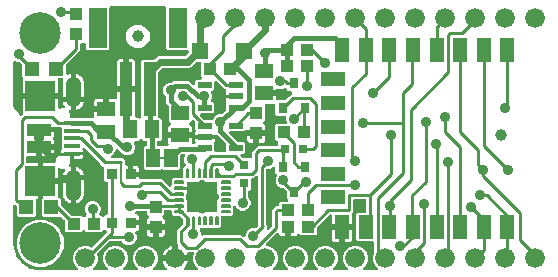
<source format=gbr>
G04 EAGLE Gerber RS-274X export*
G75*
%MOMM*%
%FSLAX34Y34*%
%LPD*%
%INTop Copper*%
%IPPOS*%
%AMOC8*
5,1,8,0,0,1.08239X$1,22.5*%
G01*
%ADD10R,1.500000X1.240000*%
%ADD11R,1.000000X1.100000*%
%ADD12C,1.000000*%
%ADD13C,3.516000*%
%ADD14R,1.200000X0.550000*%
%ADD15R,1.400000X1.400000*%
%ADD16C,1.676400*%
%ADD17R,1.000000X4.600000*%
%ADD18R,1.600000X3.400000*%
%ADD19R,1.200000X1.200000*%
%ADD20R,1.100000X1.000000*%
%ADD21R,1.240000X1.500000*%
%ADD22R,1.200000X2.000000*%
%ADD23R,2.000000X1.200000*%
%ADD24R,0.900000X0.900000*%
%ADD25C,0.140000*%
%ADD26R,2.500000X2.500000*%
%ADD27C,1.308000*%
%ADD28R,1.350000X0.400000*%
%ADD29R,2.000000X1.000000*%
%ADD30R,0.800000X0.800000*%
%ADD31R,0.800000X0.900000*%
%ADD32R,1.168400X1.600200*%
%ADD33R,0.635000X0.203200*%
%ADD34C,0.254000*%
%ADD35C,0.906400*%
%ADD36C,0.609600*%
%ADD37C,0.406400*%
%ADD38C,0.203200*%

G36*
X109746Y131095D02*
X109746Y131095D01*
X109885Y131103D01*
X109904Y131109D01*
X109924Y131111D01*
X110055Y131158D01*
X110187Y131201D01*
X110205Y131212D01*
X110223Y131219D01*
X110338Y131297D01*
X110456Y131371D01*
X110470Y131386D01*
X110487Y131397D01*
X110579Y131501D01*
X110674Y131603D01*
X110684Y131621D01*
X110697Y131636D01*
X110761Y131760D01*
X110828Y131881D01*
X110833Y131901D01*
X110842Y131919D01*
X110872Y132055D01*
X110907Y132189D01*
X110909Y132217D01*
X110912Y132229D01*
X110911Y132250D01*
X110917Y132350D01*
X110917Y179882D01*
X112108Y181073D01*
X121292Y181073D01*
X121390Y181085D01*
X121489Y181088D01*
X121547Y181105D01*
X121607Y181113D01*
X121700Y181149D01*
X121795Y181177D01*
X121847Y181207D01*
X121903Y181230D01*
X121983Y181288D01*
X122068Y181338D01*
X122144Y181404D01*
X122160Y181416D01*
X122168Y181426D01*
X122189Y181445D01*
X122514Y181769D01*
X124122Y183377D01*
X125989Y184151D01*
X147780Y184151D01*
X147878Y184163D01*
X147977Y184166D01*
X148035Y184183D01*
X148095Y184191D01*
X148187Y184227D01*
X148282Y184255D01*
X148335Y184285D01*
X148391Y184308D01*
X148471Y184366D01*
X148556Y184416D01*
X148632Y184482D01*
X148648Y184494D01*
X148656Y184504D01*
X148677Y184522D01*
X150995Y186841D01*
X151081Y186950D01*
X151169Y187057D01*
X151178Y187076D01*
X151190Y187092D01*
X151246Y187220D01*
X151305Y187345D01*
X151308Y187365D01*
X151317Y187384D01*
X151338Y187522D01*
X151364Y187658D01*
X151363Y187678D01*
X151366Y187698D01*
X151353Y187837D01*
X151345Y187975D01*
X151339Y187994D01*
X151337Y188014D01*
X151289Y188146D01*
X151247Y188277D01*
X151236Y188295D01*
X151229Y188314D01*
X151151Y188429D01*
X151077Y188546D01*
X151062Y188560D01*
X151050Y188577D01*
X150946Y188669D01*
X150845Y188764D01*
X150827Y188774D01*
X150812Y188787D01*
X150688Y188851D01*
X150566Y188918D01*
X150547Y188923D01*
X150529Y188932D01*
X150393Y188962D01*
X150258Y188997D01*
X150230Y188999D01*
X150218Y189002D01*
X150198Y189001D01*
X150098Y189007D01*
X133108Y189007D01*
X131917Y190198D01*
X131917Y224790D01*
X131902Y224908D01*
X131895Y225027D01*
X131882Y225065D01*
X131877Y225106D01*
X131834Y225216D01*
X131797Y225329D01*
X131775Y225364D01*
X131760Y225401D01*
X131691Y225497D01*
X131627Y225598D01*
X131597Y225626D01*
X131574Y225659D01*
X131482Y225735D01*
X131395Y225816D01*
X131360Y225836D01*
X131329Y225861D01*
X131221Y225912D01*
X131117Y225970D01*
X131077Y225980D01*
X131041Y225997D01*
X130924Y226019D01*
X130809Y226049D01*
X130749Y226053D01*
X130729Y226057D01*
X130708Y226055D01*
X130648Y226059D01*
X85252Y226059D01*
X85134Y226044D01*
X85015Y226037D01*
X84977Y226024D01*
X84936Y226019D01*
X84826Y225976D01*
X84713Y225939D01*
X84678Y225917D01*
X84641Y225902D01*
X84545Y225833D01*
X84444Y225769D01*
X84416Y225739D01*
X84383Y225716D01*
X84307Y225624D01*
X84226Y225537D01*
X84206Y225502D01*
X84181Y225471D01*
X84130Y225363D01*
X84072Y225259D01*
X84062Y225219D01*
X84045Y225183D01*
X84023Y225066D01*
X83993Y224951D01*
X83989Y224891D01*
X83985Y224871D01*
X83987Y224850D01*
X83983Y224790D01*
X83983Y190198D01*
X82792Y189007D01*
X65108Y189007D01*
X63917Y190198D01*
X63917Y193918D01*
X63900Y194056D01*
X63887Y194195D01*
X63880Y194214D01*
X63877Y194234D01*
X63826Y194363D01*
X63779Y194494D01*
X63768Y194511D01*
X63760Y194530D01*
X63679Y194642D01*
X63601Y194757D01*
X63585Y194771D01*
X63574Y194787D01*
X63467Y194875D01*
X63362Y194968D01*
X63344Y194977D01*
X63329Y194990D01*
X63203Y195049D01*
X63079Y195112D01*
X63059Y195117D01*
X63041Y195125D01*
X62905Y195151D01*
X62769Y195182D01*
X62748Y195181D01*
X62729Y195185D01*
X62590Y195176D01*
X62451Y195172D01*
X62431Y195167D01*
X62411Y195165D01*
X62279Y195122D01*
X62145Y195084D01*
X62128Y195073D01*
X62109Y195067D01*
X61991Y194993D01*
X61871Y194922D01*
X61850Y194904D01*
X61840Y194897D01*
X61826Y194882D01*
X61750Y194816D01*
X61722Y194787D01*
X60452Y194787D01*
X60334Y194772D01*
X60215Y194765D01*
X60177Y194752D01*
X60136Y194747D01*
X60026Y194704D01*
X59913Y194667D01*
X59878Y194645D01*
X59841Y194630D01*
X59745Y194561D01*
X59644Y194497D01*
X59616Y194467D01*
X59583Y194444D01*
X59507Y194352D01*
X59426Y194265D01*
X59406Y194230D01*
X59381Y194199D01*
X59330Y194091D01*
X59272Y193987D01*
X59262Y193947D01*
X59245Y193911D01*
X59223Y193794D01*
X59193Y193679D01*
X59189Y193619D01*
X59185Y193599D01*
X59187Y193578D01*
X59183Y193518D01*
X59183Y188792D01*
X47479Y177089D01*
X47419Y177010D01*
X47351Y176938D01*
X47322Y176885D01*
X47285Y176837D01*
X47245Y176746D01*
X47197Y176660D01*
X47182Y176601D01*
X47158Y176546D01*
X47143Y176448D01*
X47118Y176352D01*
X47112Y176252D01*
X47108Y176231D01*
X47110Y176219D01*
X47108Y176191D01*
X47108Y169411D01*
X47120Y169313D01*
X47123Y169213D01*
X47140Y169155D01*
X47148Y169096D01*
X47184Y169003D01*
X47212Y168908D01*
X47242Y168856D01*
X47265Y168800D01*
X47323Y168720D01*
X47374Y168634D01*
X47416Y168591D01*
X47451Y168543D01*
X47528Y168479D01*
X47598Y168409D01*
X47650Y168378D01*
X47696Y168340D01*
X47786Y168297D01*
X47872Y168247D01*
X47930Y168230D01*
X47984Y168204D01*
X48082Y168186D01*
X48177Y168158D01*
X48237Y168156D01*
X48296Y168145D01*
X48396Y168151D01*
X48495Y168147D01*
X48554Y168161D01*
X48614Y168164D01*
X48708Y168195D01*
X48805Y168216D01*
X48897Y168256D01*
X48916Y168262D01*
X48927Y168269D01*
X48953Y168280D01*
X49964Y168795D01*
X51324Y169237D01*
X51451Y169257D01*
X51451Y149299D01*
X44369Y149299D01*
X44369Y161095D01*
X44593Y162506D01*
X44968Y163661D01*
X44999Y163825D01*
X45028Y163973D01*
X45017Y164143D01*
X45008Y164290D01*
X45008Y164291D01*
X44961Y164434D01*
X44910Y164592D01*
X44910Y164593D01*
X44909Y164593D01*
X44829Y164721D01*
X44740Y164861D01*
X44739Y164861D01*
X44739Y164862D01*
X44627Y164967D01*
X44508Y165079D01*
X44507Y165079D01*
X44388Y165145D01*
X44229Y165233D01*
X44063Y165276D01*
X43922Y165312D01*
X43921Y165312D01*
X43920Y165312D01*
X43761Y165322D01*
X41559Y165322D01*
X41434Y165307D01*
X41309Y165297D01*
X41277Y165287D01*
X41243Y165282D01*
X41126Y165236D01*
X41007Y165196D01*
X40979Y165178D01*
X40947Y165165D01*
X40846Y165091D01*
X40740Y165023D01*
X40717Y164998D01*
X40690Y164979D01*
X40610Y164882D01*
X40525Y164789D01*
X40509Y164760D01*
X40487Y164734D01*
X40434Y164620D01*
X40374Y164509D01*
X40366Y164476D01*
X40352Y164446D01*
X40328Y164322D01*
X40298Y164200D01*
X40298Y164167D01*
X40292Y164134D01*
X40300Y164008D01*
X40301Y163882D01*
X40311Y163834D01*
X40312Y163816D01*
X40318Y163796D01*
X40333Y163725D01*
X40491Y163135D01*
X40491Y152549D01*
X35760Y152549D01*
X35642Y152534D01*
X35523Y152527D01*
X35485Y152514D01*
X35444Y152509D01*
X35334Y152466D01*
X35221Y152429D01*
X35186Y152407D01*
X35149Y152392D01*
X35053Y152323D01*
X34952Y152259D01*
X34924Y152229D01*
X34891Y152206D01*
X34815Y152114D01*
X34734Y152027D01*
X34714Y151992D01*
X34689Y151961D01*
X34638Y151853D01*
X34580Y151749D01*
X34570Y151709D01*
X34553Y151673D01*
X34531Y151556D01*
X34501Y151441D01*
X34497Y151381D01*
X34493Y151361D01*
X34495Y151340D01*
X34491Y151280D01*
X34491Y149320D01*
X34506Y149202D01*
X34513Y149083D01*
X34526Y149045D01*
X34531Y149004D01*
X34574Y148894D01*
X34611Y148781D01*
X34633Y148746D01*
X34648Y148709D01*
X34717Y148612D01*
X34781Y148512D01*
X34811Y148484D01*
X34834Y148451D01*
X34926Y148375D01*
X35013Y148294D01*
X35048Y148274D01*
X35079Y148249D01*
X35187Y148198D01*
X35291Y148140D01*
X35331Y148130D01*
X35367Y148113D01*
X35484Y148091D01*
X35599Y148061D01*
X35659Y148057D01*
X35679Y148053D01*
X35700Y148055D01*
X35760Y148051D01*
X40491Y148051D01*
X40491Y140598D01*
X40497Y140549D01*
X40495Y140499D01*
X40517Y140392D01*
X40531Y140282D01*
X40549Y140236D01*
X40559Y140188D01*
X40607Y140089D01*
X40648Y139987D01*
X40677Y139946D01*
X40699Y139902D01*
X40770Y139819D01*
X40834Y139729D01*
X40873Y139698D01*
X40905Y139660D01*
X40995Y139597D01*
X41079Y139527D01*
X41124Y139505D01*
X41165Y139477D01*
X41268Y139438D01*
X41367Y139391D01*
X41416Y139382D01*
X41462Y139364D01*
X41572Y139352D01*
X41679Y139331D01*
X41729Y139334D01*
X41778Y139329D01*
X41887Y139344D01*
X41997Y139351D01*
X42044Y139366D01*
X42093Y139373D01*
X42246Y139425D01*
X43248Y139841D01*
X45154Y139841D01*
X45194Y139846D01*
X45233Y139843D01*
X45351Y139866D01*
X45470Y139881D01*
X45507Y139895D01*
X45546Y139903D01*
X45654Y139954D01*
X45765Y139998D01*
X45797Y140021D01*
X45833Y140038D01*
X45926Y140114D01*
X46023Y140184D01*
X46048Y140215D01*
X46079Y140240D01*
X46149Y140337D01*
X46225Y140429D01*
X46242Y140465D01*
X46266Y140498D01*
X46310Y140609D01*
X46361Y140717D01*
X46368Y140756D01*
X46383Y140793D01*
X46398Y140912D01*
X46421Y141029D01*
X46418Y141069D01*
X46423Y141109D01*
X46408Y141227D01*
X46401Y141347D01*
X46389Y141385D01*
X46384Y141424D01*
X46340Y141536D01*
X46303Y141649D01*
X46282Y141683D01*
X46267Y141720D01*
X46181Y141856D01*
X45683Y142541D01*
X45035Y143814D01*
X44593Y145174D01*
X44573Y145301D01*
X51451Y145301D01*
X51451Y138423D01*
X51286Y138449D01*
X51245Y138457D01*
X51159Y138483D01*
X51089Y138486D01*
X51020Y138500D01*
X50931Y138494D01*
X50841Y138498D01*
X50773Y138484D01*
X50703Y138480D01*
X50618Y138452D01*
X50530Y138434D01*
X50467Y138403D01*
X50400Y138382D01*
X50325Y138333D01*
X50244Y138294D01*
X50191Y138249D01*
X50132Y138211D01*
X50070Y138146D01*
X50002Y138088D01*
X49962Y138031D01*
X49914Y137980D01*
X49871Y137901D01*
X49819Y137828D01*
X49794Y137762D01*
X49761Y137701D01*
X49738Y137614D01*
X49706Y137530D01*
X49699Y137461D01*
X49681Y137393D01*
X49681Y137304D01*
X49671Y137214D01*
X49681Y137145D01*
X49681Y137075D01*
X49703Y136988D01*
X49716Y136899D01*
X49756Y136781D01*
X49760Y136767D01*
X49763Y136761D01*
X49768Y136747D01*
X50491Y135002D01*
X50491Y132634D01*
X50506Y132516D01*
X50513Y132397D01*
X50526Y132359D01*
X50531Y132318D01*
X50574Y132208D01*
X50611Y132095D01*
X50633Y132060D01*
X50648Y132023D01*
X50717Y131927D01*
X50781Y131826D01*
X50811Y131798D01*
X50834Y131765D01*
X50926Y131689D01*
X51013Y131608D01*
X51048Y131588D01*
X51079Y131563D01*
X51187Y131512D01*
X51291Y131454D01*
X51331Y131444D01*
X51367Y131427D01*
X51484Y131405D01*
X51599Y131375D01*
X51659Y131371D01*
X51679Y131367D01*
X51700Y131369D01*
X51760Y131365D01*
X69570Y131365D01*
X69688Y131380D01*
X69807Y131387D01*
X69845Y131400D01*
X69886Y131405D01*
X69996Y131448D01*
X70109Y131485D01*
X70144Y131507D01*
X70181Y131522D01*
X70277Y131591D01*
X70378Y131655D01*
X70406Y131685D01*
X70439Y131708D01*
X70515Y131800D01*
X70596Y131887D01*
X70616Y131922D01*
X70641Y131953D01*
X70692Y132061D01*
X70750Y132165D01*
X70760Y132205D01*
X70777Y132241D01*
X70799Y132358D01*
X70829Y132473D01*
X70833Y132533D01*
X70837Y132553D01*
X70835Y132574D01*
X70839Y132634D01*
X70839Y136551D01*
X79610Y136551D01*
X79728Y136566D01*
X79847Y136573D01*
X79885Y136586D01*
X79925Y136591D01*
X80036Y136634D01*
X80149Y136671D01*
X80184Y136693D01*
X80221Y136708D01*
X80317Y136778D01*
X80418Y136841D01*
X80446Y136871D01*
X80478Y136895D01*
X80554Y136986D01*
X80636Y137073D01*
X80655Y137108D01*
X80681Y137139D01*
X80732Y137247D01*
X80789Y137351D01*
X80800Y137391D01*
X80817Y137427D01*
X80839Y137544D01*
X80869Y137659D01*
X80873Y137720D01*
X80877Y137740D01*
X80875Y137760D01*
X80879Y137820D01*
X80879Y139091D01*
X82150Y139091D01*
X82268Y139106D01*
X82387Y139113D01*
X82425Y139126D01*
X82465Y139131D01*
X82576Y139175D01*
X82689Y139211D01*
X82724Y139233D01*
X82761Y139248D01*
X82857Y139318D01*
X82958Y139381D01*
X82986Y139411D01*
X83018Y139435D01*
X83094Y139526D01*
X83176Y139613D01*
X83195Y139648D01*
X83221Y139680D01*
X83272Y139787D01*
X83329Y139891D01*
X83340Y139931D01*
X83357Y139967D01*
X83379Y140084D01*
X83409Y140199D01*
X83413Y140260D01*
X83417Y140280D01*
X83415Y140300D01*
X83419Y140360D01*
X83419Y147831D01*
X88714Y147831D01*
X88811Y147805D01*
X88936Y147788D01*
X89060Y147764D01*
X89093Y147766D01*
X89127Y147762D01*
X89252Y147776D01*
X89377Y147784D01*
X89409Y147794D01*
X89442Y147798D01*
X89560Y147843D01*
X89679Y147882D01*
X89708Y147900D01*
X89739Y147912D01*
X89842Y147985D01*
X89948Y148052D01*
X89971Y148077D01*
X89999Y148096D01*
X90080Y148192D01*
X90166Y148284D01*
X90182Y148313D01*
X90204Y148339D01*
X90259Y148452D01*
X90320Y148562D01*
X90328Y148595D01*
X90343Y148625D01*
X90368Y148749D01*
X90399Y148870D01*
X90402Y148919D01*
X90406Y148937D01*
X90405Y148959D01*
X90409Y149031D01*
X90409Y153541D01*
X96720Y153541D01*
X96838Y153556D01*
X96957Y153563D01*
X96995Y153575D01*
X97035Y153581D01*
X97146Y153624D01*
X97259Y153661D01*
X97293Y153683D01*
X97331Y153698D01*
X97427Y153767D01*
X97528Y153831D01*
X97556Y153861D01*
X97588Y153884D01*
X97664Y153976D01*
X97746Y154063D01*
X97765Y154098D01*
X97791Y154129D01*
X97842Y154237D01*
X97899Y154341D01*
X97909Y154381D01*
X97927Y154417D01*
X97947Y154524D01*
X97951Y154494D01*
X97995Y154384D01*
X98031Y154271D01*
X98053Y154236D01*
X98068Y154199D01*
X98138Y154102D01*
X98201Y154002D01*
X98231Y153974D01*
X98255Y153941D01*
X98346Y153865D01*
X98433Y153784D01*
X98468Y153764D01*
X98500Y153739D01*
X98607Y153688D01*
X98712Y153630D01*
X98751Y153620D01*
X98787Y153603D01*
X98904Y153581D01*
X99020Y153551D01*
X99080Y153547D01*
X99100Y153543D01*
X99120Y153545D01*
X99180Y153541D01*
X105491Y153541D01*
X105491Y133230D01*
X105506Y133112D01*
X105513Y132993D01*
X105526Y132955D01*
X105531Y132914D01*
X105574Y132804D01*
X105611Y132691D01*
X105633Y132656D01*
X105648Y132619D01*
X105717Y132523D01*
X105781Y132422D01*
X105811Y132394D01*
X105834Y132361D01*
X105926Y132285D01*
X106013Y132204D01*
X106048Y132184D01*
X106079Y132159D01*
X106187Y132108D01*
X106291Y132050D01*
X106331Y132040D01*
X106367Y132023D01*
X106484Y132001D01*
X106599Y131971D01*
X106659Y131967D01*
X106679Y131963D01*
X106700Y131965D01*
X106760Y131961D01*
X107524Y131961D01*
X108171Y131788D01*
X108750Y131453D01*
X108860Y131367D01*
X108967Y131279D01*
X108986Y131270D01*
X109002Y131258D01*
X109130Y131202D01*
X109255Y131143D01*
X109275Y131139D01*
X109293Y131131D01*
X109431Y131110D01*
X109568Y131083D01*
X109588Y131085D01*
X109608Y131081D01*
X109746Y131095D01*
G37*
G36*
X56004Y2558D02*
X56004Y2558D01*
X56143Y2571D01*
X56162Y2578D01*
X56182Y2581D01*
X56311Y2632D01*
X56442Y2679D01*
X56459Y2690D01*
X56478Y2698D01*
X56590Y2779D01*
X56705Y2857D01*
X56719Y2873D01*
X56735Y2884D01*
X56824Y2992D01*
X56916Y3096D01*
X56925Y3114D01*
X56938Y3129D01*
X56997Y3255D01*
X57060Y3379D01*
X57065Y3399D01*
X57073Y3417D01*
X57099Y3553D01*
X57130Y3689D01*
X57129Y3710D01*
X57133Y3729D01*
X57124Y3868D01*
X57120Y4007D01*
X57115Y4027D01*
X57113Y4047D01*
X57071Y4179D01*
X57032Y4313D01*
X57022Y4330D01*
X57015Y4349D01*
X56941Y4467D01*
X56870Y4587D01*
X56852Y4608D01*
X56845Y4618D01*
X56830Y4632D01*
X56764Y4707D01*
X54671Y6801D01*
X53085Y10628D01*
X53085Y14772D01*
X54671Y18599D01*
X57601Y21529D01*
X61428Y23115D01*
X65572Y23115D01*
X68283Y21992D01*
X68311Y21984D01*
X68338Y21970D01*
X68464Y21942D01*
X68590Y21908D01*
X68619Y21907D01*
X68648Y21901D01*
X68778Y21905D01*
X68908Y21903D01*
X68936Y21910D01*
X68966Y21910D01*
X69090Y21947D01*
X69217Y21977D01*
X69243Y21991D01*
X69271Y21999D01*
X69383Y22065D01*
X69498Y22126D01*
X69520Y22145D01*
X69545Y22160D01*
X69666Y22267D01*
X78876Y31476D01*
X81700Y34301D01*
X81785Y34410D01*
X81874Y34517D01*
X81882Y34536D01*
X81895Y34552D01*
X81950Y34680D01*
X82009Y34805D01*
X82013Y34825D01*
X82021Y34844D01*
X82043Y34982D01*
X82069Y35118D01*
X82068Y35138D01*
X82071Y35158D01*
X82058Y35297D01*
X82049Y35435D01*
X82043Y35454D01*
X82041Y35474D01*
X81994Y35606D01*
X81951Y35737D01*
X81940Y35755D01*
X81933Y35774D01*
X81855Y35889D01*
X81781Y36006D01*
X81766Y36020D01*
X81755Y36037D01*
X81651Y36129D01*
X81549Y36224D01*
X81532Y36234D01*
X81516Y36247D01*
X81392Y36311D01*
X81271Y36378D01*
X81251Y36383D01*
X81233Y36392D01*
X81097Y36422D01*
X80963Y36457D01*
X80935Y36459D01*
X80923Y36462D01*
X80902Y36461D01*
X80802Y36467D01*
X80638Y36467D01*
X80430Y36676D01*
X80320Y36761D01*
X80213Y36850D01*
X80194Y36858D01*
X80178Y36871D01*
X80050Y36926D01*
X79925Y36985D01*
X79905Y36989D01*
X79886Y36997D01*
X79748Y37019D01*
X79612Y37045D01*
X79592Y37044D01*
X79572Y37047D01*
X79433Y37034D01*
X79295Y37025D01*
X79276Y37019D01*
X79256Y37017D01*
X79125Y36970D01*
X78993Y36927D01*
X78975Y36916D01*
X78956Y36910D01*
X78842Y36832D01*
X78724Y36757D01*
X78710Y36742D01*
X78693Y36731D01*
X78601Y36627D01*
X78506Y36525D01*
X78496Y36508D01*
X78483Y36493D01*
X78420Y36369D01*
X78352Y36247D01*
X78347Y36227D01*
X78338Y36209D01*
X78319Y36124D01*
X77072Y34877D01*
X64388Y34877D01*
X63127Y36138D01*
X63033Y36211D01*
X62944Y36290D01*
X62908Y36308D01*
X62876Y36333D01*
X62767Y36380D01*
X62661Y36434D01*
X62622Y36443D01*
X62584Y36459D01*
X62467Y36478D01*
X62351Y36504D01*
X62310Y36503D01*
X62270Y36509D01*
X62152Y36498D01*
X62033Y36494D01*
X61994Y36483D01*
X61954Y36479D01*
X61842Y36439D01*
X61727Y36406D01*
X61692Y36385D01*
X61654Y36372D01*
X61556Y36305D01*
X61453Y36244D01*
X61408Y36204D01*
X61391Y36193D01*
X61378Y36178D01*
X61332Y36138D01*
X60072Y34877D01*
X47388Y34877D01*
X46197Y36068D01*
X46197Y44246D01*
X46185Y44344D01*
X46182Y44443D01*
X46165Y44502D01*
X46157Y44562D01*
X46121Y44654D01*
X46093Y44749D01*
X46063Y44801D01*
X46040Y44857D01*
X45982Y44937D01*
X45932Y45023D01*
X45866Y45098D01*
X45854Y45115D01*
X45844Y45123D01*
X45826Y45144D01*
X43194Y47775D01*
X43100Y47848D01*
X43011Y47927D01*
X42975Y47945D01*
X42943Y47970D01*
X42834Y48017D01*
X42728Y48071D01*
X42689Y48080D01*
X42651Y48096D01*
X42534Y48115D01*
X42418Y48141D01*
X42377Y48140D01*
X42337Y48146D01*
X42219Y48135D01*
X42100Y48131D01*
X42061Y48120D01*
X42021Y48116D01*
X41908Y48076D01*
X41794Y48043D01*
X41759Y48022D01*
X41721Y48008D01*
X41623Y47942D01*
X41520Y47881D01*
X41482Y47847D01*
X28054Y47847D01*
X27936Y47832D01*
X27817Y47825D01*
X27812Y47823D01*
X26597Y49038D01*
X26597Y62722D01*
X27328Y63452D01*
X27388Y63531D01*
X27456Y63603D01*
X27485Y63656D01*
X27522Y63704D01*
X27562Y63794D01*
X27610Y63881D01*
X27625Y63940D01*
X27649Y63995D01*
X27664Y64093D01*
X27689Y64189D01*
X27695Y64289D01*
X27699Y64309D01*
X27697Y64322D01*
X27699Y64350D01*
X27699Y69990D01*
X27684Y70108D01*
X27677Y70227D01*
X27664Y70265D01*
X27659Y70306D01*
X27616Y70416D01*
X27579Y70529D01*
X27557Y70564D01*
X27542Y70601D01*
X27473Y70697D01*
X27409Y70798D01*
X27379Y70826D01*
X27356Y70859D01*
X27264Y70935D01*
X27177Y71016D01*
X27142Y71036D01*
X27111Y71061D01*
X27003Y71112D01*
X26899Y71170D01*
X26859Y71180D01*
X26823Y71197D01*
X26706Y71219D01*
X26591Y71249D01*
X26531Y71253D01*
X26511Y71257D01*
X26490Y71255D01*
X26430Y71259D01*
X24470Y71259D01*
X24352Y71244D01*
X24233Y71237D01*
X24195Y71224D01*
X24154Y71219D01*
X24044Y71176D01*
X23931Y71139D01*
X23896Y71117D01*
X23859Y71102D01*
X23762Y71033D01*
X23662Y70969D01*
X23634Y70939D01*
X23601Y70916D01*
X23525Y70824D01*
X23444Y70737D01*
X23424Y70702D01*
X23399Y70671D01*
X23348Y70563D01*
X23290Y70459D01*
X23280Y70419D01*
X23263Y70383D01*
X23241Y70266D01*
X23211Y70151D01*
X23207Y70091D01*
X23203Y70071D01*
X23205Y70050D01*
X23201Y69990D01*
X23201Y63259D01*
X22932Y63259D01*
X22814Y63244D01*
X22695Y63237D01*
X22657Y63224D01*
X22616Y63219D01*
X22506Y63176D01*
X22393Y63139D01*
X22358Y63117D01*
X22321Y63102D01*
X22225Y63033D01*
X22124Y62969D01*
X22096Y62939D01*
X22063Y62916D01*
X21987Y62824D01*
X21906Y62737D01*
X21886Y62702D01*
X21861Y62671D01*
X21810Y62563D01*
X21752Y62459D01*
X21742Y62419D01*
X21725Y62383D01*
X21703Y62266D01*
X21673Y62151D01*
X21669Y62091D01*
X21665Y62071D01*
X21667Y62050D01*
X21663Y61990D01*
X21663Y49038D01*
X20472Y47847D01*
X6788Y47847D01*
X5597Y49038D01*
X5597Y56516D01*
X5585Y56614D01*
X5582Y56713D01*
X5565Y56772D01*
X5557Y56832D01*
X5521Y56924D01*
X5493Y57019D01*
X5463Y57071D01*
X5440Y57127D01*
X5382Y57207D01*
X5332Y57293D01*
X5266Y57368D01*
X5254Y57385D01*
X5244Y57393D01*
X5226Y57414D01*
X4707Y57932D01*
X4598Y58017D01*
X4491Y58106D01*
X4472Y58114D01*
X4456Y58127D01*
X4328Y58182D01*
X4203Y58241D01*
X4183Y58245D01*
X4164Y58253D01*
X4026Y58275D01*
X3890Y58301D01*
X3870Y58300D01*
X3850Y58303D01*
X3711Y58290D01*
X3573Y58281D01*
X3554Y58275D01*
X3534Y58273D01*
X3402Y58226D01*
X3271Y58183D01*
X3253Y58172D01*
X3234Y58165D01*
X3119Y58087D01*
X3002Y58013D01*
X2988Y57998D01*
X2971Y57987D01*
X2879Y57883D01*
X2784Y57781D01*
X2774Y57764D01*
X2761Y57748D01*
X2697Y57625D01*
X2630Y57503D01*
X2625Y57483D01*
X2616Y57465D01*
X2586Y57329D01*
X2551Y57195D01*
X2549Y57167D01*
X2546Y57155D01*
X2547Y57134D01*
X2541Y57034D01*
X2541Y25400D01*
X2543Y25378D01*
X2545Y25300D01*
X2810Y21923D01*
X2824Y21855D01*
X2829Y21786D01*
X2869Y21630D01*
X4956Y15206D01*
X5006Y15099D01*
X5050Y14988D01*
X5083Y14937D01*
X5091Y14918D01*
X5104Y14903D01*
X5136Y14852D01*
X9107Y9388D01*
X9127Y9366D01*
X9138Y9348D01*
X9184Y9305D01*
X9188Y9301D01*
X9264Y9209D01*
X9310Y9171D01*
X9324Y9156D01*
X9342Y9145D01*
X9388Y9107D01*
X14596Y5322D01*
X14852Y5136D01*
X14887Y5117D01*
X14918Y5092D01*
X14989Y5058D01*
X15056Y5015D01*
X15113Y4993D01*
X15131Y4983D01*
X15150Y4978D01*
X15205Y4956D01*
X15206Y4956D01*
X17945Y4066D01*
X17971Y4061D01*
X17996Y4051D01*
X18127Y4031D01*
X18257Y4006D01*
X18284Y4008D01*
X18310Y4004D01*
X18441Y4018D01*
X18455Y4008D01*
X18474Y3989D01*
X18585Y3917D01*
X18694Y3842D01*
X18719Y3832D01*
X18742Y3818D01*
X18891Y3759D01*
X21630Y2869D01*
X21698Y2856D01*
X21764Y2833D01*
X21923Y2810D01*
X25300Y2545D01*
X25322Y2546D01*
X25400Y2541D01*
X55866Y2541D01*
X56004Y2558D01*
G37*
G36*
X233804Y2558D02*
X233804Y2558D01*
X233943Y2571D01*
X233962Y2578D01*
X233982Y2581D01*
X234111Y2632D01*
X234242Y2679D01*
X234259Y2690D01*
X234278Y2698D01*
X234390Y2779D01*
X234505Y2857D01*
X234519Y2873D01*
X234535Y2884D01*
X234624Y2992D01*
X234716Y3096D01*
X234725Y3114D01*
X234738Y3129D01*
X234797Y3255D01*
X234860Y3379D01*
X234865Y3399D01*
X234873Y3417D01*
X234899Y3553D01*
X234930Y3689D01*
X234929Y3710D01*
X234933Y3729D01*
X234924Y3868D01*
X234920Y4007D01*
X234915Y4027D01*
X234913Y4047D01*
X234871Y4179D01*
X234832Y4313D01*
X234822Y4330D01*
X234815Y4349D01*
X234741Y4467D01*
X234670Y4587D01*
X234652Y4608D01*
X234645Y4618D01*
X234630Y4632D01*
X234564Y4707D01*
X232471Y6801D01*
X230885Y10628D01*
X230885Y14772D01*
X232471Y18599D01*
X235401Y21529D01*
X239228Y23115D01*
X243372Y23115D01*
X247199Y21529D01*
X250129Y18599D01*
X251715Y14772D01*
X251715Y10628D01*
X250129Y6801D01*
X248036Y4707D01*
X247951Y4598D01*
X247862Y4491D01*
X247854Y4472D01*
X247841Y4456D01*
X247786Y4328D01*
X247727Y4203D01*
X247723Y4183D01*
X247715Y4164D01*
X247693Y4026D01*
X247667Y3890D01*
X247668Y3870D01*
X247665Y3850D01*
X247678Y3711D01*
X247687Y3573D01*
X247693Y3554D01*
X247695Y3534D01*
X247742Y3402D01*
X247785Y3271D01*
X247796Y3253D01*
X247802Y3234D01*
X247880Y3119D01*
X247955Y3002D01*
X247970Y2988D01*
X247981Y2971D01*
X248085Y2879D01*
X248186Y2784D01*
X248204Y2774D01*
X248219Y2761D01*
X248344Y2697D01*
X248465Y2630D01*
X248485Y2625D01*
X248503Y2616D01*
X248638Y2586D01*
X248773Y2551D01*
X248801Y2549D01*
X248813Y2546D01*
X248833Y2547D01*
X248934Y2541D01*
X259066Y2541D01*
X259204Y2558D01*
X259343Y2571D01*
X259362Y2578D01*
X259382Y2581D01*
X259511Y2632D01*
X259642Y2679D01*
X259659Y2690D01*
X259678Y2698D01*
X259790Y2779D01*
X259905Y2857D01*
X259919Y2873D01*
X259935Y2884D01*
X260024Y2992D01*
X260116Y3096D01*
X260125Y3114D01*
X260138Y3129D01*
X260197Y3255D01*
X260260Y3379D01*
X260265Y3399D01*
X260273Y3417D01*
X260299Y3553D01*
X260330Y3689D01*
X260329Y3710D01*
X260333Y3729D01*
X260324Y3868D01*
X260320Y4007D01*
X260315Y4027D01*
X260313Y4047D01*
X260271Y4179D01*
X260232Y4313D01*
X260222Y4330D01*
X260215Y4349D01*
X260141Y4467D01*
X260070Y4587D01*
X260052Y4608D01*
X260045Y4618D01*
X260030Y4632D01*
X259964Y4707D01*
X257871Y6801D01*
X256285Y10628D01*
X256285Y14772D01*
X257871Y18599D01*
X260801Y21529D01*
X264628Y23115D01*
X268772Y23115D01*
X272599Y21529D01*
X275529Y18599D01*
X277115Y14772D01*
X277115Y10628D01*
X275529Y6801D01*
X273436Y4707D01*
X273351Y4598D01*
X273262Y4491D01*
X273254Y4472D01*
X273241Y4456D01*
X273186Y4328D01*
X273127Y4203D01*
X273123Y4183D01*
X273115Y4164D01*
X273093Y4026D01*
X273067Y3890D01*
X273068Y3870D01*
X273065Y3850D01*
X273078Y3711D01*
X273087Y3573D01*
X273093Y3554D01*
X273095Y3534D01*
X273142Y3402D01*
X273185Y3271D01*
X273196Y3253D01*
X273202Y3234D01*
X273280Y3119D01*
X273355Y3002D01*
X273370Y2988D01*
X273381Y2971D01*
X273485Y2879D01*
X273586Y2784D01*
X273604Y2774D01*
X273619Y2761D01*
X273744Y2697D01*
X273865Y2630D01*
X273885Y2625D01*
X273903Y2616D01*
X274038Y2586D01*
X274173Y2551D01*
X274201Y2549D01*
X274213Y2546D01*
X274233Y2547D01*
X274334Y2541D01*
X284466Y2541D01*
X284604Y2558D01*
X284743Y2571D01*
X284762Y2578D01*
X284782Y2581D01*
X284911Y2632D01*
X285042Y2679D01*
X285059Y2690D01*
X285078Y2698D01*
X285190Y2779D01*
X285305Y2857D01*
X285319Y2873D01*
X285335Y2884D01*
X285424Y2992D01*
X285516Y3096D01*
X285525Y3114D01*
X285538Y3129D01*
X285597Y3255D01*
X285660Y3379D01*
X285665Y3399D01*
X285673Y3417D01*
X285699Y3553D01*
X285730Y3689D01*
X285729Y3710D01*
X285733Y3729D01*
X285724Y3868D01*
X285720Y4007D01*
X285715Y4027D01*
X285713Y4047D01*
X285671Y4179D01*
X285632Y4313D01*
X285622Y4330D01*
X285615Y4349D01*
X285541Y4467D01*
X285470Y4587D01*
X285452Y4608D01*
X285445Y4618D01*
X285430Y4632D01*
X285364Y4707D01*
X283271Y6801D01*
X281685Y10628D01*
X281685Y14772D01*
X283271Y18599D01*
X286201Y21529D01*
X290028Y23115D01*
X294172Y23115D01*
X297999Y21529D01*
X300929Y18599D01*
X302515Y14772D01*
X302515Y10628D01*
X300929Y6801D01*
X298836Y4707D01*
X298751Y4598D01*
X298662Y4491D01*
X298654Y4472D01*
X298641Y4456D01*
X298586Y4328D01*
X298527Y4203D01*
X298523Y4183D01*
X298515Y4164D01*
X298493Y4026D01*
X298467Y3890D01*
X298468Y3870D01*
X298465Y3850D01*
X298478Y3711D01*
X298487Y3573D01*
X298493Y3554D01*
X298495Y3534D01*
X298542Y3402D01*
X298585Y3271D01*
X298596Y3253D01*
X298602Y3234D01*
X298680Y3119D01*
X298755Y3002D01*
X298770Y2988D01*
X298781Y2971D01*
X298885Y2879D01*
X298986Y2784D01*
X299004Y2774D01*
X299019Y2761D01*
X299144Y2697D01*
X299265Y2630D01*
X299285Y2625D01*
X299303Y2616D01*
X299438Y2586D01*
X299573Y2551D01*
X299601Y2549D01*
X299613Y2546D01*
X299633Y2547D01*
X299734Y2541D01*
X309866Y2541D01*
X310004Y2558D01*
X310143Y2571D01*
X310162Y2578D01*
X310182Y2581D01*
X310311Y2632D01*
X310442Y2679D01*
X310459Y2690D01*
X310478Y2698D01*
X310590Y2779D01*
X310705Y2857D01*
X310719Y2873D01*
X310735Y2884D01*
X310824Y2992D01*
X310916Y3096D01*
X310925Y3114D01*
X310938Y3129D01*
X310997Y3255D01*
X311060Y3379D01*
X311065Y3399D01*
X311073Y3417D01*
X311099Y3553D01*
X311130Y3689D01*
X311129Y3710D01*
X311133Y3729D01*
X311124Y3868D01*
X311120Y4007D01*
X311115Y4027D01*
X311113Y4047D01*
X311071Y4179D01*
X311032Y4313D01*
X311022Y4330D01*
X311015Y4349D01*
X310941Y4467D01*
X310870Y4587D01*
X310852Y4608D01*
X310845Y4618D01*
X310830Y4632D01*
X310764Y4707D01*
X308671Y6801D01*
X307085Y10628D01*
X307085Y14772D01*
X307836Y16585D01*
X307844Y16613D01*
X307858Y16640D01*
X307886Y16767D01*
X307920Y16892D01*
X307921Y16921D01*
X307927Y16950D01*
X307923Y17080D01*
X307925Y17210D01*
X307918Y17238D01*
X307917Y17268D01*
X307882Y17392D01*
X307851Y17519D01*
X307847Y17526D01*
X307847Y25998D01*
X307832Y26116D01*
X307825Y26235D01*
X307812Y26273D01*
X307807Y26314D01*
X307764Y26424D01*
X307727Y26537D01*
X307705Y26572D01*
X307690Y26609D01*
X307621Y26705D01*
X307557Y26806D01*
X307527Y26834D01*
X307504Y26867D01*
X307412Y26943D01*
X307325Y27024D01*
X307290Y27044D01*
X307259Y27069D01*
X307151Y27120D01*
X307047Y27178D01*
X307007Y27188D01*
X306971Y27205D01*
X306854Y27227D01*
X306739Y27257D01*
X306679Y27261D01*
X306659Y27265D01*
X306638Y27263D01*
X306578Y27267D01*
X294078Y27267D01*
X292887Y28458D01*
X292887Y50142D01*
X294078Y51333D01*
X300228Y51333D01*
X300346Y51348D01*
X300465Y51355D01*
X300503Y51368D01*
X300544Y51373D01*
X300654Y51416D01*
X300767Y51453D01*
X300802Y51475D01*
X300839Y51490D01*
X300935Y51559D01*
X301036Y51623D01*
X301064Y51653D01*
X301097Y51676D01*
X301173Y51768D01*
X301254Y51855D01*
X301274Y51890D01*
X301299Y51921D01*
X301350Y52029D01*
X301408Y52133D01*
X301418Y52173D01*
X301435Y52209D01*
X301457Y52326D01*
X301487Y52441D01*
X301491Y52501D01*
X301495Y52521D01*
X301493Y52542D01*
X301497Y52602D01*
X301497Y61468D01*
X301482Y61586D01*
X301475Y61705D01*
X301462Y61743D01*
X301457Y61784D01*
X301414Y61894D01*
X301377Y62007D01*
X301355Y62042D01*
X301340Y62079D01*
X301271Y62175D01*
X301207Y62276D01*
X301177Y62304D01*
X301154Y62337D01*
X301062Y62413D01*
X300975Y62494D01*
X300940Y62514D01*
X300909Y62539D01*
X300801Y62590D01*
X300697Y62648D01*
X300657Y62658D01*
X300621Y62675D01*
X300504Y62697D01*
X300389Y62727D01*
X300329Y62731D01*
X300309Y62735D01*
X300288Y62733D01*
X300228Y62737D01*
X291592Y62737D01*
X291474Y62722D01*
X291355Y62715D01*
X291317Y62702D01*
X291276Y62697D01*
X291166Y62654D01*
X291053Y62617D01*
X291018Y62595D01*
X290981Y62580D01*
X290885Y62511D01*
X290784Y62447D01*
X290756Y62417D01*
X290723Y62394D01*
X290647Y62302D01*
X290566Y62215D01*
X290546Y62180D01*
X290521Y62149D01*
X290470Y62041D01*
X290412Y61937D01*
X290402Y61897D01*
X290385Y61861D01*
X290363Y61744D01*
X290333Y61629D01*
X290329Y61569D01*
X290325Y61549D01*
X290327Y61528D01*
X290323Y61468D01*
X290323Y51972D01*
X289667Y51316D01*
X289602Y51233D01*
X289531Y51155D01*
X289505Y51108D01*
X289472Y51065D01*
X289430Y50968D01*
X289380Y50875D01*
X289367Y50823D01*
X289346Y50773D01*
X289329Y50669D01*
X289304Y50566D01*
X289304Y50512D01*
X289296Y50459D01*
X289306Y50354D01*
X289307Y50248D01*
X289324Y50164D01*
X289326Y50142D01*
X289331Y50128D01*
X289339Y50090D01*
X289461Y49634D01*
X289461Y41839D01*
X282190Y41839D01*
X282072Y41824D01*
X281953Y41817D01*
X281915Y41804D01*
X281875Y41799D01*
X281764Y41755D01*
X281651Y41719D01*
X281616Y41697D01*
X281579Y41682D01*
X281483Y41612D01*
X281382Y41549D01*
X281354Y41519D01*
X281322Y41495D01*
X281246Y41404D01*
X281164Y41317D01*
X281145Y41282D01*
X281119Y41250D01*
X281068Y41143D01*
X281011Y41039D01*
X281000Y40999D01*
X280983Y40963D01*
X280961Y40846D01*
X280931Y40731D01*
X280927Y40670D01*
X280923Y40650D01*
X280925Y40630D01*
X280921Y40570D01*
X280921Y39299D01*
X280919Y39299D01*
X280919Y40570D01*
X280904Y40688D01*
X280897Y40807D01*
X280884Y40845D01*
X280879Y40885D01*
X280835Y40996D01*
X280799Y41109D01*
X280777Y41144D01*
X280762Y41181D01*
X280692Y41277D01*
X280629Y41378D01*
X280599Y41406D01*
X280575Y41438D01*
X280484Y41514D01*
X280397Y41596D01*
X280362Y41615D01*
X280330Y41641D01*
X280223Y41692D01*
X280119Y41749D01*
X280079Y41760D01*
X280043Y41777D01*
X279926Y41799D01*
X279811Y41829D01*
X279750Y41833D01*
X279730Y41837D01*
X279710Y41835D01*
X279650Y41839D01*
X272379Y41839D01*
X272379Y48744D01*
X272362Y48882D01*
X272349Y49021D01*
X272342Y49040D01*
X272339Y49060D01*
X272288Y49189D01*
X272241Y49320D01*
X272230Y49337D01*
X272222Y49355D01*
X272141Y49468D01*
X272063Y49583D01*
X272047Y49596D01*
X272036Y49613D01*
X271928Y49701D01*
X271824Y49794D01*
X271806Y49803D01*
X271791Y49816D01*
X271665Y49875D01*
X271541Y49938D01*
X271521Y49943D01*
X271503Y49951D01*
X271367Y49977D01*
X271231Y50008D01*
X271210Y50007D01*
X271191Y50011D01*
X271052Y50002D01*
X270913Y49998D01*
X270893Y49992D01*
X270873Y49991D01*
X270741Y49948D01*
X270607Y49910D01*
X270590Y49899D01*
X270571Y49893D01*
X270453Y49819D01*
X270333Y49748D01*
X270312Y49730D01*
X270302Y49723D01*
X270288Y49708D01*
X270213Y49642D01*
X260244Y39674D01*
X260184Y39595D01*
X260116Y39523D01*
X260087Y39470D01*
X260050Y39422D01*
X260010Y39331D01*
X259962Y39245D01*
X259947Y39186D01*
X259923Y39131D01*
X259908Y39033D01*
X259883Y38937D01*
X259877Y38837D01*
X259873Y38816D01*
X259875Y38804D01*
X259873Y38776D01*
X259873Y33528D01*
X258682Y32337D01*
X245998Y32337D01*
X245014Y33322D01*
X244914Y33399D01*
X244819Y33481D01*
X244789Y33496D01*
X244762Y33517D01*
X244647Y33567D01*
X244534Y33623D01*
X244501Y33630D01*
X244470Y33643D01*
X244346Y33663D01*
X244223Y33689D01*
X244190Y33688D01*
X244156Y33693D01*
X244031Y33681D01*
X243906Y33676D01*
X243873Y33666D01*
X243840Y33663D01*
X243721Y33621D01*
X243601Y33584D01*
X243572Y33567D01*
X243540Y33556D01*
X243436Y33485D01*
X243329Y33420D01*
X243305Y33396D01*
X243277Y33377D01*
X243194Y33283D01*
X243106Y33193D01*
X243079Y33152D01*
X243067Y33139D01*
X243057Y33119D01*
X243017Y33059D01*
X242873Y32810D01*
X242400Y32337D01*
X241821Y32002D01*
X241174Y31829D01*
X237839Y31829D01*
X237839Y38140D01*
X237824Y38258D01*
X237817Y38377D01*
X237804Y38415D01*
X237799Y38455D01*
X237756Y38566D01*
X237719Y38679D01*
X237697Y38713D01*
X237682Y38751D01*
X237613Y38847D01*
X237549Y38948D01*
X237519Y38976D01*
X237496Y39008D01*
X237404Y39084D01*
X237317Y39166D01*
X237282Y39185D01*
X237251Y39211D01*
X237143Y39262D01*
X237039Y39319D01*
X236999Y39329D01*
X236963Y39347D01*
X236846Y39369D01*
X236731Y39399D01*
X236671Y39403D01*
X236651Y39406D01*
X236630Y39405D01*
X236570Y39409D01*
X234110Y39409D01*
X233992Y39394D01*
X233873Y39387D01*
X233835Y39374D01*
X233794Y39369D01*
X233684Y39325D01*
X233571Y39289D01*
X233536Y39267D01*
X233499Y39252D01*
X233402Y39182D01*
X233302Y39119D01*
X233274Y39089D01*
X233241Y39065D01*
X233165Y38974D01*
X233084Y38887D01*
X233064Y38852D01*
X233039Y38820D01*
X232988Y38713D01*
X232930Y38608D01*
X232920Y38569D01*
X232903Y38533D01*
X232881Y38416D01*
X232851Y38300D01*
X232847Y38240D01*
X232843Y38220D01*
X232845Y38200D01*
X232841Y38140D01*
X232841Y31829D01*
X229506Y31829D01*
X228859Y32002D01*
X228280Y32337D01*
X227807Y32810D01*
X227472Y33389D01*
X227466Y33413D01*
X227416Y33535D01*
X227371Y33660D01*
X227356Y33682D01*
X227346Y33707D01*
X227267Y33814D01*
X227193Y33923D01*
X227172Y33941D01*
X227156Y33963D01*
X227053Y34046D01*
X226954Y34134D01*
X226930Y34146D01*
X226909Y34163D01*
X226789Y34218D01*
X226671Y34278D01*
X226645Y34284D01*
X226620Y34295D01*
X226490Y34319D01*
X226361Y34348D01*
X226334Y34347D01*
X226307Y34352D01*
X226175Y34342D01*
X226043Y34338D01*
X226017Y34331D01*
X225990Y34329D01*
X225865Y34287D01*
X225737Y34250D01*
X225714Y34236D01*
X225689Y34227D01*
X225578Y34156D01*
X225463Y34088D01*
X225435Y34063D01*
X225422Y34054D01*
X225407Y34039D01*
X225343Y33982D01*
X216642Y25281D01*
X216557Y25172D01*
X216468Y25065D01*
X216460Y25046D01*
X216447Y25030D01*
X216392Y24902D01*
X216333Y24777D01*
X216329Y24757D01*
X216321Y24738D01*
X216299Y24600D01*
X216273Y24464D01*
X216274Y24444D01*
X216271Y24424D01*
X216284Y24285D01*
X216293Y24147D01*
X216299Y24128D01*
X216301Y24108D01*
X216348Y23976D01*
X216391Y23845D01*
X216402Y23827D01*
X216409Y23808D01*
X216487Y23693D01*
X216561Y23576D01*
X216576Y23562D01*
X216587Y23545D01*
X216691Y23453D01*
X216793Y23358D01*
X216810Y23348D01*
X216826Y23335D01*
X216949Y23271D01*
X217071Y23204D01*
X217091Y23199D01*
X217109Y23190D01*
X217245Y23160D01*
X217379Y23125D01*
X217407Y23123D01*
X217419Y23120D01*
X217440Y23121D01*
X217540Y23115D01*
X217972Y23115D01*
X221799Y21529D01*
X224729Y18599D01*
X226315Y14772D01*
X226315Y10628D01*
X224729Y6801D01*
X222636Y4707D01*
X222551Y4598D01*
X222462Y4491D01*
X222454Y4472D01*
X222441Y4456D01*
X222386Y4328D01*
X222327Y4203D01*
X222323Y4183D01*
X222315Y4164D01*
X222293Y4026D01*
X222267Y3890D01*
X222268Y3870D01*
X222265Y3850D01*
X222278Y3711D01*
X222287Y3573D01*
X222293Y3554D01*
X222295Y3534D01*
X222342Y3402D01*
X222385Y3271D01*
X222396Y3253D01*
X222402Y3234D01*
X222480Y3119D01*
X222555Y3002D01*
X222570Y2988D01*
X222581Y2971D01*
X222685Y2879D01*
X222786Y2784D01*
X222804Y2774D01*
X222819Y2761D01*
X222944Y2697D01*
X223065Y2630D01*
X223085Y2625D01*
X223103Y2616D01*
X223238Y2586D01*
X223373Y2551D01*
X223401Y2549D01*
X223413Y2546D01*
X223433Y2547D01*
X223534Y2541D01*
X233666Y2541D01*
X233804Y2558D01*
G37*
G36*
X62308Y47322D02*
X62308Y47322D01*
X62427Y47326D01*
X62466Y47337D01*
X62506Y47341D01*
X62619Y47381D01*
X62733Y47414D01*
X62767Y47435D01*
X62806Y47448D01*
X62904Y47515D01*
X63007Y47576D01*
X63052Y47616D01*
X63069Y47627D01*
X63082Y47642D01*
X63127Y47682D01*
X64413Y48968D01*
X64486Y49062D01*
X64565Y49151D01*
X64583Y49187D01*
X64608Y49219D01*
X64655Y49328D01*
X64710Y49434D01*
X64718Y49474D01*
X64734Y49511D01*
X64753Y49629D01*
X64779Y49745D01*
X64778Y49785D01*
X64784Y49825D01*
X64773Y49944D01*
X64770Y50063D01*
X64758Y50101D01*
X64755Y50142D01*
X64714Y50254D01*
X64681Y50368D01*
X64661Y50403D01*
X64647Y50441D01*
X64580Y50540D01*
X64520Y50642D01*
X64480Y50687D01*
X64468Y50704D01*
X64453Y50718D01*
X64413Y50763D01*
X64285Y50891D01*
X63285Y53304D01*
X63285Y55916D01*
X64285Y58329D01*
X66131Y60175D01*
X68544Y61175D01*
X71156Y61175D01*
X73569Y60175D01*
X75415Y58329D01*
X76415Y55916D01*
X76415Y53304D01*
X75335Y50698D01*
X75322Y50650D01*
X75301Y50605D01*
X75280Y50497D01*
X75251Y50391D01*
X75250Y50341D01*
X75241Y50292D01*
X75248Y50183D01*
X75246Y50073D01*
X75258Y50025D01*
X75261Y49975D01*
X75295Y49871D01*
X75320Y49764D01*
X75343Y49720D01*
X75359Y49673D01*
X75418Y49580D01*
X75469Y49483D01*
X75502Y49446D01*
X75529Y49404D01*
X75609Y49329D01*
X75683Y49247D01*
X75724Y49220D01*
X75761Y49186D01*
X75857Y49133D01*
X75949Y49073D01*
X75996Y49056D01*
X76039Y49032D01*
X76145Y49005D01*
X76249Y48969D01*
X76299Y48965D01*
X76347Y48953D01*
X76508Y48943D01*
X77072Y48943D01*
X77663Y48352D01*
X77757Y48279D01*
X77846Y48200D01*
X77882Y48182D01*
X77914Y48157D01*
X78023Y48110D01*
X78129Y48056D01*
X78168Y48047D01*
X78206Y48031D01*
X78323Y48012D01*
X78439Y47986D01*
X78480Y47987D01*
X78520Y47981D01*
X78638Y47992D01*
X78757Y47996D01*
X78796Y48007D01*
X78836Y48011D01*
X78948Y48051D01*
X79063Y48084D01*
X79098Y48105D01*
X79136Y48118D01*
X79234Y48185D01*
X79337Y48246D01*
X79382Y48286D01*
X79399Y48297D01*
X79412Y48312D01*
X79458Y48352D01*
X80638Y49533D01*
X81408Y49533D01*
X81526Y49548D01*
X81645Y49555D01*
X81683Y49568D01*
X81724Y49573D01*
X81834Y49616D01*
X81947Y49653D01*
X81982Y49675D01*
X82019Y49690D01*
X82115Y49759D01*
X82216Y49823D01*
X82244Y49853D01*
X82277Y49876D01*
X82353Y49968D01*
X82434Y50055D01*
X82454Y50090D01*
X82479Y50121D01*
X82530Y50229D01*
X82588Y50333D01*
X82598Y50373D01*
X82615Y50409D01*
X82637Y50526D01*
X82667Y50641D01*
X82671Y50701D01*
X82675Y50721D01*
X82673Y50742D01*
X82677Y50802D01*
X82677Y76198D01*
X82662Y76316D01*
X82655Y76435D01*
X82642Y76473D01*
X82637Y76514D01*
X82594Y76624D01*
X82557Y76737D01*
X82535Y76772D01*
X82520Y76809D01*
X82451Y76905D01*
X82387Y77006D01*
X82357Y77034D01*
X82334Y77067D01*
X82242Y77143D01*
X82155Y77224D01*
X82120Y77244D01*
X82089Y77269D01*
X81981Y77320D01*
X81877Y77378D01*
X81837Y77388D01*
X81801Y77405D01*
X81684Y77427D01*
X81569Y77457D01*
X81509Y77461D01*
X81489Y77465D01*
X81468Y77463D01*
X81408Y77467D01*
X80638Y77467D01*
X79447Y78658D01*
X79447Y89408D01*
X79432Y89526D01*
X79425Y89645D01*
X79412Y89683D01*
X79407Y89724D01*
X79364Y89834D01*
X79327Y89947D01*
X79305Y89982D01*
X79290Y90019D01*
X79221Y90115D01*
X79157Y90216D01*
X79127Y90244D01*
X79104Y90277D01*
X79012Y90353D01*
X78925Y90434D01*
X78890Y90454D01*
X78859Y90479D01*
X78823Y90496D01*
X76336Y92984D01*
X63149Y106170D01*
X63040Y106255D01*
X62933Y106344D01*
X62914Y106352D01*
X62898Y106365D01*
X62770Y106420D01*
X62645Y106479D01*
X62625Y106483D01*
X62606Y106491D01*
X62468Y106513D01*
X62332Y106539D01*
X62312Y106538D01*
X62292Y106541D01*
X62153Y106528D01*
X62015Y106519D01*
X61996Y106513D01*
X61976Y106511D01*
X61844Y106464D01*
X61713Y106421D01*
X61695Y106410D01*
X61676Y106403D01*
X61561Y106325D01*
X61444Y106251D01*
X61430Y106236D01*
X61413Y106225D01*
X61321Y106121D01*
X61226Y106019D01*
X61216Y106002D01*
X61203Y105986D01*
X61139Y105863D01*
X61072Y105741D01*
X61067Y105721D01*
X61058Y105703D01*
X61028Y105567D01*
X60993Y105433D01*
X60991Y105405D01*
X60988Y105393D01*
X60989Y105372D01*
X60983Y105272D01*
X60983Y105201D01*
X60994Y105109D01*
X60996Y105017D01*
X61014Y104952D01*
X61023Y104885D01*
X61057Y104799D01*
X61081Y104710D01*
X61133Y104605D01*
X61140Y104590D01*
X61145Y104583D01*
X61153Y104566D01*
X61318Y104281D01*
X61491Y103634D01*
X61491Y102569D01*
X52200Y102569D01*
X52082Y102554D01*
X51963Y102547D01*
X51925Y102535D01*
X51885Y102530D01*
X51774Y102486D01*
X51661Y102449D01*
X51627Y102427D01*
X51589Y102413D01*
X51493Y102343D01*
X51392Y102279D01*
X51392Y102278D01*
X51364Y102249D01*
X51332Y102226D01*
X51332Y102225D01*
X51331Y102225D01*
X51255Y102133D01*
X51174Y102047D01*
X51154Y102011D01*
X51128Y101980D01*
X51078Y101873D01*
X51020Y101768D01*
X51010Y101729D01*
X50993Y101693D01*
X50971Y101576D01*
X50941Y101460D01*
X50937Y101400D01*
X50933Y101380D01*
X50934Y101360D01*
X50931Y101300D01*
X50931Y96446D01*
X50924Y96439D01*
X50891Y96416D01*
X50815Y96324D01*
X50734Y96237D01*
X50714Y96202D01*
X50689Y96171D01*
X50638Y96063D01*
X50580Y95959D01*
X50570Y95919D01*
X50553Y95883D01*
X50531Y95766D01*
X50501Y95651D01*
X50497Y95591D01*
X50493Y95571D01*
X50495Y95550D01*
X50491Y95490D01*
X50491Y93598D01*
X49768Y91853D01*
X49756Y91811D01*
X49742Y91781D01*
X49735Y91743D01*
X49711Y91683D01*
X49702Y91614D01*
X49684Y91546D01*
X49683Y91470D01*
X49682Y91469D01*
X49682Y91467D01*
X49682Y91457D01*
X49671Y91368D01*
X49680Y91298D01*
X49679Y91228D01*
X49700Y91141D01*
X49711Y91052D01*
X49737Y90987D01*
X49753Y90919D01*
X49795Y90840D01*
X49828Y90756D01*
X49869Y90700D01*
X49902Y90638D01*
X49962Y90571D01*
X50014Y90499D01*
X50068Y90454D01*
X50115Y90402D01*
X50190Y90353D01*
X50259Y90296D01*
X50323Y90266D01*
X50381Y90228D01*
X50466Y90199D01*
X50547Y90160D01*
X50616Y90147D01*
X50682Y90124D01*
X50771Y90117D01*
X50859Y90101D01*
X50929Y90105D01*
X50999Y90099D01*
X51087Y90115D01*
X51177Y90120D01*
X51298Y90151D01*
X51312Y90154D01*
X51318Y90156D01*
X51451Y90177D01*
X51451Y83299D01*
X44573Y83299D01*
X44593Y83426D01*
X45035Y84786D01*
X45683Y86059D01*
X46181Y86744D01*
X46200Y86779D01*
X46225Y86809D01*
X46276Y86918D01*
X46334Y87023D01*
X46344Y87061D01*
X46361Y87097D01*
X46383Y87214D01*
X46413Y87331D01*
X46413Y87371D01*
X46421Y87410D01*
X46413Y87529D01*
X46413Y87649D01*
X46403Y87687D01*
X46401Y87727D01*
X46364Y87841D01*
X46334Y87957D01*
X46315Y87992D01*
X46303Y88029D01*
X46239Y88131D01*
X46181Y88235D01*
X46154Y88264D01*
X46133Y88298D01*
X46045Y88380D01*
X45964Y88467D01*
X45930Y88489D01*
X45901Y88516D01*
X45796Y88574D01*
X45695Y88638D01*
X45657Y88650D01*
X45623Y88670D01*
X45507Y88699D01*
X45393Y88737D01*
X45353Y88739D01*
X45315Y88749D01*
X45154Y88759D01*
X43248Y88759D01*
X42246Y89175D01*
X42198Y89188D01*
X42153Y89209D01*
X42045Y89230D01*
X41939Y89259D01*
X41889Y89259D01*
X41840Y89269D01*
X41731Y89262D01*
X41621Y89264D01*
X41573Y89252D01*
X41523Y89249D01*
X41419Y89215D01*
X41312Y89189D01*
X41268Y89166D01*
X41221Y89151D01*
X41128Y89092D01*
X41031Y89041D01*
X40994Y89007D01*
X40952Y88981D01*
X40877Y88901D01*
X40795Y88827D01*
X40768Y88785D01*
X40734Y88749D01*
X40681Y88653D01*
X40621Y88561D01*
X40604Y88514D01*
X40580Y88471D01*
X40553Y88364D01*
X40517Y88260D01*
X40513Y88211D01*
X40501Y88163D01*
X40491Y88002D01*
X40491Y80549D01*
X35912Y80549D01*
X35872Y80544D01*
X35832Y80547D01*
X35715Y80524D01*
X35597Y80509D01*
X35559Y80495D01*
X35519Y80487D01*
X35412Y80436D01*
X35301Y80392D01*
X35268Y80369D01*
X35232Y80351D01*
X35140Y80276D01*
X35044Y80206D01*
X35018Y80174D01*
X34987Y80149D01*
X34917Y80052D01*
X34841Y79961D01*
X34824Y79924D01*
X34800Y79891D01*
X34756Y79780D01*
X34705Y79673D01*
X34698Y79633D01*
X34683Y79596D01*
X34653Y79437D01*
X34530Y78457D01*
X34530Y78380D01*
X34520Y78303D01*
X34530Y78143D01*
X34531Y78140D01*
X34531Y78139D01*
X34653Y77163D01*
X34663Y77123D01*
X34665Y77083D01*
X34702Y76970D01*
X34731Y76854D01*
X34751Y76819D01*
X34763Y76781D01*
X34827Y76680D01*
X34884Y76575D01*
X34912Y76546D01*
X34933Y76512D01*
X35020Y76430D01*
X35101Y76343D01*
X35136Y76322D01*
X35165Y76294D01*
X35269Y76236D01*
X35370Y76172D01*
X35408Y76160D01*
X35444Y76140D01*
X35559Y76111D01*
X35672Y76074D01*
X35712Y76071D01*
X35751Y76061D01*
X35912Y76051D01*
X40491Y76051D01*
X40491Y65423D01*
X40486Y65386D01*
X40462Y65262D01*
X40464Y65229D01*
X40460Y65196D01*
X40474Y65070D01*
X40482Y64945D01*
X40492Y64913D01*
X40496Y64880D01*
X40541Y64762D01*
X40580Y64643D01*
X40598Y64614D01*
X40610Y64583D01*
X40683Y64480D01*
X40750Y64374D01*
X40774Y64351D01*
X40794Y64323D01*
X40890Y64242D01*
X40982Y64156D01*
X41011Y64140D01*
X41037Y64118D01*
X41150Y64063D01*
X41260Y64002D01*
X41293Y63994D01*
X41323Y63979D01*
X41426Y63958D01*
X42663Y62722D01*
X42663Y58174D01*
X42675Y58076D01*
X42678Y57977D01*
X42695Y57918D01*
X42703Y57858D01*
X42739Y57766D01*
X42767Y57671D01*
X42797Y57619D01*
X42820Y57563D01*
X42878Y57483D01*
X42928Y57397D01*
X42994Y57322D01*
X43006Y57305D01*
X43016Y57297D01*
X43034Y57276D01*
X50996Y49314D01*
X51075Y49254D01*
X51147Y49186D01*
X51200Y49157D01*
X51248Y49120D01*
X51339Y49080D01*
X51425Y49032D01*
X51484Y49017D01*
X51539Y48993D01*
X51637Y48978D01*
X51733Y48953D01*
X51833Y48947D01*
X51853Y48943D01*
X51866Y48945D01*
X51894Y48943D01*
X60072Y48943D01*
X61332Y47682D01*
X61427Y47609D01*
X61516Y47530D01*
X61552Y47512D01*
X61584Y47487D01*
X61693Y47440D01*
X61799Y47386D01*
X61838Y47377D01*
X61876Y47361D01*
X61993Y47342D01*
X62109Y47316D01*
X62150Y47317D01*
X62190Y47311D01*
X62308Y47322D01*
G37*
G36*
X81404Y2558D02*
X81404Y2558D01*
X81543Y2571D01*
X81562Y2578D01*
X81582Y2581D01*
X81711Y2632D01*
X81842Y2679D01*
X81859Y2690D01*
X81878Y2698D01*
X81990Y2779D01*
X82105Y2857D01*
X82119Y2873D01*
X82135Y2884D01*
X82224Y2992D01*
X82316Y3096D01*
X82325Y3114D01*
X82338Y3129D01*
X82397Y3255D01*
X82460Y3379D01*
X82465Y3399D01*
X82473Y3417D01*
X82499Y3553D01*
X82530Y3689D01*
X82529Y3710D01*
X82533Y3729D01*
X82524Y3868D01*
X82520Y4007D01*
X82515Y4027D01*
X82513Y4047D01*
X82471Y4179D01*
X82432Y4313D01*
X82422Y4330D01*
X82415Y4349D01*
X82341Y4467D01*
X82270Y4587D01*
X82252Y4608D01*
X82245Y4618D01*
X82230Y4632D01*
X82164Y4707D01*
X80071Y6801D01*
X78485Y10628D01*
X78485Y14772D01*
X80071Y18599D01*
X83001Y21529D01*
X86828Y23115D01*
X90972Y23115D01*
X94799Y21529D01*
X97729Y18599D01*
X99315Y14772D01*
X99315Y10628D01*
X97729Y6801D01*
X95636Y4707D01*
X95551Y4598D01*
X95462Y4491D01*
X95454Y4472D01*
X95441Y4456D01*
X95386Y4328D01*
X95327Y4203D01*
X95323Y4183D01*
X95315Y4164D01*
X95293Y4026D01*
X95267Y3890D01*
X95268Y3870D01*
X95265Y3850D01*
X95278Y3711D01*
X95287Y3573D01*
X95293Y3554D01*
X95295Y3534D01*
X95342Y3402D01*
X95385Y3271D01*
X95396Y3253D01*
X95402Y3234D01*
X95480Y3119D01*
X95555Y3002D01*
X95570Y2988D01*
X95581Y2971D01*
X95685Y2879D01*
X95786Y2784D01*
X95804Y2774D01*
X95819Y2761D01*
X95944Y2697D01*
X96065Y2630D01*
X96085Y2625D01*
X96103Y2616D01*
X96238Y2586D01*
X96373Y2551D01*
X96401Y2549D01*
X96413Y2546D01*
X96433Y2547D01*
X96534Y2541D01*
X106666Y2541D01*
X106804Y2558D01*
X106943Y2571D01*
X106962Y2578D01*
X106982Y2581D01*
X107111Y2632D01*
X107242Y2679D01*
X107259Y2690D01*
X107278Y2698D01*
X107390Y2779D01*
X107505Y2857D01*
X107519Y2873D01*
X107535Y2884D01*
X107624Y2992D01*
X107716Y3096D01*
X107725Y3114D01*
X107738Y3129D01*
X107797Y3255D01*
X107860Y3379D01*
X107865Y3399D01*
X107873Y3417D01*
X107899Y3553D01*
X107930Y3689D01*
X107929Y3710D01*
X107933Y3729D01*
X107924Y3868D01*
X107920Y4007D01*
X107915Y4027D01*
X107913Y4047D01*
X107871Y4179D01*
X107832Y4313D01*
X107822Y4330D01*
X107815Y4349D01*
X107741Y4467D01*
X107670Y4587D01*
X107652Y4608D01*
X107645Y4618D01*
X107630Y4632D01*
X107564Y4707D01*
X105471Y6801D01*
X103885Y10628D01*
X103885Y14772D01*
X105471Y18599D01*
X108401Y21529D01*
X112228Y23115D01*
X116372Y23115D01*
X120199Y21529D01*
X123129Y18599D01*
X124715Y14772D01*
X124715Y10628D01*
X123129Y6801D01*
X121036Y4707D01*
X120951Y4598D01*
X120862Y4491D01*
X120854Y4472D01*
X120841Y4456D01*
X120786Y4328D01*
X120727Y4203D01*
X120723Y4183D01*
X120715Y4164D01*
X120693Y4026D01*
X120667Y3890D01*
X120668Y3870D01*
X120665Y3850D01*
X120678Y3711D01*
X120687Y3573D01*
X120693Y3554D01*
X120695Y3534D01*
X120742Y3402D01*
X120785Y3271D01*
X120796Y3253D01*
X120802Y3234D01*
X120880Y3119D01*
X120955Y3002D01*
X120970Y2988D01*
X120981Y2971D01*
X121085Y2879D01*
X121186Y2784D01*
X121204Y2774D01*
X121219Y2761D01*
X121344Y2697D01*
X121465Y2630D01*
X121485Y2625D01*
X121503Y2616D01*
X121638Y2586D01*
X121773Y2551D01*
X121801Y2549D01*
X121813Y2546D01*
X121833Y2547D01*
X121934Y2541D01*
X131348Y2541D01*
X131486Y2558D01*
X131624Y2571D01*
X131643Y2578D01*
X131664Y2581D01*
X131793Y2632D01*
X131924Y2679D01*
X131940Y2690D01*
X131959Y2698D01*
X132071Y2779D01*
X132187Y2857D01*
X132200Y2873D01*
X132217Y2884D01*
X132305Y2992D01*
X132397Y3096D01*
X132406Y3114D01*
X132419Y3129D01*
X132479Y3255D01*
X132542Y3379D01*
X132546Y3399D01*
X132555Y3417D01*
X132581Y3554D01*
X132611Y3689D01*
X132611Y3710D01*
X132615Y3729D01*
X132606Y3868D01*
X132602Y4007D01*
X132596Y4027D01*
X132595Y4047D01*
X132552Y4179D01*
X132513Y4313D01*
X132503Y4330D01*
X132497Y4349D01*
X132423Y4467D01*
X132352Y4587D01*
X132333Y4608D01*
X132327Y4618D01*
X132312Y4632D01*
X132245Y4707D01*
X131369Y5584D01*
X130358Y6975D01*
X129577Y8507D01*
X129046Y10142D01*
X129037Y10201D01*
X138470Y10201D01*
X138588Y10216D01*
X138707Y10223D01*
X138745Y10235D01*
X138785Y10241D01*
X138896Y10284D01*
X139009Y10321D01*
X139043Y10343D01*
X139081Y10358D01*
X139177Y10427D01*
X139278Y10491D01*
X139306Y10521D01*
X139338Y10544D01*
X139414Y10636D01*
X139496Y10723D01*
X139515Y10758D01*
X139541Y10789D01*
X139592Y10897D01*
X139649Y11001D01*
X139659Y11041D01*
X139677Y11077D01*
X139697Y11184D01*
X139701Y11154D01*
X139745Y11044D01*
X139781Y10931D01*
X139803Y10896D01*
X139818Y10859D01*
X139888Y10762D01*
X139951Y10662D01*
X139981Y10634D01*
X140005Y10601D01*
X140096Y10525D01*
X140183Y10444D01*
X140219Y10424D01*
X140250Y10399D01*
X140357Y10348D01*
X140462Y10290D01*
X140501Y10280D01*
X140537Y10263D01*
X140654Y10241D01*
X140770Y10211D01*
X140830Y10207D01*
X140850Y10203D01*
X140870Y10205D01*
X140930Y10201D01*
X150363Y10201D01*
X150354Y10142D01*
X149823Y8507D01*
X149042Y6975D01*
X148031Y5584D01*
X147155Y4707D01*
X147070Y4598D01*
X146981Y4491D01*
X146972Y4472D01*
X146960Y4456D01*
X146904Y4328D01*
X146845Y4203D01*
X146841Y4183D01*
X146833Y4164D01*
X146811Y4026D01*
X146785Y3890D01*
X146787Y3870D01*
X146783Y3850D01*
X146796Y3711D01*
X146805Y3573D01*
X146811Y3554D01*
X146813Y3534D01*
X146860Y3402D01*
X146903Y3271D01*
X146914Y3253D01*
X146921Y3234D01*
X146999Y3119D01*
X147073Y3002D01*
X147088Y2988D01*
X147099Y2971D01*
X147203Y2879D01*
X147305Y2784D01*
X147323Y2774D01*
X147338Y2761D01*
X147462Y2698D01*
X147583Y2630D01*
X147603Y2625D01*
X147621Y2616D01*
X147757Y2586D01*
X147891Y2551D01*
X147919Y2549D01*
X147931Y2546D01*
X147952Y2547D01*
X148052Y2541D01*
X157466Y2541D01*
X157604Y2558D01*
X157743Y2571D01*
X157762Y2578D01*
X157782Y2581D01*
X157911Y2632D01*
X158042Y2679D01*
X158059Y2690D01*
X158078Y2698D01*
X158190Y2779D01*
X158305Y2857D01*
X158319Y2873D01*
X158335Y2884D01*
X158424Y2992D01*
X158516Y3096D01*
X158525Y3114D01*
X158538Y3129D01*
X158597Y3255D01*
X158660Y3379D01*
X158665Y3399D01*
X158673Y3417D01*
X158699Y3553D01*
X158730Y3689D01*
X158729Y3710D01*
X158733Y3729D01*
X158724Y3868D01*
X158720Y4007D01*
X158715Y4027D01*
X158713Y4047D01*
X158671Y4179D01*
X158632Y4313D01*
X158622Y4330D01*
X158615Y4349D01*
X158541Y4467D01*
X158470Y4587D01*
X158452Y4608D01*
X158445Y4618D01*
X158430Y4632D01*
X158364Y4707D01*
X156271Y6801D01*
X154685Y10628D01*
X154685Y14772D01*
X155415Y16532D01*
X155428Y16580D01*
X155449Y16625D01*
X155469Y16733D01*
X155499Y16839D01*
X155499Y16889D01*
X155509Y16938D01*
X155502Y17047D01*
X155504Y17157D01*
X155492Y17205D01*
X155489Y17255D01*
X155455Y17359D01*
X155429Y17466D01*
X155406Y17510D01*
X155391Y17557D01*
X155332Y17650D01*
X155281Y17747D01*
X155247Y17784D01*
X155221Y17826D01*
X155141Y17901D01*
X155067Y17983D01*
X155025Y18010D01*
X154989Y18044D01*
X154893Y18097D01*
X154801Y18157D01*
X154754Y18174D01*
X154711Y18198D01*
X154604Y18225D01*
X154500Y18261D01*
X154451Y18265D01*
X154403Y18277D01*
X154242Y18287D01*
X151116Y18287D01*
X150950Y18266D01*
X150802Y18248D01*
X150801Y18247D01*
X150643Y18185D01*
X150506Y18131D01*
X150505Y18131D01*
X150505Y18130D01*
X150374Y18035D01*
X150248Y17944D01*
X150154Y17830D01*
X150045Y17699D01*
X149986Y17573D01*
X149910Y17412D01*
X149910Y17411D01*
X149909Y17411D01*
X149882Y17268D01*
X149850Y17099D01*
X149859Y16948D01*
X149869Y16782D01*
X149869Y16781D01*
X149870Y16780D01*
X149909Y16626D01*
X150354Y15258D01*
X150363Y15199D01*
X142199Y15199D01*
X142199Y24054D01*
X142187Y24152D01*
X142184Y24251D01*
X142167Y24310D01*
X142159Y24370D01*
X142123Y24462D01*
X142095Y24557D01*
X142065Y24609D01*
X142042Y24665D01*
X141984Y24745D01*
X141934Y24831D01*
X141868Y24906D01*
X141856Y24923D01*
X141846Y24931D01*
X141828Y24952D01*
X141477Y25302D01*
X141477Y36928D01*
X146256Y41706D01*
X146316Y41785D01*
X146384Y41857D01*
X146413Y41910D01*
X146450Y41958D01*
X146490Y42049D01*
X146538Y42135D01*
X146553Y42194D01*
X146577Y42249D01*
X146592Y42347D01*
X146617Y42443D01*
X146623Y42543D01*
X146627Y42564D01*
X146625Y42576D01*
X146627Y42604D01*
X146627Y45026D01*
X146615Y45124D01*
X146612Y45223D01*
X146595Y45282D01*
X146587Y45342D01*
X146551Y45434D01*
X146523Y45529D01*
X146493Y45581D01*
X146470Y45637D01*
X146412Y45717D01*
X146362Y45803D01*
X146296Y45878D01*
X146284Y45895D01*
X146274Y45903D01*
X146256Y45924D01*
X143714Y48466D01*
X143635Y48526D01*
X143563Y48594D01*
X143510Y48623D01*
X143462Y48660D01*
X143371Y48700D01*
X143285Y48748D01*
X143226Y48763D01*
X143171Y48787D01*
X143073Y48802D01*
X142977Y48827D01*
X142877Y48833D01*
X142856Y48837D01*
X142844Y48835D01*
X142816Y48837D01*
X138128Y48837D01*
X136527Y50438D01*
X136527Y52698D01*
X136512Y52816D01*
X136505Y52935D01*
X136492Y52973D01*
X136487Y53014D01*
X136444Y53124D01*
X136407Y53237D01*
X136385Y53272D01*
X136370Y53309D01*
X136301Y53405D01*
X136237Y53506D01*
X136207Y53534D01*
X136184Y53567D01*
X136092Y53643D01*
X136005Y53724D01*
X135970Y53744D01*
X135939Y53769D01*
X135831Y53820D01*
X135727Y53878D01*
X135687Y53888D01*
X135651Y53905D01*
X135534Y53927D01*
X135419Y53957D01*
X135359Y53961D01*
X135339Y53965D01*
X135318Y53963D01*
X135258Y53967D01*
X131322Y53967D01*
X131204Y53952D01*
X131085Y53945D01*
X131047Y53932D01*
X131006Y53927D01*
X130896Y53884D01*
X130783Y53847D01*
X130748Y53825D01*
X130711Y53810D01*
X130615Y53741D01*
X130514Y53677D01*
X130486Y53647D01*
X130453Y53624D01*
X130377Y53532D01*
X130296Y53445D01*
X130276Y53410D01*
X130251Y53379D01*
X130200Y53271D01*
X130142Y53167D01*
X130132Y53127D01*
X130115Y53091D01*
X130093Y52974D01*
X130063Y52859D01*
X130059Y52798D01*
X130055Y52779D01*
X130057Y52758D01*
X130053Y52698D01*
X130053Y49908D01*
X129068Y48924D01*
X128991Y48824D01*
X128909Y48729D01*
X128894Y48699D01*
X128873Y48672D01*
X128823Y48557D01*
X128767Y48444D01*
X128760Y48411D01*
X128747Y48380D01*
X128727Y48256D01*
X128701Y48133D01*
X128702Y48100D01*
X128697Y48066D01*
X128709Y47941D01*
X128714Y47816D01*
X128724Y47783D01*
X128727Y47750D01*
X128769Y47631D01*
X128806Y47511D01*
X128823Y47482D01*
X128834Y47450D01*
X128905Y47346D01*
X128970Y47239D01*
X128994Y47215D01*
X129013Y47187D01*
X129107Y47104D01*
X129197Y47016D01*
X129238Y46989D01*
X129251Y46977D01*
X129271Y46967D01*
X129331Y46927D01*
X129580Y46783D01*
X130053Y46310D01*
X130388Y45731D01*
X130561Y45084D01*
X130561Y41749D01*
X124250Y41749D01*
X124132Y41734D01*
X124013Y41727D01*
X123975Y41714D01*
X123935Y41709D01*
X123824Y41666D01*
X123711Y41629D01*
X123677Y41607D01*
X123639Y41592D01*
X123543Y41523D01*
X123442Y41459D01*
X123414Y41429D01*
X123382Y41406D01*
X123306Y41314D01*
X123224Y41227D01*
X123205Y41192D01*
X123179Y41161D01*
X123128Y41053D01*
X123071Y40949D01*
X123061Y40909D01*
X123043Y40873D01*
X123023Y40766D01*
X123019Y40796D01*
X122975Y40906D01*
X122939Y41019D01*
X122917Y41054D01*
X122902Y41091D01*
X122832Y41187D01*
X122769Y41288D01*
X122739Y41316D01*
X122715Y41349D01*
X122624Y41425D01*
X122537Y41506D01*
X122502Y41526D01*
X122470Y41551D01*
X122363Y41602D01*
X122258Y41660D01*
X122219Y41670D01*
X122183Y41687D01*
X122066Y41709D01*
X121950Y41739D01*
X121890Y41743D01*
X121870Y41747D01*
X121850Y41745D01*
X121790Y41749D01*
X115479Y41749D01*
X115479Y45084D01*
X115652Y45731D01*
X115987Y46310D01*
X116460Y46783D01*
X116709Y46927D01*
X116809Y47003D01*
X116913Y47073D01*
X116935Y47099D01*
X116962Y47119D01*
X117040Y47218D01*
X117124Y47312D01*
X117139Y47342D01*
X117160Y47368D01*
X117211Y47483D01*
X117268Y47595D01*
X117276Y47628D01*
X117289Y47659D01*
X117310Y47783D01*
X117338Y47905D01*
X117337Y47939D01*
X117342Y47972D01*
X117332Y48098D01*
X117328Y48223D01*
X117319Y48256D01*
X117316Y48289D01*
X117275Y48408D01*
X117240Y48529D01*
X117223Y48558D01*
X117212Y48590D01*
X117142Y48694D01*
X117078Y48803D01*
X117046Y48839D01*
X117036Y48855D01*
X117020Y48869D01*
X116972Y48924D01*
X115987Y49908D01*
X115987Y51816D01*
X115972Y51934D01*
X115965Y52053D01*
X115952Y52091D01*
X115947Y52132D01*
X115904Y52242D01*
X115867Y52355D01*
X115845Y52390D01*
X115830Y52427D01*
X115761Y52523D01*
X115697Y52624D01*
X115667Y52652D01*
X115644Y52685D01*
X115552Y52761D01*
X115465Y52842D01*
X115430Y52862D01*
X115399Y52887D01*
X115291Y52938D01*
X115187Y52996D01*
X115147Y53006D01*
X115111Y53023D01*
X114994Y53045D01*
X114879Y53075D01*
X114819Y53079D01*
X114799Y53083D01*
X114778Y53081D01*
X114718Y53085D01*
X107345Y53085D01*
X107247Y53073D01*
X107148Y53070D01*
X107090Y53053D01*
X107029Y53045D01*
X106937Y53009D01*
X106842Y52981D01*
X106790Y52951D01*
X106734Y52928D01*
X106654Y52870D01*
X106568Y52820D01*
X106493Y52754D01*
X106476Y52742D01*
X106469Y52732D01*
X106447Y52714D01*
X105941Y52208D01*
X105856Y52098D01*
X105768Y51991D01*
X105759Y51972D01*
X105746Y51956D01*
X105691Y51828D01*
X105632Y51703D01*
X105628Y51683D01*
X105620Y51664D01*
X105598Y51526D01*
X105572Y51390D01*
X105573Y51370D01*
X105570Y51350D01*
X105583Y51211D01*
X105592Y51073D01*
X105598Y51054D01*
X105600Y51034D01*
X105647Y50903D01*
X105690Y50771D01*
X105701Y50753D01*
X105708Y50734D01*
X105786Y50620D01*
X105860Y50502D01*
X105875Y50488D01*
X105886Y50471D01*
X105990Y50379D01*
X106092Y50284D01*
X106110Y50274D01*
X106125Y50261D01*
X106249Y50198D01*
X106370Y50130D01*
X106390Y50125D01*
X106408Y50116D01*
X106544Y50086D01*
X106678Y50051D01*
X106706Y50049D01*
X106718Y50046D01*
X106739Y50047D01*
X106807Y50043D01*
X107461Y49868D01*
X108040Y49533D01*
X108513Y49060D01*
X108848Y48481D01*
X109021Y47834D01*
X109021Y45249D01*
X102960Y45249D01*
X102842Y45234D01*
X102723Y45227D01*
X102685Y45214D01*
X102645Y45209D01*
X102534Y45166D01*
X102421Y45129D01*
X102387Y45107D01*
X102349Y45092D01*
X102253Y45023D01*
X102152Y44959D01*
X102124Y44929D01*
X102092Y44906D01*
X102016Y44814D01*
X101934Y44727D01*
X101915Y44692D01*
X101889Y44661D01*
X101838Y44553D01*
X101781Y44449D01*
X101771Y44409D01*
X101753Y44373D01*
X101731Y44256D01*
X101701Y44141D01*
X101697Y44081D01*
X101694Y44061D01*
X101695Y44040D01*
X101691Y43980D01*
X101691Y42020D01*
X101706Y41902D01*
X101713Y41783D01*
X101726Y41745D01*
X101731Y41704D01*
X101775Y41594D01*
X101811Y41481D01*
X101833Y41446D01*
X101848Y41409D01*
X101918Y41312D01*
X101981Y41212D01*
X102011Y41184D01*
X102035Y41151D01*
X102126Y41075D01*
X102213Y40994D01*
X102248Y40974D01*
X102280Y40949D01*
X102387Y40898D01*
X102492Y40840D01*
X102531Y40830D01*
X102567Y40813D01*
X102684Y40791D01*
X102800Y40761D01*
X102860Y40757D01*
X102880Y40753D01*
X102900Y40755D01*
X102960Y40751D01*
X109021Y40751D01*
X109021Y38166D01*
X108848Y37519D01*
X108513Y36940D01*
X108040Y36467D01*
X107461Y36132D01*
X106729Y35936D01*
X106689Y35920D01*
X106647Y35911D01*
X106542Y35860D01*
X106434Y35816D01*
X106400Y35791D01*
X106361Y35772D01*
X106272Y35696D01*
X106179Y35627D01*
X106152Y35593D01*
X106119Y35565D01*
X106052Y35470D01*
X105979Y35379D01*
X105961Y35340D01*
X105936Y35305D01*
X105895Y35196D01*
X105846Y35090D01*
X105839Y35048D01*
X105823Y35008D01*
X105810Y34892D01*
X105790Y34777D01*
X105793Y34735D01*
X105788Y34692D01*
X105804Y34576D01*
X105813Y34460D01*
X105827Y34419D01*
X105833Y34377D01*
X105885Y34225D01*
X106895Y31786D01*
X106895Y29174D01*
X105895Y26761D01*
X104049Y24915D01*
X101636Y23915D01*
X99024Y23915D01*
X96611Y24915D01*
X94721Y26806D01*
X94642Y26866D01*
X94570Y26934D01*
X94517Y26963D01*
X94469Y27000D01*
X94378Y27040D01*
X94292Y27088D01*
X94233Y27103D01*
X94177Y27127D01*
X94079Y27142D01*
X93984Y27167D01*
X93884Y27173D01*
X93863Y27177D01*
X93851Y27175D01*
X93823Y27177D01*
X84444Y27177D01*
X84346Y27165D01*
X84247Y27162D01*
X84188Y27145D01*
X84128Y27137D01*
X84036Y27101D01*
X83941Y27073D01*
X83889Y27043D01*
X83833Y27020D01*
X83752Y26962D01*
X83667Y26912D01*
X83592Y26846D01*
X83575Y26834D01*
X83567Y26824D01*
X83546Y26806D01*
X73811Y17070D01*
X73793Y17047D01*
X73770Y17028D01*
X73696Y16921D01*
X73616Y16819D01*
X73604Y16792D01*
X73587Y16768D01*
X73541Y16646D01*
X73490Y16527D01*
X73485Y16498D01*
X73474Y16470D01*
X73460Y16341D01*
X73440Y16213D01*
X73442Y16183D01*
X73439Y16154D01*
X73457Y16026D01*
X73469Y15896D01*
X73479Y15868D01*
X73484Y15839D01*
X73536Y15687D01*
X73915Y14772D01*
X73915Y10628D01*
X72329Y6801D01*
X70236Y4707D01*
X70151Y4598D01*
X70062Y4491D01*
X70054Y4472D01*
X70041Y4456D01*
X69986Y4328D01*
X69927Y4203D01*
X69923Y4183D01*
X69915Y4164D01*
X69893Y4026D01*
X69867Y3890D01*
X69868Y3870D01*
X69865Y3850D01*
X69878Y3711D01*
X69887Y3573D01*
X69893Y3554D01*
X69895Y3534D01*
X69942Y3402D01*
X69985Y3271D01*
X69996Y3253D01*
X70002Y3234D01*
X70080Y3119D01*
X70155Y3002D01*
X70170Y2988D01*
X70181Y2971D01*
X70285Y2879D01*
X70386Y2784D01*
X70404Y2774D01*
X70419Y2761D01*
X70544Y2697D01*
X70665Y2630D01*
X70685Y2625D01*
X70703Y2616D01*
X70838Y2586D01*
X70973Y2551D01*
X71001Y2549D01*
X71013Y2546D01*
X71033Y2547D01*
X71134Y2541D01*
X81266Y2541D01*
X81404Y2558D01*
G37*
%LPC*%
G36*
X23676Y5780D02*
X23676Y5780D01*
X23658Y5780D01*
X23543Y5787D01*
X21499Y5787D01*
X20951Y6014D01*
X20852Y6041D01*
X20757Y6077D01*
X20665Y6092D01*
X20644Y6098D01*
X20631Y6098D01*
X20598Y6104D01*
X19416Y6228D01*
X19390Y6227D01*
X19364Y6232D01*
X19231Y6224D01*
X19173Y6223D01*
X19147Y6250D01*
X19125Y6265D01*
X19106Y6283D01*
X18972Y6372D01*
X16215Y7964D01*
X16212Y7965D01*
X16210Y7967D01*
X16066Y8038D01*
X14290Y8773D01*
X13693Y9370D01*
X13626Y9422D01*
X13565Y9483D01*
X13451Y9558D01*
X13442Y9565D01*
X13438Y9567D01*
X13431Y9572D01*
X11929Y10439D01*
X10139Y12903D01*
X10126Y12917D01*
X10116Y12933D01*
X10009Y13054D01*
X8773Y14290D01*
X8357Y15296D01*
X8322Y15356D01*
X8297Y15420D01*
X8211Y15556D01*
X7008Y17211D01*
X6447Y19849D01*
X6436Y19883D01*
X6431Y19919D01*
X6379Y20071D01*
X5787Y21499D01*
X5787Y22822D01*
X5781Y22874D01*
X5783Y22926D01*
X5760Y23086D01*
X5268Y25400D01*
X5760Y27714D01*
X5764Y27767D01*
X5777Y27817D01*
X5787Y27978D01*
X5787Y29301D01*
X6379Y30729D01*
X6388Y30763D01*
X6404Y30795D01*
X6447Y30951D01*
X7008Y33589D01*
X8211Y35244D01*
X8244Y35305D01*
X8286Y35360D01*
X8357Y35504D01*
X8773Y36510D01*
X10009Y37746D01*
X10021Y37761D01*
X10036Y37773D01*
X10139Y37897D01*
X11929Y40361D01*
X13431Y41228D01*
X13499Y41280D01*
X13573Y41324D01*
X13675Y41414D01*
X13684Y41421D01*
X13687Y41424D01*
X13693Y41430D01*
X14290Y42027D01*
X16066Y42762D01*
X16068Y42764D01*
X16071Y42764D01*
X16215Y42836D01*
X19179Y44547D01*
X20598Y44696D01*
X20698Y44720D01*
X20799Y44734D01*
X20887Y44764D01*
X20908Y44769D01*
X20920Y44775D01*
X20951Y44786D01*
X21499Y45013D01*
X23543Y45013D01*
X23560Y45015D01*
X23676Y45020D01*
X27309Y45402D01*
X27380Y45418D01*
X27453Y45425D01*
X27496Y45441D01*
X27512Y45430D01*
X27568Y45408D01*
X27585Y45398D01*
X27605Y45393D01*
X27662Y45371D01*
X28573Y45075D01*
X28690Y45053D01*
X28805Y45023D01*
X28865Y45019D01*
X28885Y45015D01*
X28906Y45017D01*
X28965Y45013D01*
X29301Y45013D01*
X31209Y44222D01*
X31230Y44217D01*
X31303Y44188D01*
X35466Y42835D01*
X36078Y42285D01*
X36189Y42207D01*
X36297Y42126D01*
X36327Y42111D01*
X36339Y42103D01*
X36359Y42096D01*
X36441Y42055D01*
X36510Y42027D01*
X37805Y40732D01*
X37819Y40721D01*
X37853Y40686D01*
X41687Y37234D01*
X41900Y36756D01*
X41979Y36626D01*
X42250Y35971D01*
X42255Y35962D01*
X42263Y35941D01*
X45092Y29586D01*
X45092Y21214D01*
X42263Y14859D01*
X42260Y14849D01*
X42250Y14829D01*
X41994Y14211D01*
X41975Y14187D01*
X41970Y14179D01*
X41968Y14175D01*
X41963Y14164D01*
X41900Y14044D01*
X41687Y13566D01*
X37853Y10114D01*
X37841Y10100D01*
X37805Y10068D01*
X36510Y8773D01*
X36441Y8745D01*
X36324Y8678D01*
X36204Y8615D01*
X36177Y8594D01*
X36165Y8587D01*
X36150Y8572D01*
X36078Y8515D01*
X35466Y7965D01*
X31302Y6612D01*
X31283Y6603D01*
X31209Y6577D01*
X29301Y5787D01*
X28965Y5787D01*
X28847Y5772D01*
X28729Y5765D01*
X28670Y5750D01*
X28650Y5747D01*
X28631Y5740D01*
X28573Y5725D01*
X27504Y5378D01*
X23676Y5780D01*
G37*
%LPD*%
G36*
X198005Y30824D02*
X198005Y30824D01*
X198143Y30833D01*
X198162Y30839D01*
X198182Y30841D01*
X198314Y30888D01*
X198445Y30931D01*
X198463Y30942D01*
X198482Y30949D01*
X198597Y31027D01*
X198714Y31101D01*
X198728Y31116D01*
X198745Y31127D01*
X198837Y31231D01*
X198932Y31333D01*
X198942Y31350D01*
X198955Y31366D01*
X199019Y31490D01*
X199086Y31611D01*
X199091Y31631D01*
X199100Y31649D01*
X199130Y31785D01*
X199165Y31919D01*
X199167Y31947D01*
X199170Y31959D01*
X199169Y31980D01*
X199175Y32080D01*
X199175Y33056D01*
X200175Y35469D01*
X202021Y37315D01*
X204434Y38315D01*
X207108Y38315D01*
X207206Y38327D01*
X207305Y38330D01*
X207364Y38347D01*
X207424Y38355D01*
X207516Y38391D01*
X207611Y38419D01*
X207663Y38449D01*
X207719Y38472D01*
X207799Y38530D01*
X207885Y38580D01*
X207960Y38646D01*
X207977Y38658D01*
X207985Y38668D01*
X208006Y38686D01*
X209686Y40366D01*
X209746Y40445D01*
X209814Y40517D01*
X209843Y40570D01*
X209880Y40618D01*
X209920Y40709D01*
X209968Y40795D01*
X209983Y40854D01*
X210007Y40909D01*
X210022Y41007D01*
X210047Y41103D01*
X210053Y41203D01*
X210057Y41224D01*
X210055Y41236D01*
X210057Y41264D01*
X210057Y81672D01*
X210040Y81810D01*
X210027Y81949D01*
X210020Y81968D01*
X210017Y81988D01*
X209966Y82117D01*
X209919Y82248D01*
X209908Y82265D01*
X209900Y82283D01*
X209819Y82396D01*
X209741Y82511D01*
X209725Y82524D01*
X209714Y82541D01*
X209606Y82630D01*
X209502Y82722D01*
X209484Y82731D01*
X209469Y82744D01*
X209343Y82803D01*
X209219Y82866D01*
X209199Y82871D01*
X209181Y82879D01*
X209045Y82905D01*
X208909Y82936D01*
X208888Y82935D01*
X208869Y82939D01*
X208730Y82930D01*
X208591Y82926D01*
X208571Y82920D01*
X208551Y82919D01*
X208419Y82876D01*
X208285Y82838D01*
X208268Y82827D01*
X208249Y82821D01*
X208131Y82747D01*
X208011Y82676D01*
X207990Y82658D01*
X207980Y82651D01*
X207966Y82636D01*
X207891Y82570D01*
X205838Y80517D01*
X205422Y80517D01*
X205304Y80502D01*
X205185Y80495D01*
X205147Y80482D01*
X205106Y80477D01*
X204996Y80434D01*
X204883Y80397D01*
X204848Y80375D01*
X204811Y80360D01*
X204715Y80291D01*
X204614Y80227D01*
X204586Y80197D01*
X204553Y80174D01*
X204477Y80082D01*
X204396Y79995D01*
X204376Y79960D01*
X204351Y79929D01*
X204300Y79821D01*
X204242Y79717D01*
X204232Y79677D01*
X204215Y79641D01*
X204193Y79524D01*
X204163Y79409D01*
X204159Y79349D01*
X204155Y79329D01*
X204157Y79308D01*
X204153Y79248D01*
X204153Y71358D01*
X202962Y70167D01*
X202692Y70167D01*
X202574Y70152D01*
X202455Y70145D01*
X202417Y70132D01*
X202376Y70127D01*
X202266Y70084D01*
X202153Y70047D01*
X202118Y70025D01*
X202081Y70010D01*
X201985Y69941D01*
X201884Y69877D01*
X201856Y69847D01*
X201823Y69824D01*
X201747Y69732D01*
X201666Y69645D01*
X201646Y69610D01*
X201621Y69579D01*
X201570Y69471D01*
X201512Y69367D01*
X201502Y69327D01*
X201485Y69291D01*
X201463Y69174D01*
X201433Y69059D01*
X201429Y68999D01*
X201425Y68979D01*
X201427Y68958D01*
X201423Y68898D01*
X201423Y64927D01*
X201435Y64829D01*
X201438Y64730D01*
X201455Y64672D01*
X201463Y64611D01*
X201499Y64519D01*
X201527Y64424D01*
X201557Y64372D01*
X201580Y64316D01*
X201638Y64236D01*
X201688Y64150D01*
X201754Y64075D01*
X201766Y64058D01*
X201776Y64051D01*
X201794Y64029D01*
X202415Y63409D01*
X203415Y60996D01*
X203415Y58384D01*
X202415Y55971D01*
X200569Y54125D01*
X198156Y53125D01*
X195544Y53125D01*
X193131Y54125D01*
X191285Y55971D01*
X191035Y56575D01*
X191000Y56636D01*
X190974Y56701D01*
X190922Y56773D01*
X190877Y56851D01*
X190829Y56901D01*
X190788Y56958D01*
X190718Y57015D01*
X190656Y57080D01*
X190596Y57116D01*
X190543Y57161D01*
X190461Y57199D01*
X190385Y57246D01*
X190318Y57267D01*
X190255Y57296D01*
X190167Y57313D01*
X190081Y57340D01*
X190011Y57343D01*
X189942Y57356D01*
X189853Y57351D01*
X189763Y57355D01*
X189695Y57341D01*
X189625Y57336D01*
X189540Y57309D01*
X189452Y57291D01*
X189389Y57260D01*
X189323Y57238D01*
X189247Y57190D01*
X189166Y57151D01*
X189113Y57106D01*
X189054Y57068D01*
X188992Y57003D01*
X188924Y56945D01*
X188884Y56887D01*
X188836Y56837D01*
X188793Y56758D01*
X188741Y56684D01*
X188716Y56619D01*
X188682Y56558D01*
X188660Y56471D01*
X188628Y56387D01*
X188620Y56318D01*
X188603Y56250D01*
X188593Y56089D01*
X188593Y55337D01*
X188580Y55307D01*
X188526Y55201D01*
X188517Y55161D01*
X188501Y55124D01*
X188482Y55007D01*
X188456Y54890D01*
X188457Y54850D01*
X188451Y54810D01*
X188462Y54692D01*
X188466Y54573D01*
X188477Y54534D01*
X188481Y54494D01*
X188521Y54382D01*
X188554Y54267D01*
X188575Y54232D01*
X188588Y54194D01*
X188593Y54188D01*
X188593Y50438D01*
X186992Y48837D01*
X179762Y48837D01*
X179644Y48822D01*
X179525Y48815D01*
X179487Y48802D01*
X179446Y48797D01*
X179336Y48754D01*
X179223Y48717D01*
X179188Y48695D01*
X179151Y48680D01*
X179055Y48611D01*
X178954Y48547D01*
X178926Y48517D01*
X178893Y48494D01*
X178817Y48402D01*
X178736Y48315D01*
X178716Y48280D01*
X178691Y48249D01*
X178640Y48141D01*
X178582Y48037D01*
X178572Y47997D01*
X178555Y47961D01*
X178533Y47844D01*
X178503Y47729D01*
X178499Y47669D01*
X178495Y47649D01*
X178497Y47628D01*
X178493Y47568D01*
X178493Y40338D01*
X176892Y38737D01*
X173127Y38737D01*
X173097Y38750D01*
X172991Y38804D01*
X172951Y38813D01*
X172914Y38829D01*
X172797Y38848D01*
X172680Y38874D01*
X172640Y38873D01*
X172600Y38879D01*
X172482Y38868D01*
X172363Y38864D01*
X172324Y38853D01*
X172284Y38849D01*
X172172Y38809D01*
X172057Y38776D01*
X172022Y38755D01*
X171984Y38742D01*
X171978Y38737D01*
X168127Y38737D01*
X168097Y38750D01*
X167991Y38804D01*
X167951Y38813D01*
X167914Y38829D01*
X167797Y38848D01*
X167680Y38874D01*
X167640Y38873D01*
X167600Y38879D01*
X167482Y38868D01*
X167363Y38864D01*
X167324Y38853D01*
X167284Y38849D01*
X167172Y38809D01*
X167057Y38776D01*
X167022Y38755D01*
X166984Y38742D01*
X166978Y38737D01*
X163127Y38737D01*
X163097Y38750D01*
X162991Y38804D01*
X162951Y38813D01*
X162914Y38829D01*
X162797Y38848D01*
X162680Y38874D01*
X162640Y38873D01*
X162600Y38879D01*
X162482Y38868D01*
X162363Y38864D01*
X162324Y38853D01*
X162284Y38849D01*
X162172Y38809D01*
X162057Y38776D01*
X162022Y38755D01*
X161984Y38742D01*
X161978Y38737D01*
X161571Y38737D01*
X161432Y38720D01*
X161293Y38706D01*
X161275Y38700D01*
X161255Y38697D01*
X161125Y38646D01*
X160994Y38598D01*
X160978Y38587D01*
X160960Y38580D01*
X160846Y38498D01*
X160731Y38419D01*
X160718Y38405D01*
X160702Y38394D01*
X160613Y38285D01*
X160521Y38181D01*
X160512Y38163D01*
X160500Y38149D01*
X160440Y38022D01*
X160376Y37897D01*
X160372Y37878D01*
X160364Y37861D01*
X160338Y37724D01*
X160307Y37587D01*
X160308Y37567D01*
X160304Y37549D01*
X160313Y37409D01*
X160317Y37269D01*
X160323Y37250D01*
X160324Y37231D01*
X160355Y37135D01*
X160357Y37124D01*
X160376Y37069D01*
X160406Y36964D01*
X160416Y36947D01*
X160422Y36929D01*
X160435Y36907D01*
X161505Y34326D01*
X161505Y33350D01*
X161522Y33212D01*
X161535Y33073D01*
X161542Y33054D01*
X161545Y33034D01*
X161596Y32905D01*
X161643Y32774D01*
X161654Y32757D01*
X161662Y32739D01*
X161743Y32626D01*
X161821Y32511D01*
X161837Y32497D01*
X161848Y32481D01*
X161955Y32393D01*
X162060Y32300D01*
X162078Y32291D01*
X162093Y32278D01*
X162219Y32219D01*
X162343Y32156D01*
X162363Y32151D01*
X162381Y32143D01*
X162517Y32117D01*
X162653Y32086D01*
X162674Y32087D01*
X162693Y32083D01*
X162832Y32092D01*
X162971Y32096D01*
X162991Y32102D01*
X163011Y32103D01*
X163143Y32146D01*
X163277Y32184D01*
X163294Y32195D01*
X163313Y32201D01*
X163431Y32275D01*
X163551Y32346D01*
X163572Y32364D01*
X163582Y32371D01*
X163596Y32386D01*
X163672Y32452D01*
X163732Y32513D01*
X195678Y32513D01*
X197009Y31182D01*
X197118Y31097D01*
X197225Y31008D01*
X197244Y31000D01*
X197260Y30987D01*
X197388Y30932D01*
X197513Y30873D01*
X197533Y30869D01*
X197552Y30861D01*
X197690Y30839D01*
X197826Y30813D01*
X197846Y30814D01*
X197866Y30811D01*
X198005Y30824D01*
G37*
G36*
X128349Y107425D02*
X128349Y107425D01*
X128467Y107429D01*
X128506Y107440D01*
X128546Y107444D01*
X128658Y107484D01*
X128773Y107517D01*
X128808Y107538D01*
X128846Y107551D01*
X128944Y107618D01*
X129047Y107679D01*
X129092Y107719D01*
X129109Y107730D01*
X129122Y107745D01*
X129168Y107785D01*
X129206Y107824D01*
X132688Y107824D01*
X132820Y107840D01*
X132952Y107851D01*
X132977Y107860D01*
X133004Y107864D01*
X133127Y107912D01*
X133252Y107956D01*
X133275Y107971D01*
X133300Y107981D01*
X133407Y108058D01*
X133517Y108132D01*
X133535Y108152D01*
X133557Y108167D01*
X133642Y108270D01*
X133730Y108368D01*
X133743Y108392D01*
X133760Y108412D01*
X133816Y108532D01*
X133878Y108650D01*
X133884Y108676D01*
X133895Y108700D01*
X133920Y108830D01*
X133951Y108959D01*
X133950Y108986D01*
X133955Y109012D01*
X133947Y109145D01*
X133944Y109277D01*
X133937Y109303D01*
X133935Y109330D01*
X133895Y109456D01*
X133859Y109584D01*
X133842Y109618D01*
X133837Y109632D01*
X133826Y109651D01*
X133793Y109716D01*
X133619Y110366D01*
X133619Y114361D01*
X142390Y114361D01*
X142508Y114376D01*
X142627Y114383D01*
X142665Y114396D01*
X142705Y114401D01*
X142816Y114444D01*
X142929Y114481D01*
X142964Y114503D01*
X143001Y114518D01*
X143097Y114588D01*
X143198Y114651D01*
X143226Y114681D01*
X143258Y114705D01*
X143334Y114796D01*
X143416Y114883D01*
X143435Y114918D01*
X143461Y114949D01*
X143512Y115057D01*
X143569Y115161D01*
X143580Y115201D01*
X143597Y115237D01*
X143619Y115354D01*
X143649Y115469D01*
X143653Y115530D01*
X143657Y115550D01*
X143655Y115570D01*
X143659Y115630D01*
X143659Y118170D01*
X143644Y118288D01*
X143637Y118407D01*
X143624Y118445D01*
X143619Y118485D01*
X143575Y118596D01*
X143539Y118709D01*
X143517Y118744D01*
X143502Y118781D01*
X143432Y118877D01*
X143369Y118978D01*
X143339Y119006D01*
X143315Y119038D01*
X143224Y119114D01*
X143137Y119196D01*
X143102Y119215D01*
X143070Y119241D01*
X142963Y119292D01*
X142859Y119349D01*
X142819Y119360D01*
X142783Y119377D01*
X142666Y119399D01*
X142551Y119429D01*
X142490Y119433D01*
X142470Y119437D01*
X142450Y119435D01*
X142390Y119439D01*
X133619Y119439D01*
X133619Y123434D01*
X133792Y124081D01*
X134127Y124660D01*
X134600Y125133D01*
X135229Y125496D01*
X135329Y125572D01*
X135433Y125643D01*
X135456Y125668D01*
X135483Y125689D01*
X135561Y125787D01*
X135644Y125881D01*
X135659Y125911D01*
X135680Y125938D01*
X135731Y126053D01*
X135789Y126165D01*
X135796Y126198D01*
X135810Y126228D01*
X135831Y126353D01*
X135858Y126475D01*
X135857Y126509D01*
X135863Y126542D01*
X135852Y126667D01*
X135849Y126793D01*
X135839Y126825D01*
X135836Y126859D01*
X135795Y126978D01*
X135760Y127098D01*
X135743Y127127D01*
X135732Y127159D01*
X135662Y127264D01*
X135599Y127372D01*
X135566Y127409D01*
X135556Y127424D01*
X135540Y127439D01*
X135492Y127493D01*
X134127Y128858D01*
X134127Y141539D01*
X134115Y141637D01*
X134112Y141736D01*
X134095Y141794D01*
X134087Y141854D01*
X134051Y141946D01*
X134023Y142041D01*
X133993Y142093D01*
X133970Y142150D01*
X133912Y142230D01*
X133862Y142315D01*
X133796Y142391D01*
X133784Y142407D01*
X133774Y142415D01*
X133756Y142436D01*
X131825Y144366D01*
X131825Y149195D01*
X131813Y149293D01*
X131810Y149392D01*
X131793Y149450D01*
X131785Y149511D01*
X131749Y149603D01*
X131721Y149698D01*
X131691Y149750D01*
X131668Y149806D01*
X131610Y149886D01*
X131560Y149972D01*
X131494Y150047D01*
X131482Y150064D01*
X131472Y150071D01*
X131454Y150093D01*
X130325Y151221D01*
X129325Y153634D01*
X129325Y156246D01*
X130325Y158659D01*
X132171Y160505D01*
X134584Y161505D01*
X136181Y161505D01*
X136279Y161517D01*
X136378Y161520D01*
X136436Y161537D01*
X136496Y161545D01*
X136588Y161581D01*
X136683Y161609D01*
X136736Y161639D01*
X136792Y161662D01*
X136872Y161720D01*
X136957Y161770D01*
X137033Y161836D01*
X137049Y161848D01*
X137057Y161858D01*
X137078Y161876D01*
X138016Y162815D01*
X151544Y162815D01*
X154600Y159759D01*
X154709Y159674D01*
X154816Y159585D01*
X154835Y159576D01*
X154851Y159564D01*
X154979Y159508D01*
X155104Y159449D01*
X155124Y159446D01*
X155143Y159438D01*
X155281Y159416D01*
X155417Y159390D01*
X155437Y159391D01*
X155457Y159388D01*
X155596Y159401D01*
X155734Y159409D01*
X155753Y159416D01*
X155773Y159418D01*
X155905Y159465D01*
X156036Y159507D01*
X156054Y159518D01*
X156073Y159525D01*
X156188Y159603D01*
X156305Y159678D01*
X156319Y159692D01*
X156336Y159704D01*
X156428Y159808D01*
X156523Y159909D01*
X156533Y159927D01*
X156546Y159942D01*
X156610Y160066D01*
X156677Y160188D01*
X156682Y160207D01*
X156691Y160225D01*
X156721Y160361D01*
X156756Y160496D01*
X156758Y160524D01*
X156761Y160536D01*
X156760Y160556D01*
X156766Y160656D01*
X156766Y162952D01*
X157957Y164143D01*
X161438Y164143D01*
X161576Y164160D01*
X161715Y164173D01*
X161734Y164180D01*
X161754Y164183D01*
X161883Y164234D01*
X162014Y164281D01*
X162031Y164292D01*
X162050Y164300D01*
X162162Y164381D01*
X162277Y164459D01*
X162290Y164475D01*
X162307Y164486D01*
X162396Y164594D01*
X162488Y164698D01*
X162497Y164716D01*
X162510Y164731D01*
X162569Y164857D01*
X162632Y164981D01*
X162637Y165001D01*
X162645Y165019D01*
X162671Y165156D01*
X162702Y165291D01*
X162701Y165312D01*
X162705Y165331D01*
X162696Y165470D01*
X162692Y165609D01*
X162687Y165629D01*
X162685Y165649D01*
X162643Y165781D01*
X162604Y165915D01*
X162593Y165932D01*
X162587Y165951D01*
X162513Y166069D01*
X162442Y166189D01*
X162424Y166210D01*
X162417Y166220D01*
X162402Y166234D01*
X162336Y166309D01*
X161767Y166878D01*
X161767Y177658D01*
X161752Y177776D01*
X161745Y177895D01*
X161732Y177933D01*
X161727Y177974D01*
X161684Y178084D01*
X161647Y178197D01*
X161625Y178232D01*
X161610Y178269D01*
X161541Y178365D01*
X161477Y178466D01*
X161447Y178494D01*
X161424Y178527D01*
X161332Y178603D01*
X161245Y178684D01*
X161210Y178704D01*
X161179Y178729D01*
X161071Y178780D01*
X160967Y178838D01*
X160927Y178848D01*
X160891Y178865D01*
X160774Y178887D01*
X160659Y178917D01*
X160599Y178921D01*
X160579Y178925D01*
X160558Y178923D01*
X160498Y178927D01*
X157978Y178927D01*
X157880Y178915D01*
X157781Y178912D01*
X157723Y178895D01*
X157663Y178887D01*
X157571Y178851D01*
X157476Y178823D01*
X157423Y178793D01*
X157367Y178770D01*
X157287Y178712D01*
X157202Y178662D01*
X157126Y178596D01*
X157110Y178584D01*
X157102Y178574D01*
X157081Y178556D01*
X153288Y174763D01*
X151421Y173989D01*
X129630Y173989D01*
X129532Y173977D01*
X129433Y173974D01*
X129375Y173957D01*
X129315Y173949D01*
X129223Y173913D01*
X129128Y173885D01*
X129075Y173855D01*
X129019Y173832D01*
X128939Y173774D01*
X128854Y173724D01*
X128778Y173658D01*
X128762Y173646D01*
X128754Y173636D01*
X128733Y173618D01*
X125354Y170239D01*
X125294Y170161D01*
X125226Y170089D01*
X125197Y170036D01*
X125160Y169988D01*
X125120Y169897D01*
X125072Y169810D01*
X125057Y169752D01*
X125033Y169696D01*
X125018Y169598D01*
X124993Y169502D01*
X124987Y169402D01*
X124983Y169382D01*
X124985Y169370D01*
X124983Y169342D01*
X124983Y132722D01*
X124998Y132604D01*
X125005Y132485D01*
X125018Y132447D01*
X125023Y132406D01*
X125066Y132296D01*
X125103Y132183D01*
X125125Y132148D01*
X125140Y132111D01*
X125209Y132015D01*
X125273Y131914D01*
X125303Y131886D01*
X125326Y131853D01*
X125418Y131777D01*
X125505Y131696D01*
X125540Y131676D01*
X125571Y131651D01*
X125679Y131600D01*
X125783Y131542D01*
X125823Y131532D01*
X125859Y131515D01*
X125976Y131493D01*
X126091Y131463D01*
X126151Y131459D01*
X126171Y131455D01*
X126192Y131457D01*
X126252Y131453D01*
X127032Y131453D01*
X128223Y130262D01*
X128223Y113578D01*
X127032Y112387D01*
X125324Y112387D01*
X125206Y112372D01*
X125087Y112365D01*
X125049Y112352D01*
X125008Y112347D01*
X124898Y112304D01*
X124785Y112267D01*
X124750Y112245D01*
X124713Y112230D01*
X124617Y112161D01*
X124516Y112097D01*
X124488Y112067D01*
X124455Y112044D01*
X124379Y111952D01*
X124298Y111865D01*
X124278Y111830D01*
X124253Y111799D01*
X124202Y111691D01*
X124144Y111587D01*
X124134Y111547D01*
X124117Y111511D01*
X124095Y111394D01*
X124065Y111279D01*
X124061Y111219D01*
X124057Y111199D01*
X124059Y111178D01*
X124055Y111118D01*
X124055Y109093D01*
X124070Y108975D01*
X124077Y108856D01*
X124090Y108818D01*
X124095Y108777D01*
X124138Y108667D01*
X124175Y108554D01*
X124197Y108519D01*
X124212Y108482D01*
X124281Y108386D01*
X124345Y108285D01*
X124375Y108257D01*
X124398Y108224D01*
X124490Y108148D01*
X124577Y108067D01*
X124612Y108047D01*
X124643Y108022D01*
X124751Y107971D01*
X124855Y107913D01*
X124895Y107903D01*
X124931Y107886D01*
X125048Y107864D01*
X125163Y107834D01*
X125223Y107830D01*
X125243Y107826D01*
X125264Y107828D01*
X125324Y107824D01*
X127334Y107824D01*
X127373Y107785D01*
X127467Y107712D01*
X127556Y107633D01*
X127592Y107615D01*
X127624Y107590D01*
X127733Y107543D01*
X127839Y107489D01*
X127879Y107480D01*
X127916Y107464D01*
X128033Y107445D01*
X128149Y107419D01*
X128190Y107420D01*
X128230Y107414D01*
X128349Y107425D01*
G37*
G36*
X203806Y97266D02*
X203806Y97266D01*
X203945Y97275D01*
X203964Y97281D01*
X203984Y97283D01*
X204115Y97330D01*
X204247Y97373D01*
X204265Y97384D01*
X204284Y97390D01*
X204398Y97468D01*
X204516Y97543D01*
X204530Y97558D01*
X204547Y97569D01*
X204638Y97673D01*
X204734Y97775D01*
X204744Y97792D01*
X204757Y97807D01*
X204820Y97931D01*
X204888Y98053D01*
X204893Y98073D01*
X204902Y98091D01*
X204932Y98227D01*
X204967Y98361D01*
X204969Y98389D01*
X204972Y98401D01*
X204971Y98421D01*
X204977Y98522D01*
X204977Y102968D01*
X209452Y107443D01*
X225108Y107443D01*
X225226Y107458D01*
X225345Y107465D01*
X225383Y107478D01*
X225424Y107483D01*
X225534Y107526D01*
X225647Y107563D01*
X225682Y107585D01*
X225719Y107600D01*
X225815Y107669D01*
X225916Y107733D01*
X225944Y107763D01*
X225977Y107786D01*
X226053Y107878D01*
X226134Y107965D01*
X226154Y108000D01*
X226179Y108031D01*
X226230Y108139D01*
X226288Y108243D01*
X226298Y108283D01*
X226315Y108319D01*
X226337Y108436D01*
X226367Y108551D01*
X226371Y108611D01*
X226375Y108631D01*
X226373Y108652D01*
X226377Y108712D01*
X226377Y110273D01*
X226391Y110290D01*
X226480Y110397D01*
X226488Y110416D01*
X226501Y110432D01*
X226556Y110560D01*
X226615Y110685D01*
X226619Y110705D01*
X226627Y110724D01*
X226649Y110861D01*
X226675Y110998D01*
X226674Y111018D01*
X226677Y111038D01*
X226664Y111176D01*
X226655Y111315D01*
X226649Y111334D01*
X226647Y111354D01*
X226600Y111485D01*
X226557Y111617D01*
X226546Y111635D01*
X226540Y111654D01*
X226461Y111769D01*
X226387Y111886D01*
X226372Y111900D01*
X226361Y111917D01*
X226257Y112009D01*
X226155Y112104D01*
X226138Y112114D01*
X226123Y112127D01*
X225999Y112190D01*
X225877Y112258D01*
X225857Y112263D01*
X225839Y112272D01*
X225704Y112302D01*
X225569Y112337D01*
X225541Y112339D01*
X225529Y112342D01*
X225509Y112341D01*
X225408Y112347D01*
X225188Y112347D01*
X223997Y113538D01*
X223997Y125222D01*
X225188Y126413D01*
X232846Y126413D01*
X232896Y126419D01*
X232945Y126417D01*
X233053Y126439D01*
X233162Y126453D01*
X233208Y126471D01*
X233257Y126481D01*
X233355Y126529D01*
X233457Y126570D01*
X233498Y126599D01*
X233542Y126621D01*
X233626Y126692D01*
X233715Y126756D01*
X233747Y126795D01*
X233784Y126827D01*
X233847Y126917D01*
X233918Y127001D01*
X233939Y127046D01*
X233967Y127087D01*
X234006Y127190D01*
X234053Y127289D01*
X234062Y127338D01*
X234080Y127384D01*
X234092Y127494D01*
X234113Y127601D01*
X234110Y127651D01*
X234115Y127700D01*
X234100Y127809D01*
X234093Y127919D01*
X234078Y127966D01*
X234071Y128015D01*
X234019Y128168D01*
X233465Y129504D01*
X233465Y132058D01*
X233450Y132176D01*
X233443Y132295D01*
X233430Y132333D01*
X233425Y132374D01*
X233382Y132484D01*
X233345Y132597D01*
X233323Y132632D01*
X233308Y132669D01*
X233239Y132765D01*
X233175Y132866D01*
X233145Y132894D01*
X233122Y132927D01*
X233030Y133003D01*
X232943Y133084D01*
X232908Y133104D01*
X232877Y133129D01*
X232769Y133180D01*
X232665Y133238D01*
X232625Y133248D01*
X232589Y133265D01*
X232472Y133287D01*
X232357Y133317D01*
X232297Y133321D01*
X232277Y133325D01*
X232256Y133323D01*
X232196Y133327D01*
X225688Y133327D01*
X224497Y134518D01*
X224497Y142575D01*
X224481Y142700D01*
X224472Y142825D01*
X224462Y142857D01*
X224457Y142890D01*
X224411Y143007D01*
X224371Y143126D01*
X224353Y143155D01*
X224340Y143186D01*
X224266Y143288D01*
X224198Y143393D01*
X224173Y143416D01*
X224154Y143443D01*
X224057Y143524D01*
X223964Y143609D01*
X223935Y143625D01*
X223909Y143646D01*
X223795Y143700D01*
X223684Y143759D01*
X223651Y143767D01*
X223621Y143782D01*
X223498Y143805D01*
X223375Y143836D01*
X223342Y143835D01*
X223309Y143842D01*
X223183Y143834D01*
X223057Y143833D01*
X223009Y143823D01*
X222991Y143822D01*
X222971Y143815D01*
X222899Y143801D01*
X222465Y143684D01*
X216535Y143684D01*
X216397Y143667D01*
X216258Y143654D01*
X216239Y143647D01*
X216219Y143644D01*
X216090Y143593D01*
X215959Y143546D01*
X215942Y143535D01*
X215923Y143527D01*
X215811Y143446D01*
X215696Y143367D01*
X215682Y143352D01*
X215666Y143341D01*
X215577Y143233D01*
X215485Y143129D01*
X215476Y143111D01*
X215463Y143096D01*
X215404Y142970D01*
X215341Y142846D01*
X215336Y142826D01*
X215328Y142808D01*
X215302Y142671D01*
X215271Y142535D01*
X215272Y142515D01*
X215268Y142496D01*
X215277Y142357D01*
X215281Y142217D01*
X215286Y142198D01*
X215288Y142178D01*
X215313Y142101D01*
X215313Y129158D01*
X214328Y128174D01*
X214251Y128074D01*
X214169Y127979D01*
X214154Y127949D01*
X214133Y127922D01*
X214083Y127807D01*
X214027Y127694D01*
X214020Y127661D01*
X214007Y127630D01*
X213987Y127506D01*
X213961Y127383D01*
X213962Y127350D01*
X213957Y127316D01*
X213969Y127191D01*
X213974Y127066D01*
X213984Y127033D01*
X213987Y127000D01*
X214029Y126881D01*
X214066Y126761D01*
X214083Y126732D01*
X214094Y126700D01*
X214165Y126596D01*
X214230Y126489D01*
X214254Y126465D01*
X214273Y126437D01*
X214367Y126354D01*
X214457Y126266D01*
X214498Y126239D01*
X214511Y126227D01*
X214531Y126217D01*
X214591Y126177D01*
X214840Y126033D01*
X215313Y125560D01*
X215648Y124981D01*
X215821Y124334D01*
X215821Y120999D01*
X209510Y120999D01*
X209392Y120984D01*
X209273Y120977D01*
X209235Y120964D01*
X209195Y120959D01*
X209084Y120916D01*
X208971Y120879D01*
X208937Y120857D01*
X208899Y120842D01*
X208803Y120773D01*
X208702Y120709D01*
X208674Y120679D01*
X208642Y120656D01*
X208566Y120564D01*
X208484Y120477D01*
X208465Y120442D01*
X208439Y120411D01*
X208388Y120303D01*
X208331Y120199D01*
X208321Y120159D01*
X208303Y120123D01*
X208283Y120016D01*
X208279Y120046D01*
X208235Y120156D01*
X208199Y120269D01*
X208177Y120304D01*
X208162Y120341D01*
X208092Y120437D01*
X208029Y120538D01*
X207999Y120566D01*
X207975Y120599D01*
X207884Y120675D01*
X207797Y120756D01*
X207762Y120776D01*
X207730Y120801D01*
X207623Y120852D01*
X207518Y120910D01*
X207479Y120920D01*
X207443Y120937D01*
X207326Y120959D01*
X207210Y120989D01*
X207150Y120993D01*
X207130Y120997D01*
X207110Y120995D01*
X207050Y120999D01*
X200532Y120999D01*
X200501Y121043D01*
X200423Y121158D01*
X200407Y121171D01*
X200396Y121188D01*
X200288Y121277D01*
X200184Y121369D01*
X200166Y121378D01*
X200151Y121391D01*
X200025Y121450D01*
X199901Y121513D01*
X199881Y121518D01*
X199863Y121526D01*
X199726Y121552D01*
X199591Y121583D01*
X199570Y121582D01*
X199551Y121586D01*
X199412Y121577D01*
X199273Y121573D01*
X199253Y121568D01*
X199233Y121566D01*
X199101Y121524D01*
X198967Y121485D01*
X198950Y121474D01*
X198931Y121468D01*
X198813Y121394D01*
X198693Y121323D01*
X198672Y121305D01*
X198662Y121298D01*
X198648Y121283D01*
X198573Y121217D01*
X197643Y120287D01*
X186666Y120287D01*
X186529Y120270D01*
X186390Y120257D01*
X186371Y120250D01*
X186351Y120247D01*
X186222Y120196D01*
X186091Y120149D01*
X186074Y120138D01*
X186055Y120130D01*
X185943Y120049D01*
X185828Y119971D01*
X185814Y119955D01*
X185798Y119944D01*
X185709Y119836D01*
X185617Y119732D01*
X185608Y119714D01*
X185595Y119699D01*
X185536Y119573D01*
X185473Y119449D01*
X185468Y119429D01*
X185459Y119411D01*
X185433Y119275D01*
X185403Y119139D01*
X185403Y119118D01*
X185400Y119099D01*
X185408Y118960D01*
X185413Y118821D01*
X185418Y118801D01*
X185419Y118781D01*
X185462Y118649D01*
X185501Y118515D01*
X185511Y118498D01*
X185517Y118479D01*
X185592Y118361D01*
X185662Y118241D01*
X185681Y118220D01*
X185688Y118210D01*
X185703Y118196D01*
X185769Y118121D01*
X192113Y111776D01*
X192665Y111224D01*
X192743Y111164D01*
X192815Y111096D01*
X192868Y111067D01*
X192916Y111030D01*
X193007Y110990D01*
X193094Y110942D01*
X193152Y110927D01*
X193208Y110903D01*
X193306Y110888D01*
X193402Y110863D01*
X193502Y110857D01*
X193522Y110853D01*
X193534Y110855D01*
X193562Y110853D01*
X197643Y110853D01*
X198834Y109662D01*
X198834Y102478D01*
X197643Y101287D01*
X196008Y101287D01*
X195870Y101270D01*
X195731Y101257D01*
X195712Y101250D01*
X195692Y101247D01*
X195563Y101196D01*
X195432Y101149D01*
X195415Y101138D01*
X195397Y101130D01*
X195284Y101049D01*
X195169Y100971D01*
X195156Y100955D01*
X195139Y100944D01*
X195050Y100836D01*
X194958Y100732D01*
X194949Y100714D01*
X194936Y100699D01*
X194877Y100573D01*
X194814Y100449D01*
X194809Y100429D01*
X194801Y100411D01*
X194775Y100274D01*
X194744Y100139D01*
X194745Y100118D01*
X194741Y100099D01*
X194750Y99960D01*
X194754Y99821D01*
X194760Y99801D01*
X194761Y99781D01*
X194804Y99649D01*
X194842Y99515D01*
X194853Y99498D01*
X194859Y99479D01*
X194933Y99361D01*
X195004Y99241D01*
X195022Y99220D01*
X195029Y99210D01*
X195044Y99196D01*
X195110Y99121D01*
X196386Y97844D01*
X196464Y97784D01*
X196537Y97716D01*
X196590Y97687D01*
X196638Y97650D01*
X196728Y97610D01*
X196815Y97562D01*
X196874Y97547D01*
X196929Y97523D01*
X197027Y97508D01*
X197123Y97483D01*
X197223Y97477D01*
X197244Y97473D01*
X197256Y97475D01*
X197284Y97473D01*
X203000Y97473D01*
X203027Y97450D01*
X203046Y97442D01*
X203062Y97429D01*
X203189Y97374D01*
X203315Y97315D01*
X203335Y97311D01*
X203354Y97303D01*
X203491Y97281D01*
X203628Y97255D01*
X203648Y97256D01*
X203668Y97253D01*
X203806Y97266D01*
G37*
G36*
X135128Y73374D02*
X135128Y73374D01*
X135260Y73381D01*
X135285Y73389D01*
X135312Y73391D01*
X135437Y73436D01*
X135563Y73476D01*
X135586Y73490D01*
X135611Y73499D01*
X135721Y73573D01*
X135834Y73643D01*
X135852Y73662D01*
X135874Y73677D01*
X135962Y73777D01*
X136054Y73872D01*
X136067Y73896D01*
X136085Y73916D01*
X136145Y74034D01*
X136210Y74149D01*
X136223Y74185D01*
X136230Y74199D01*
X136231Y74205D01*
X136357Y74424D01*
X136393Y74509D01*
X136438Y74590D01*
X136454Y74655D01*
X136480Y74717D01*
X136494Y74808D01*
X136517Y74898D01*
X136524Y75015D01*
X136527Y75031D01*
X136526Y75040D01*
X136527Y75058D01*
X136527Y79102D01*
X138128Y80703D01*
X145358Y80703D01*
X145476Y80718D01*
X145595Y80725D01*
X145633Y80738D01*
X145674Y80743D01*
X145784Y80786D01*
X145897Y80823D01*
X145932Y80845D01*
X145969Y80860D01*
X146065Y80929D01*
X146166Y80993D01*
X146194Y81023D01*
X146227Y81046D01*
X146303Y81138D01*
X146384Y81225D01*
X146404Y81260D01*
X146429Y81291D01*
X146480Y81399D01*
X146538Y81503D01*
X146548Y81543D01*
X146565Y81579D01*
X146587Y81696D01*
X146617Y81811D01*
X146621Y81871D01*
X146625Y81891D01*
X146623Y81912D01*
X146627Y81972D01*
X146627Y89202D01*
X148268Y90843D01*
X148341Y90937D01*
X148420Y91026D01*
X148438Y91062D01*
X148463Y91094D01*
X148510Y91203D01*
X148565Y91309D01*
X148573Y91349D01*
X148590Y91386D01*
X148608Y91504D01*
X148634Y91620D01*
X148633Y91660D01*
X148639Y91700D01*
X148628Y91819D01*
X148625Y91938D01*
X148613Y91976D01*
X148610Y92017D01*
X148569Y92129D01*
X148536Y92243D01*
X148516Y92278D01*
X148502Y92316D01*
X148435Y92414D01*
X148375Y92517D01*
X148335Y92562D01*
X148323Y92579D01*
X148308Y92593D01*
X148268Y92638D01*
X148105Y92801D01*
X147105Y95214D01*
X147105Y97826D01*
X147836Y99590D01*
X147849Y99638D01*
X147870Y99683D01*
X147891Y99791D01*
X147920Y99897D01*
X147921Y99947D01*
X147930Y99996D01*
X147923Y100105D01*
X147925Y100215D01*
X147914Y100263D01*
X147910Y100313D01*
X147877Y100417D01*
X147851Y100524D01*
X147828Y100568D01*
X147812Y100615D01*
X147754Y100708D01*
X147702Y100805D01*
X147669Y100842D01*
X147642Y100884D01*
X147562Y100959D01*
X147488Y101041D01*
X147447Y101068D01*
X147411Y101102D01*
X147314Y101155D01*
X147223Y101215D01*
X147176Y101232D01*
X147132Y101256D01*
X147026Y101283D01*
X146922Y101319D01*
X146872Y101323D01*
X146824Y101335D01*
X146664Y101345D01*
X145719Y101345D01*
X145621Y101333D01*
X145522Y101330D01*
X145464Y101313D01*
X145404Y101305D01*
X145312Y101269D01*
X145217Y101241D01*
X145165Y101211D01*
X145108Y101188D01*
X145028Y101130D01*
X144943Y101080D01*
X144867Y101014D01*
X144851Y101002D01*
X144843Y100992D01*
X144822Y100974D01*
X144136Y100288D01*
X144076Y100210D01*
X144008Y100138D01*
X143979Y100085D01*
X143942Y100037D01*
X143902Y99946D01*
X143854Y99859D01*
X143839Y99801D01*
X143815Y99745D01*
X143800Y99647D01*
X143775Y99551D01*
X143769Y99451D01*
X143765Y99431D01*
X143767Y99419D01*
X143765Y99391D01*
X143765Y88947D01*
X142574Y87756D01*
X129206Y87756D01*
X129168Y87795D01*
X129073Y87868D01*
X128984Y87947D01*
X128948Y87965D01*
X128916Y87990D01*
X128807Y88037D01*
X128701Y88091D01*
X128661Y88100D01*
X128624Y88116D01*
X128507Y88135D01*
X128391Y88161D01*
X128350Y88160D01*
X128310Y88166D01*
X128192Y88155D01*
X128073Y88151D01*
X128034Y88140D01*
X127994Y88136D01*
X127881Y88096D01*
X127767Y88063D01*
X127733Y88042D01*
X127694Y88029D01*
X127596Y87962D01*
X127493Y87901D01*
X127448Y87861D01*
X127431Y87850D01*
X127418Y87835D01*
X127373Y87795D01*
X127334Y87756D01*
X113966Y87756D01*
X112775Y88947D01*
X112775Y106633D01*
X113966Y107824D01*
X114656Y107824D01*
X114774Y107839D01*
X114893Y107846D01*
X114931Y107859D01*
X114972Y107864D01*
X115082Y107907D01*
X115195Y107944D01*
X115230Y107966D01*
X115267Y107981D01*
X115363Y108050D01*
X115464Y108114D01*
X115492Y108144D01*
X115525Y108167D01*
X115601Y108259D01*
X115682Y108346D01*
X115702Y108381D01*
X115727Y108412D01*
X115778Y108520D01*
X115836Y108624D01*
X115846Y108664D01*
X115863Y108700D01*
X115885Y108817D01*
X115915Y108932D01*
X115919Y108992D01*
X115923Y109012D01*
X115921Y109033D01*
X115925Y109093D01*
X115925Y111118D01*
X115910Y111236D01*
X115903Y111355D01*
X115890Y111393D01*
X115885Y111434D01*
X115842Y111544D01*
X115805Y111657D01*
X115783Y111692D01*
X115768Y111729D01*
X115699Y111825D01*
X115635Y111926D01*
X115605Y111954D01*
X115582Y111987D01*
X115490Y112063D01*
X115403Y112144D01*
X115368Y112164D01*
X115337Y112189D01*
X115229Y112240D01*
X115125Y112298D01*
X115085Y112308D01*
X115049Y112325D01*
X114932Y112347D01*
X114817Y112377D01*
X114757Y112381D01*
X114737Y112385D01*
X114716Y112383D01*
X114656Y112387D01*
X112948Y112387D01*
X111583Y113752D01*
X111484Y113829D01*
X111389Y113911D01*
X111359Y113926D01*
X111332Y113947D01*
X111217Y113997D01*
X111104Y114053D01*
X111071Y114060D01*
X111040Y114073D01*
X110916Y114093D01*
X110793Y114119D01*
X110759Y114118D01*
X110726Y114123D01*
X110601Y114112D01*
X110475Y114106D01*
X110443Y114097D01*
X110409Y114093D01*
X110291Y114051D01*
X110171Y114015D01*
X110142Y113997D01*
X110110Y113986D01*
X110006Y113915D01*
X109898Y113850D01*
X109875Y113826D01*
X109847Y113807D01*
X109764Y113713D01*
X109676Y113623D01*
X109649Y113583D01*
X109636Y113569D01*
X109626Y113549D01*
X109586Y113489D01*
X109223Y112860D01*
X108750Y112387D01*
X108171Y112052D01*
X107524Y111879D01*
X105912Y111879D01*
X105862Y111873D01*
X105813Y111875D01*
X105705Y111853D01*
X105596Y111839D01*
X105550Y111821D01*
X105501Y111811D01*
X105402Y111763D01*
X105300Y111722D01*
X105260Y111693D01*
X105216Y111671D01*
X105132Y111600D01*
X105043Y111536D01*
X105011Y111497D01*
X104974Y111465D01*
X104910Y111375D01*
X104840Y111291D01*
X104819Y111246D01*
X104790Y111205D01*
X104751Y111102D01*
X104705Y111003D01*
X104695Y110954D01*
X104678Y110908D01*
X104666Y110798D01*
X104645Y110691D01*
X104648Y110641D01*
X104642Y110592D01*
X104658Y110483D01*
X104665Y110373D01*
X104680Y110326D01*
X104687Y110277D01*
X104739Y110124D01*
X105625Y107986D01*
X105625Y105374D01*
X104625Y102961D01*
X102779Y101115D01*
X100366Y100115D01*
X97754Y100115D01*
X95341Y101115D01*
X94213Y102244D01*
X94134Y102304D01*
X94062Y102372D01*
X94009Y102401D01*
X93961Y102438D01*
X93870Y102478D01*
X93784Y102526D01*
X93725Y102541D01*
X93669Y102565D01*
X93607Y102575D01*
X91281Y104900D01*
X91172Y104985D01*
X91065Y105074D01*
X91046Y105083D01*
X91030Y105095D01*
X90902Y105151D01*
X90777Y105210D01*
X90757Y105213D01*
X90738Y105221D01*
X90600Y105243D01*
X90464Y105269D01*
X90444Y105268D01*
X90424Y105271D01*
X90285Y105258D01*
X90147Y105250D01*
X90128Y105243D01*
X90108Y105241D01*
X89976Y105194D01*
X89845Y105152D01*
X89827Y105141D01*
X89808Y105134D01*
X89693Y105056D01*
X89576Y104981D01*
X89562Y104967D01*
X89545Y104955D01*
X89453Y104851D01*
X89358Y104750D01*
X89348Y104732D01*
X89335Y104717D01*
X89271Y104593D01*
X89204Y104471D01*
X89199Y104452D01*
X89190Y104434D01*
X89160Y104298D01*
X89125Y104163D01*
X89123Y104135D01*
X89120Y104123D01*
X89121Y104118D01*
X88115Y101691D01*
X86269Y99845D01*
X85979Y99725D01*
X85918Y99690D01*
X85853Y99664D01*
X85781Y99612D01*
X85702Y99567D01*
X85652Y99518D01*
X85596Y99478D01*
X85539Y99408D01*
X85474Y99346D01*
X85438Y99286D01*
X85393Y99233D01*
X85355Y99151D01*
X85308Y99075D01*
X85287Y99008D01*
X85258Y98945D01*
X85241Y98857D01*
X85214Y98771D01*
X85211Y98701D01*
X85198Y98632D01*
X85203Y98543D01*
X85199Y98453D01*
X85213Y98385D01*
X85217Y98315D01*
X85245Y98230D01*
X85263Y98142D01*
X85294Y98079D01*
X85316Y98013D01*
X85364Y97937D01*
X85403Y97856D01*
X85448Y97803D01*
X85486Y97744D01*
X85551Y97682D01*
X85609Y97614D01*
X85666Y97574D01*
X85717Y97526D01*
X85796Y97483D01*
X85869Y97431D01*
X85935Y97406D01*
X85996Y97372D01*
X86083Y97350D01*
X86167Y97318D01*
X86236Y97310D01*
X86304Y97293D01*
X86464Y97283D01*
X95348Y97283D01*
X97283Y95348D01*
X97283Y92310D01*
X97298Y92192D01*
X97305Y92073D01*
X97318Y92035D01*
X97323Y91994D01*
X97366Y91884D01*
X97403Y91771D01*
X97425Y91736D01*
X97440Y91699D01*
X97509Y91603D01*
X97573Y91502D01*
X97603Y91474D01*
X97626Y91441D01*
X97718Y91365D01*
X97805Y91284D01*
X97840Y91264D01*
X97871Y91239D01*
X97979Y91188D01*
X98083Y91130D01*
X98123Y91120D01*
X98159Y91103D01*
X98276Y91081D01*
X98391Y91051D01*
X98451Y91047D01*
X98471Y91043D01*
X98492Y91045D01*
X98552Y91041D01*
X99731Y91041D01*
X99731Y84980D01*
X99746Y84862D01*
X99753Y84743D01*
X99765Y84705D01*
X99771Y84665D01*
X99814Y84554D01*
X99851Y84441D01*
X99873Y84407D01*
X99888Y84369D01*
X99957Y84273D01*
X100021Y84172D01*
X100051Y84144D01*
X100074Y84112D01*
X100166Y84036D01*
X100253Y83954D01*
X100288Y83935D01*
X100319Y83909D01*
X100427Y83858D01*
X100531Y83801D01*
X100571Y83791D01*
X100607Y83773D01*
X100724Y83751D01*
X100839Y83721D01*
X100899Y83717D01*
X100919Y83714D01*
X100940Y83715D01*
X101000Y83711D01*
X101691Y83711D01*
X101691Y83020D01*
X101706Y82902D01*
X101713Y82783D01*
X101726Y82745D01*
X101731Y82704D01*
X101775Y82594D01*
X101811Y82481D01*
X101833Y82446D01*
X101848Y82409D01*
X101918Y82312D01*
X101981Y82212D01*
X102011Y82184D01*
X102035Y82151D01*
X102126Y82075D01*
X102213Y81994D01*
X102248Y81974D01*
X102280Y81949D01*
X102387Y81898D01*
X102492Y81840D01*
X102531Y81830D01*
X102567Y81813D01*
X102684Y81791D01*
X102800Y81761D01*
X102860Y81757D01*
X102880Y81753D01*
X102900Y81755D01*
X102960Y81751D01*
X109021Y81751D01*
X109021Y80772D01*
X109036Y80654D01*
X109043Y80535D01*
X109056Y80497D01*
X109061Y80456D01*
X109104Y80346D01*
X109141Y80233D01*
X109163Y80198D01*
X109178Y80161D01*
X109247Y80065D01*
X109311Y79964D01*
X109341Y79936D01*
X109364Y79903D01*
X109456Y79827D01*
X109543Y79746D01*
X109578Y79726D01*
X109609Y79701D01*
X109717Y79650D01*
X109821Y79592D01*
X109861Y79582D01*
X109897Y79565D01*
X110014Y79543D01*
X110129Y79513D01*
X110189Y79509D01*
X110209Y79505D01*
X110230Y79507D01*
X110290Y79503D01*
X128368Y79503D01*
X134138Y73733D01*
X134243Y73651D01*
X134344Y73566D01*
X134368Y73554D01*
X134390Y73538D01*
X134511Y73485D01*
X134630Y73427D01*
X134657Y73422D01*
X134681Y73411D01*
X134812Y73390D01*
X134942Y73364D01*
X134969Y73366D01*
X134995Y73361D01*
X135128Y73374D01*
G37*
G36*
X26548Y85356D02*
X26548Y85356D01*
X26667Y85363D01*
X26705Y85376D01*
X26746Y85381D01*
X26856Y85424D01*
X26969Y85461D01*
X27004Y85483D01*
X27041Y85498D01*
X27137Y85567D01*
X27238Y85631D01*
X27266Y85661D01*
X27299Y85684D01*
X27375Y85776D01*
X27456Y85863D01*
X27476Y85898D01*
X27501Y85929D01*
X27552Y86037D01*
X27610Y86141D01*
X27620Y86181D01*
X27637Y86217D01*
X27659Y86334D01*
X27689Y86449D01*
X27693Y86509D01*
X27697Y86529D01*
X27695Y86550D01*
X27699Y86610D01*
X27699Y93341D01*
X37140Y93341D01*
X37258Y93356D01*
X37377Y93363D01*
X37415Y93376D01*
X37456Y93381D01*
X37566Y93424D01*
X37679Y93461D01*
X37714Y93483D01*
X37751Y93498D01*
X37847Y93567D01*
X37948Y93631D01*
X37976Y93661D01*
X38009Y93684D01*
X38085Y93776D01*
X38166Y93863D01*
X38186Y93898D01*
X38211Y93929D01*
X38262Y94037D01*
X38320Y94141D01*
X38330Y94181D01*
X38347Y94217D01*
X38369Y94334D01*
X38399Y94449D01*
X38403Y94509D01*
X38407Y94529D01*
X38405Y94550D01*
X38409Y94610D01*
X38409Y96002D01*
X39329Y98222D01*
X41028Y99921D01*
X42126Y100376D01*
X42151Y100390D01*
X42179Y100399D01*
X42212Y100420D01*
X42237Y100430D01*
X42295Y100472D01*
X42402Y100533D01*
X42423Y100554D01*
X42448Y100570D01*
X42489Y100613D01*
X42494Y100617D01*
X42504Y100629D01*
X42537Y100664D01*
X42630Y100755D01*
X42646Y100780D01*
X42666Y100801D01*
X42729Y100915D01*
X42797Y101026D01*
X42805Y101054D01*
X42820Y101080D01*
X42852Y101205D01*
X42890Y101330D01*
X42892Y101359D01*
X42899Y101388D01*
X42909Y101548D01*
X42909Y103634D01*
X43082Y104281D01*
X43247Y104566D01*
X43283Y104651D01*
X43328Y104732D01*
X43344Y104797D01*
X43370Y104859D01*
X43384Y104951D01*
X43407Y105040D01*
X43414Y105157D01*
X43417Y105174D01*
X43416Y105182D01*
X43417Y105201D01*
X43417Y122428D01*
X43402Y122546D01*
X43395Y122665D01*
X43382Y122703D01*
X43377Y122744D01*
X43334Y122854D01*
X43297Y122967D01*
X43275Y123002D01*
X43260Y123039D01*
X43191Y123135D01*
X43127Y123236D01*
X43097Y123264D01*
X43074Y123297D01*
X42982Y123373D01*
X42895Y123454D01*
X42860Y123474D01*
X42829Y123499D01*
X42721Y123550D01*
X42617Y123608D01*
X42577Y123618D01*
X42541Y123635D01*
X42424Y123657D01*
X42309Y123687D01*
X42249Y123691D01*
X42229Y123695D01*
X42208Y123693D01*
X42148Y123697D01*
X39272Y123697D01*
X39042Y123928D01*
X38963Y123988D01*
X38891Y124056D01*
X38838Y124085D01*
X38790Y124122D01*
X38699Y124162D01*
X38613Y124210D01*
X38554Y124225D01*
X38499Y124249D01*
X38401Y124264D01*
X38305Y124289D01*
X38205Y124295D01*
X38184Y124299D01*
X38172Y124297D01*
X38144Y124299D01*
X25680Y124299D01*
X25562Y124284D01*
X25443Y124277D01*
X25405Y124264D01*
X25365Y124259D01*
X25254Y124216D01*
X25141Y124179D01*
X25107Y124157D01*
X25069Y124142D01*
X24973Y124073D01*
X24872Y124009D01*
X24844Y123979D01*
X24812Y123956D01*
X24736Y123864D01*
X24654Y123777D01*
X24635Y123742D01*
X24609Y123711D01*
X24558Y123603D01*
X24501Y123499D01*
X24491Y123459D01*
X24473Y123423D01*
X24451Y123306D01*
X24421Y123191D01*
X24417Y123131D01*
X24414Y123111D01*
X24415Y123090D01*
X24411Y123030D01*
X24411Y121839D01*
X23220Y121839D01*
X23102Y121824D01*
X22983Y121817D01*
X22945Y121804D01*
X22904Y121799D01*
X22794Y121755D01*
X22681Y121719D01*
X22646Y121697D01*
X22609Y121682D01*
X22512Y121612D01*
X22412Y121549D01*
X22384Y121519D01*
X22351Y121495D01*
X22275Y121404D01*
X22194Y121317D01*
X22174Y121282D01*
X22149Y121250D01*
X22098Y121143D01*
X22040Y121038D01*
X22030Y120999D01*
X22013Y120963D01*
X21991Y120846D01*
X21961Y120730D01*
X21957Y120670D01*
X21953Y120650D01*
X21955Y120630D01*
X21951Y120570D01*
X21951Y108030D01*
X21966Y107912D01*
X21973Y107793D01*
X21985Y107755D01*
X21991Y107715D01*
X22034Y107604D01*
X22071Y107491D01*
X22093Y107457D01*
X22108Y107419D01*
X22177Y107323D01*
X22241Y107222D01*
X22271Y107194D01*
X22294Y107162D01*
X22386Y107086D01*
X22473Y107004D01*
X22508Y106985D01*
X22539Y106959D01*
X22647Y106908D01*
X22751Y106851D01*
X22791Y106841D01*
X22827Y106823D01*
X22934Y106803D01*
X22904Y106799D01*
X22794Y106755D01*
X22681Y106719D01*
X22646Y106697D01*
X22609Y106682D01*
X22512Y106612D01*
X22412Y106549D01*
X22384Y106519D01*
X22351Y106495D01*
X22275Y106404D01*
X22194Y106317D01*
X22174Y106282D01*
X22149Y106250D01*
X22098Y106143D01*
X22040Y106038D01*
X22030Y105999D01*
X22013Y105963D01*
X21991Y105846D01*
X21961Y105730D01*
X21957Y105670D01*
X21953Y105650D01*
X21955Y105630D01*
X21951Y105570D01*
X21951Y99259D01*
X14732Y99259D01*
X14614Y99244D01*
X14495Y99237D01*
X14457Y99224D01*
X14416Y99219D01*
X14306Y99176D01*
X14193Y99139D01*
X14158Y99117D01*
X14121Y99102D01*
X14025Y99033D01*
X13924Y98969D01*
X13896Y98939D01*
X13863Y98916D01*
X13787Y98824D01*
X13706Y98737D01*
X13686Y98702D01*
X13661Y98671D01*
X13610Y98563D01*
X13552Y98459D01*
X13542Y98419D01*
X13525Y98383D01*
X13503Y98266D01*
X13473Y98151D01*
X13469Y98091D01*
X13465Y98071D01*
X13467Y98050D01*
X13463Y97990D01*
X13463Y94610D01*
X13478Y94492D01*
X13485Y94373D01*
X13498Y94335D01*
X13503Y94294D01*
X13546Y94184D01*
X13583Y94071D01*
X13605Y94036D01*
X13620Y93999D01*
X13689Y93903D01*
X13753Y93802D01*
X13783Y93774D01*
X13806Y93741D01*
X13898Y93665D01*
X13985Y93584D01*
X14020Y93564D01*
X14051Y93539D01*
X14159Y93488D01*
X14263Y93430D01*
X14303Y93420D01*
X14339Y93403D01*
X14456Y93381D01*
X14571Y93351D01*
X14631Y93347D01*
X14651Y93343D01*
X14672Y93345D01*
X14732Y93341D01*
X23201Y93341D01*
X23201Y86610D01*
X23216Y86492D01*
X23223Y86373D01*
X23235Y86335D01*
X23241Y86294D01*
X23284Y86184D01*
X23321Y86071D01*
X23343Y86036D01*
X23358Y85999D01*
X23427Y85903D01*
X23491Y85802D01*
X23521Y85774D01*
X23544Y85741D01*
X23636Y85665D01*
X23723Y85584D01*
X23758Y85564D01*
X23789Y85539D01*
X23897Y85488D01*
X24001Y85430D01*
X24041Y85420D01*
X24077Y85403D01*
X24194Y85381D01*
X24309Y85351D01*
X24369Y85347D01*
X24389Y85343D01*
X24410Y85345D01*
X24470Y85341D01*
X26430Y85341D01*
X26548Y85356D01*
G37*
G36*
X218370Y36830D02*
X218370Y36830D01*
X218509Y36834D01*
X218529Y36840D01*
X218549Y36841D01*
X218681Y36884D01*
X218815Y36922D01*
X218832Y36933D01*
X218851Y36939D01*
X218969Y37013D01*
X219089Y37084D01*
X219110Y37102D01*
X219120Y37109D01*
X219134Y37124D01*
X219209Y37190D01*
X221116Y39096D01*
X221176Y39175D01*
X221244Y39247D01*
X221273Y39300D01*
X221310Y39348D01*
X221350Y39439D01*
X221398Y39525D01*
X221413Y39584D01*
X221437Y39639D01*
X221452Y39737D01*
X221477Y39833D01*
X221483Y39933D01*
X221487Y39954D01*
X221485Y39966D01*
X221487Y39994D01*
X221487Y53438D01*
X224692Y56643D01*
X226538Y56643D01*
X226656Y56658D01*
X226775Y56665D01*
X226813Y56678D01*
X226854Y56683D01*
X226964Y56726D01*
X227077Y56763D01*
X227112Y56785D01*
X227149Y56800D01*
X227245Y56869D01*
X227346Y56933D01*
X227374Y56963D01*
X227407Y56986D01*
X227483Y57078D01*
X227564Y57165D01*
X227584Y57200D01*
X227609Y57231D01*
X227660Y57339D01*
X227718Y57443D01*
X227728Y57483D01*
X227745Y57519D01*
X227767Y57636D01*
X227797Y57751D01*
X227801Y57811D01*
X227805Y57831D01*
X227803Y57852D01*
X227807Y57912D01*
X227807Y59182D01*
X228998Y60373D01*
X234228Y60373D01*
X234366Y60390D01*
X234505Y60403D01*
X234524Y60410D01*
X234544Y60413D01*
X234673Y60464D01*
X234804Y60511D01*
X234821Y60522D01*
X234840Y60530D01*
X234952Y60611D01*
X235067Y60689D01*
X235080Y60705D01*
X235097Y60716D01*
X235186Y60824D01*
X235278Y60928D01*
X235287Y60946D01*
X235300Y60961D01*
X235359Y61087D01*
X235422Y61211D01*
X235427Y61231D01*
X235435Y61249D01*
X235461Y61386D01*
X235492Y61521D01*
X235491Y61542D01*
X235495Y61561D01*
X235486Y61700D01*
X235482Y61839D01*
X235477Y61859D01*
X235475Y61879D01*
X235433Y62011D01*
X235394Y62145D01*
X235383Y62162D01*
X235377Y62181D01*
X235303Y62299D01*
X235232Y62419D01*
X235214Y62440D01*
X235207Y62450D01*
X235192Y62464D01*
X235126Y62539D01*
X233997Y63668D01*
X233997Y69416D01*
X233985Y69514D01*
X233982Y69613D01*
X233965Y69672D01*
X233957Y69732D01*
X233921Y69824D01*
X233893Y69919D01*
X233863Y69971D01*
X233840Y70027D01*
X233782Y70108D01*
X233732Y70193D01*
X233666Y70268D01*
X233654Y70285D01*
X233644Y70293D01*
X233626Y70314D01*
X232136Y71804D01*
X232057Y71864D01*
X231985Y71932D01*
X231932Y71961D01*
X231884Y71998D01*
X231793Y72038D01*
X231707Y72086D01*
X231648Y72101D01*
X231593Y72125D01*
X231495Y72140D01*
X231399Y72165D01*
X231299Y72171D01*
X231278Y72175D01*
X231266Y72173D01*
X231238Y72175D01*
X229834Y72175D01*
X227421Y73175D01*
X225575Y75021D01*
X224575Y77434D01*
X224575Y80046D01*
X225582Y82475D01*
X225590Y82504D01*
X225603Y82530D01*
X225631Y82657D01*
X225666Y82782D01*
X225666Y82812D01*
X225673Y82841D01*
X225669Y82970D01*
X225671Y83100D01*
X225664Y83129D01*
X225663Y83158D01*
X225627Y83283D01*
X225597Y83409D01*
X225583Y83436D01*
X225575Y83464D01*
X225509Y83576D01*
X225448Y83691D01*
X225428Y83712D01*
X225413Y83738D01*
X225307Y83859D01*
X224497Y84668D01*
X224497Y88959D01*
X224480Y89097D01*
X224467Y89236D01*
X224460Y89255D01*
X224457Y89275D01*
X224406Y89404D01*
X224359Y89535D01*
X224348Y89552D01*
X224340Y89570D01*
X224259Y89683D01*
X224181Y89798D01*
X224165Y89811D01*
X224154Y89828D01*
X224046Y89916D01*
X223942Y90008D01*
X223924Y90018D01*
X223909Y90030D01*
X223783Y90090D01*
X223659Y90153D01*
X223639Y90157D01*
X223621Y90166D01*
X223485Y90192D01*
X223349Y90223D01*
X223328Y90222D01*
X223309Y90226D01*
X223170Y90217D01*
X223031Y90213D01*
X223011Y90207D01*
X222991Y90206D01*
X222859Y90163D01*
X222725Y90125D01*
X222708Y90114D01*
X222689Y90108D01*
X222571Y90034D01*
X222451Y89963D01*
X222430Y89944D01*
X222420Y89938D01*
X222406Y89923D01*
X222330Y89857D01*
X222159Y89685D01*
X219746Y88685D01*
X217932Y88685D01*
X217814Y88670D01*
X217695Y88663D01*
X217657Y88650D01*
X217616Y88645D01*
X217506Y88602D01*
X217393Y88565D01*
X217358Y88543D01*
X217321Y88528D01*
X217225Y88459D01*
X217124Y88395D01*
X217096Y88365D01*
X217063Y88342D01*
X216987Y88250D01*
X216906Y88163D01*
X216886Y88128D01*
X216861Y88097D01*
X216810Y87989D01*
X216752Y87885D01*
X216742Y87845D01*
X216725Y87809D01*
X216703Y87692D01*
X216673Y87577D01*
X216669Y87517D01*
X216665Y87497D01*
X216667Y87476D01*
X216663Y87416D01*
X216663Y42024D01*
X216675Y41926D01*
X216678Y41827D01*
X216695Y41768D01*
X216703Y41708D01*
X216739Y41616D01*
X216767Y41521D01*
X216797Y41469D01*
X216820Y41413D01*
X216878Y41333D01*
X216928Y41247D01*
X216994Y41172D01*
X217006Y41155D01*
X217016Y41147D01*
X217034Y41126D01*
X217043Y41118D01*
X217043Y38088D01*
X217060Y37950D01*
X217073Y37811D01*
X217080Y37792D01*
X217083Y37772D01*
X217134Y37643D01*
X217181Y37512D01*
X217192Y37495D01*
X217200Y37477D01*
X217281Y37364D01*
X217359Y37249D01*
X217375Y37236D01*
X217386Y37219D01*
X217494Y37130D01*
X217598Y37038D01*
X217616Y37029D01*
X217631Y37016D01*
X217757Y36957D01*
X217881Y36894D01*
X217901Y36889D01*
X217919Y36881D01*
X218056Y36855D01*
X218191Y36824D01*
X218212Y36825D01*
X218231Y36821D01*
X218370Y36830D01*
G37*
G36*
X8948Y133478D02*
X8948Y133478D01*
X9087Y133482D01*
X9107Y133488D01*
X9127Y133489D01*
X9259Y133532D01*
X9393Y133570D01*
X9410Y133581D01*
X9429Y133587D01*
X9547Y133661D01*
X9667Y133732D01*
X9688Y133750D01*
X9698Y133757D01*
X9712Y133772D01*
X9787Y133838D01*
X10694Y134745D01*
X10763Y134834D01*
X10838Y134917D01*
X10860Y134959D01*
X10889Y134996D01*
X10934Y135099D01*
X10986Y135199D01*
X10997Y135245D01*
X11015Y135288D01*
X11033Y135399D01*
X11059Y135508D01*
X11058Y135555D01*
X11065Y135602D01*
X11055Y135714D01*
X11052Y135826D01*
X11040Y135872D01*
X11035Y135919D01*
X10997Y136024D01*
X10967Y136133D01*
X10935Y136197D01*
X10928Y136218D01*
X10917Y136233D01*
X10896Y136277D01*
X10582Y136819D01*
X10409Y137466D01*
X10409Y148051D01*
X15130Y148051D01*
X15132Y148051D01*
X15134Y148051D01*
X15292Y148071D01*
X15446Y148091D01*
X15448Y148091D01*
X15450Y148092D01*
X15599Y148151D01*
X15741Y148208D01*
X15743Y148209D01*
X15745Y148209D01*
X15872Y148302D01*
X15999Y148394D01*
X16000Y148396D01*
X16002Y148397D01*
X16098Y148515D01*
X16202Y148639D01*
X16202Y148641D01*
X16204Y148643D01*
X16270Y148785D01*
X16337Y148927D01*
X16337Y148929D01*
X16338Y148931D01*
X16368Y149089D01*
X16397Y149239D01*
X16397Y149241D01*
X16397Y149243D01*
X16397Y149404D01*
X16356Y150010D01*
X16353Y150025D01*
X16354Y150040D01*
X16328Y150160D01*
X16331Y150216D01*
X16331Y150219D01*
X16332Y150223D01*
X16331Y150384D01*
X16330Y150406D01*
X16331Y150416D01*
X16335Y150430D01*
X16356Y150590D01*
X16397Y151196D01*
X16397Y151198D01*
X16397Y151200D01*
X16387Y151357D01*
X16378Y151513D01*
X16377Y151515D01*
X16377Y151517D01*
X16329Y151667D01*
X16281Y151816D01*
X16280Y151818D01*
X16279Y151819D01*
X16194Y151954D01*
X16111Y152085D01*
X16110Y152086D01*
X16109Y152088D01*
X15992Y152199D01*
X15881Y152304D01*
X15879Y152305D01*
X15877Y152306D01*
X15740Y152382D01*
X15602Y152458D01*
X15601Y152459D01*
X15599Y152460D01*
X15448Y152498D01*
X15295Y152539D01*
X15293Y152539D01*
X15291Y152539D01*
X15130Y152549D01*
X10409Y152549D01*
X10409Y163134D01*
X10582Y163781D01*
X10898Y164327D01*
X10941Y164431D01*
X10992Y164531D01*
X11003Y164577D01*
X11021Y164620D01*
X11038Y164731D01*
X11062Y164841D01*
X11061Y164888D01*
X11068Y164935D01*
X11056Y165047D01*
X11052Y165159D01*
X11039Y165204D01*
X11034Y165251D01*
X10995Y165356D01*
X10964Y165464D01*
X10940Y165505D01*
X10924Y165549D01*
X10860Y165641D01*
X10803Y165738D01*
X10755Y165793D01*
X10742Y165810D01*
X10729Y165822D01*
X10696Y165859D01*
X10042Y166513D01*
X10042Y176191D01*
X10030Y176289D01*
X10027Y176388D01*
X10010Y176447D01*
X10002Y176507D01*
X9966Y176599D01*
X9938Y176694D01*
X9908Y176746D01*
X9885Y176802D01*
X9827Y176882D01*
X9777Y176968D01*
X9711Y177043D01*
X9699Y177060D01*
X9689Y177068D01*
X9671Y177089D01*
X8276Y178484D01*
X8197Y178544D01*
X8125Y178612D01*
X8072Y178641D01*
X8024Y178678D01*
X7933Y178718D01*
X7847Y178766D01*
X7788Y178781D01*
X7733Y178805D01*
X7635Y178820D01*
X7539Y178845D01*
X7439Y178851D01*
X7419Y178855D01*
X7406Y178853D01*
X7378Y178855D01*
X6314Y178855D01*
X4296Y179691D01*
X4248Y179704D01*
X4203Y179726D01*
X4095Y179746D01*
X3989Y179775D01*
X3939Y179776D01*
X3890Y179785D01*
X3781Y179779D01*
X3671Y179780D01*
X3623Y179769D01*
X3573Y179766D01*
X3469Y179732D01*
X3362Y179706D01*
X3318Y179683D01*
X3271Y179668D01*
X3178Y179609D01*
X3081Y179557D01*
X3044Y179524D01*
X3002Y179497D01*
X2927Y179417D01*
X2845Y179344D01*
X2818Y179302D01*
X2784Y179266D01*
X2731Y179170D01*
X2671Y179078D01*
X2654Y179031D01*
X2630Y178987D01*
X2603Y178881D01*
X2567Y178777D01*
X2563Y178727D01*
X2551Y178679D01*
X2541Y178519D01*
X2541Y141278D01*
X2553Y141180D01*
X2556Y141081D01*
X2573Y141023D01*
X2581Y140963D01*
X2617Y140871D01*
X2645Y140775D01*
X2675Y140723D01*
X2698Y140667D01*
X2756Y140587D01*
X2806Y140502D01*
X2872Y140426D01*
X2884Y140410D01*
X2894Y140402D01*
X2912Y140381D01*
X7621Y135672D01*
X7621Y134736D01*
X7638Y134598D01*
X7651Y134459D01*
X7658Y134440D01*
X7661Y134420D01*
X7712Y134291D01*
X7759Y134160D01*
X7770Y134143D01*
X7778Y134125D01*
X7859Y134012D01*
X7937Y133897D01*
X7953Y133884D01*
X7964Y133867D01*
X8072Y133778D01*
X8176Y133686D01*
X8194Y133677D01*
X8209Y133664D01*
X8335Y133605D01*
X8459Y133542D01*
X8479Y133537D01*
X8497Y133529D01*
X8633Y133503D01*
X8769Y133472D01*
X8790Y133473D01*
X8809Y133469D01*
X8948Y133478D01*
G37*
G36*
X170531Y129856D02*
X170531Y129856D01*
X170561Y129854D01*
X170689Y129876D01*
X170817Y129893D01*
X170845Y129903D01*
X170874Y129908D01*
X170992Y129962D01*
X171113Y130010D01*
X171137Y130027D01*
X171164Y130039D01*
X171265Y130120D01*
X171370Y130196D01*
X171389Y130219D01*
X171412Y130238D01*
X171490Y130341D01*
X171573Y130441D01*
X171586Y130468D01*
X171604Y130492D01*
X171675Y130636D01*
X172235Y131989D01*
X174081Y133835D01*
X176494Y134835D01*
X178091Y134835D01*
X178189Y134847D01*
X178288Y134850D01*
X178346Y134867D01*
X178406Y134875D01*
X178498Y134911D01*
X178593Y134939D01*
X178645Y134969D01*
X178702Y134992D01*
X178782Y135050D01*
X178867Y135100D01*
X178943Y135166D01*
X178959Y135178D01*
X178967Y135188D01*
X178988Y135206D01*
X182397Y138615D01*
X182457Y138693D01*
X182525Y138765D01*
X182554Y138818D01*
X182591Y138866D01*
X182631Y138957D01*
X182679Y139044D01*
X182694Y139102D01*
X182718Y139158D01*
X182733Y139256D01*
X182758Y139352D01*
X182764Y139452D01*
X182768Y139472D01*
X182766Y139484D01*
X182768Y139512D01*
X182768Y143977D01*
X182822Y144037D01*
X182840Y144073D01*
X182865Y144105D01*
X182912Y144214D01*
X182966Y144321D01*
X182975Y144360D01*
X182991Y144396D01*
X183010Y144514D01*
X183036Y144631D01*
X183034Y144671D01*
X183041Y144710D01*
X183030Y144829D01*
X183026Y144949D01*
X183015Y144987D01*
X183011Y145027D01*
X182971Y145139D01*
X182937Y145254D01*
X182917Y145289D01*
X182903Y145326D01*
X182856Y145396D01*
X182851Y145405D01*
X182433Y146129D01*
X182260Y146776D01*
X182260Y148486D01*
X190696Y148486D01*
X190814Y148501D01*
X190933Y148508D01*
X190971Y148520D01*
X191011Y148526D01*
X191122Y148569D01*
X191235Y148606D01*
X191269Y148628D01*
X191307Y148643D01*
X191403Y148712D01*
X191504Y148776D01*
X191532Y148806D01*
X191564Y148829D01*
X191640Y148921D01*
X191722Y149008D01*
X191741Y149043D01*
X191767Y149074D01*
X191818Y149182D01*
X191875Y149286D01*
X191885Y149326D01*
X191903Y149362D01*
X191925Y149479D01*
X191955Y149594D01*
X191959Y149654D01*
X191962Y149674D01*
X191962Y149689D01*
X191962Y149693D01*
X191962Y149704D01*
X191965Y149755D01*
X191965Y149965D01*
X191950Y150083D01*
X191943Y150202D01*
X191930Y150240D01*
X191925Y150281D01*
X191881Y150391D01*
X191845Y150504D01*
X191823Y150539D01*
X191808Y150576D01*
X191738Y150672D01*
X191675Y150773D01*
X191645Y150801D01*
X191621Y150834D01*
X191530Y150910D01*
X191443Y150991D01*
X191408Y151011D01*
X191376Y151036D01*
X191269Y151087D01*
X191164Y151145D01*
X191125Y151155D01*
X191089Y151172D01*
X190972Y151194D01*
X190856Y151224D01*
X190796Y151228D01*
X190776Y151232D01*
X190756Y151230D01*
X190696Y151234D01*
X182260Y151234D01*
X182260Y152944D01*
X182433Y153591D01*
X182758Y154153D01*
X182810Y154275D01*
X182866Y154395D01*
X182871Y154422D01*
X182882Y154447D01*
X182901Y154578D01*
X182926Y154708D01*
X182924Y154734D01*
X182928Y154761D01*
X182914Y154893D01*
X182906Y155025D01*
X182898Y155051D01*
X182895Y155077D01*
X182849Y155201D01*
X182808Y155327D01*
X182794Y155350D01*
X182784Y155376D01*
X182709Y155484D01*
X182638Y155596D01*
X182618Y155615D01*
X182603Y155637D01*
X182503Y155723D01*
X182406Y155814D01*
X182383Y155827D01*
X182362Y155845D01*
X182244Y155904D01*
X182128Y155968D01*
X182102Y155974D01*
X182077Y155986D01*
X181948Y156014D01*
X181820Y156047D01*
X181782Y156049D01*
X181766Y156053D01*
X181744Y156052D01*
X181659Y156057D01*
X181292Y156057D01*
X178986Y158364D01*
X174998Y162351D01*
X174889Y162436D01*
X174782Y162525D01*
X174763Y162533D01*
X174747Y162546D01*
X174619Y162601D01*
X174494Y162660D01*
X174474Y162664D01*
X174455Y162672D01*
X174317Y162694D01*
X174181Y162720D01*
X174161Y162719D01*
X174141Y162722D01*
X174002Y162709D01*
X173864Y162700D01*
X173845Y162694D01*
X173825Y162692D01*
X173693Y162645D01*
X173562Y162602D01*
X173544Y162591D01*
X173525Y162584D01*
X173410Y162506D01*
X173293Y162432D01*
X173279Y162417D01*
X173262Y162406D01*
X173170Y162302D01*
X173075Y162200D01*
X173065Y162183D01*
X173052Y162167D01*
X172988Y162043D01*
X172921Y161922D01*
X172916Y161902D01*
X172907Y161884D01*
X172877Y161748D01*
X172842Y161614D01*
X172840Y161586D01*
X172837Y161574D01*
X172838Y161553D01*
X172832Y161453D01*
X172832Y155768D01*
X171641Y154577D01*
X170881Y154577D01*
X170832Y154571D01*
X170782Y154573D01*
X170675Y154551D01*
X170566Y154537D01*
X170519Y154519D01*
X170471Y154509D01*
X170372Y154461D01*
X170270Y154420D01*
X170230Y154391D01*
X170185Y154369D01*
X170102Y154298D01*
X170013Y154234D01*
X169981Y154195D01*
X169943Y154163D01*
X169880Y154073D01*
X169810Y153989D01*
X169789Y153944D01*
X169760Y153903D01*
X169721Y153800D01*
X169674Y153701D01*
X169665Y153652D01*
X169647Y153606D01*
X169635Y153496D01*
X169615Y153389D01*
X169618Y153339D01*
X169612Y153290D01*
X169627Y153181D01*
X169634Y153071D01*
X169650Y153024D01*
X169657Y152975D01*
X169709Y152822D01*
X170395Y151166D01*
X170395Y148554D01*
X169709Y146898D01*
X169695Y146850D01*
X169674Y146805D01*
X169654Y146697D01*
X169625Y146591D01*
X169624Y146541D01*
X169615Y146492D01*
X169621Y146383D01*
X169620Y146273D01*
X169631Y146225D01*
X169634Y146175D01*
X169668Y146071D01*
X169694Y145964D01*
X169717Y145920D01*
X169732Y145873D01*
X169791Y145780D01*
X169842Y145683D01*
X169876Y145646D01*
X169902Y145604D01*
X169983Y145529D01*
X170056Y145447D01*
X170098Y145420D01*
X170134Y145386D01*
X170230Y145333D01*
X170322Y145273D01*
X170369Y145256D01*
X170413Y145232D01*
X170519Y145205D01*
X170623Y145169D01*
X170672Y145165D01*
X170721Y145153D01*
X170881Y145143D01*
X171641Y145143D01*
X172832Y143952D01*
X172832Y136768D01*
X171641Y135577D01*
X161718Y135577D01*
X161580Y135560D01*
X161441Y135547D01*
X161422Y135540D01*
X161402Y135537D01*
X161273Y135486D01*
X161142Y135439D01*
X161125Y135428D01*
X161107Y135420D01*
X160994Y135339D01*
X160879Y135261D01*
X160866Y135245D01*
X160849Y135234D01*
X160760Y135126D01*
X160668Y135022D01*
X160659Y135004D01*
X160646Y134989D01*
X160587Y134863D01*
X160524Y134739D01*
X160519Y134719D01*
X160511Y134701D01*
X160485Y134565D01*
X160454Y134429D01*
X160455Y134408D01*
X160451Y134389D01*
X160460Y134250D01*
X160464Y134111D01*
X160470Y134091D01*
X160471Y134071D01*
X160514Y133939D01*
X160552Y133805D01*
X160563Y133788D01*
X160569Y133769D01*
X160643Y133651D01*
X160714Y133531D01*
X160732Y133510D01*
X160739Y133500D01*
X160754Y133486D01*
X160820Y133411D01*
X164006Y130224D01*
X164085Y130164D01*
X164157Y130096D01*
X164210Y130067D01*
X164258Y130030D01*
X164349Y129990D01*
X164435Y129942D01*
X164494Y129927D01*
X164549Y129903D01*
X164647Y129888D01*
X164743Y129863D01*
X164843Y129857D01*
X164864Y129853D01*
X164876Y129855D01*
X164904Y129853D01*
X170502Y129853D01*
X170531Y129856D01*
G37*
%LPC*%
G36*
X105270Y190659D02*
X105270Y190659D01*
X100629Y193339D01*
X97949Y197980D01*
X97949Y203340D01*
X100629Y207981D01*
X105270Y210661D01*
X110630Y210661D01*
X115271Y207981D01*
X117951Y203340D01*
X117951Y197980D01*
X115271Y193339D01*
X110630Y190659D01*
X105270Y190659D01*
G37*
%LPD*%
G36*
X181617Y102378D02*
X181617Y102378D01*
X181736Y102385D01*
X181774Y102398D01*
X181815Y102403D01*
X181925Y102446D01*
X182038Y102483D01*
X182073Y102505D01*
X182110Y102520D01*
X182206Y102589D01*
X182307Y102653D01*
X182335Y102683D01*
X182368Y102706D01*
X182444Y102798D01*
X182525Y102885D01*
X182545Y102920D01*
X182570Y102951D01*
X182621Y103059D01*
X182679Y103163D01*
X182689Y103203D01*
X182706Y103239D01*
X182728Y103356D01*
X182758Y103471D01*
X182762Y103531D01*
X182766Y103551D01*
X182764Y103572D01*
X182768Y103632D01*
X182768Y109099D01*
X182756Y109197D01*
X182753Y109296D01*
X182736Y109354D01*
X182728Y109414D01*
X182692Y109506D01*
X182664Y109601D01*
X182634Y109653D01*
X182611Y109710D01*
X182553Y109790D01*
X182503Y109875D01*
X182437Y109951D01*
X182425Y109967D01*
X182415Y109975D01*
X182397Y109996D01*
X175506Y116886D01*
X175397Y116971D01*
X175290Y117060D01*
X175271Y117069D01*
X175255Y117081D01*
X175127Y117137D01*
X175002Y117196D01*
X174982Y117199D01*
X174963Y117207D01*
X174825Y117229D01*
X174689Y117255D01*
X174669Y117254D01*
X174649Y117257D01*
X174510Y117244D01*
X174372Y117236D01*
X174353Y117229D01*
X174333Y117227D01*
X174201Y117180D01*
X174070Y117138D01*
X174052Y117127D01*
X174033Y117120D01*
X173918Y117042D01*
X173801Y116967D01*
X173787Y116953D01*
X173775Y116944D01*
X164904Y116944D01*
X164834Y116935D01*
X164794Y116938D01*
X164774Y116942D01*
X164754Y116940D01*
X164694Y116944D01*
X156258Y116944D01*
X156258Y118654D01*
X156431Y119301D01*
X156807Y119951D01*
X156819Y119965D01*
X156838Y120001D01*
X156862Y120032D01*
X156910Y120142D01*
X156964Y120248D01*
X156973Y120287D01*
X156989Y120324D01*
X157007Y120442D01*
X157034Y120559D01*
X157032Y120598D01*
X157039Y120638D01*
X157028Y120757D01*
X157024Y120877D01*
X157013Y120915D01*
X157009Y120955D01*
X156969Y121067D01*
X156936Y121182D01*
X156915Y121216D01*
X156902Y121254D01*
X156835Y121353D01*
X156774Y121456D01*
X156766Y121465D01*
X156766Y127597D01*
X156754Y127695D01*
X156751Y127794D01*
X156734Y127853D01*
X156726Y127913D01*
X156690Y128005D01*
X156662Y128100D01*
X156632Y128152D01*
X156609Y128208D01*
X156551Y128288D01*
X156501Y128374D01*
X156435Y128449D01*
X156423Y128466D01*
X156413Y128474D01*
X156395Y128495D01*
X155359Y129530D01*
X155250Y129615D01*
X155143Y129704D01*
X155124Y129712D01*
X155108Y129725D01*
X154981Y129780D01*
X154855Y129839D01*
X154835Y129843D01*
X154816Y129851D01*
X154678Y129873D01*
X154542Y129899D01*
X154522Y129898D01*
X154502Y129901D01*
X154363Y129888D01*
X154225Y129879D01*
X154206Y129873D01*
X154186Y129871D01*
X154054Y129824D01*
X153923Y129781D01*
X153905Y129770D01*
X153886Y129763D01*
X153771Y129685D01*
X153654Y129611D01*
X153640Y129596D01*
X153623Y129585D01*
X153531Y129481D01*
X153436Y129379D01*
X153426Y129362D01*
X153413Y129346D01*
X153349Y129223D01*
X153282Y129101D01*
X153277Y129081D01*
X153268Y129063D01*
X153238Y128927D01*
X153229Y128894D01*
X151828Y127493D01*
X151751Y127394D01*
X151669Y127299D01*
X151654Y127269D01*
X151633Y127242D01*
X151583Y127127D01*
X151527Y127014D01*
X151520Y126981D01*
X151507Y126950D01*
X151487Y126826D01*
X151461Y126703D01*
X151462Y126669D01*
X151457Y126636D01*
X151468Y126511D01*
X151474Y126385D01*
X151483Y126353D01*
X151487Y126319D01*
X151529Y126201D01*
X151565Y126081D01*
X151583Y126052D01*
X151594Y126020D01*
X151665Y125916D01*
X151730Y125808D01*
X151754Y125785D01*
X151773Y125757D01*
X151867Y125674D01*
X151957Y125586D01*
X151997Y125559D01*
X152011Y125546D01*
X152031Y125536D01*
X152091Y125496D01*
X152720Y125133D01*
X153193Y124660D01*
X153528Y124081D01*
X153701Y123434D01*
X153701Y119439D01*
X144930Y119439D01*
X144812Y119424D01*
X144693Y119417D01*
X144655Y119404D01*
X144615Y119399D01*
X144504Y119355D01*
X144391Y119319D01*
X144356Y119297D01*
X144319Y119282D01*
X144223Y119212D01*
X144122Y119149D01*
X144094Y119119D01*
X144062Y119095D01*
X143986Y119004D01*
X143904Y118917D01*
X143885Y118882D01*
X143859Y118850D01*
X143808Y118743D01*
X143751Y118639D01*
X143740Y118599D01*
X143723Y118563D01*
X143701Y118446D01*
X143671Y118331D01*
X143667Y118270D01*
X143663Y118250D01*
X143665Y118230D01*
X143661Y118170D01*
X143661Y115630D01*
X143676Y115512D01*
X143683Y115393D01*
X143696Y115355D01*
X143701Y115315D01*
X143745Y115204D01*
X143781Y115091D01*
X143803Y115056D01*
X143818Y115019D01*
X143888Y114923D01*
X143951Y114822D01*
X143981Y114794D01*
X144005Y114761D01*
X144096Y114686D01*
X144183Y114604D01*
X144218Y114584D01*
X144250Y114559D01*
X144357Y114508D01*
X144461Y114450D01*
X144501Y114440D01*
X144537Y114423D01*
X144654Y114401D01*
X144769Y114371D01*
X144830Y114367D01*
X144850Y114363D01*
X144870Y114365D01*
X144930Y114361D01*
X153701Y114361D01*
X153701Y110744D01*
X153716Y110626D01*
X153723Y110507D01*
X153736Y110469D01*
X153741Y110428D01*
X153784Y110318D01*
X153821Y110205D01*
X153843Y110170D01*
X153858Y110133D01*
X153927Y110037D01*
X153991Y109936D01*
X154021Y109908D01*
X154044Y109875D01*
X154136Y109799D01*
X154223Y109718D01*
X154258Y109698D01*
X154289Y109673D01*
X154397Y109622D01*
X154501Y109564D01*
X154541Y109554D01*
X154577Y109537D01*
X154694Y109515D01*
X154809Y109485D01*
X154869Y109481D01*
X154889Y109477D01*
X154910Y109479D01*
X154970Y109475D01*
X155598Y109475D01*
X155729Y109491D01*
X155862Y109502D01*
X155887Y109511D01*
X155914Y109515D01*
X156037Y109563D01*
X156162Y109607D01*
X156184Y109622D01*
X156209Y109632D01*
X156316Y109709D01*
X156427Y109783D01*
X156445Y109803D01*
X156467Y109818D01*
X156551Y109920D01*
X156640Y110019D01*
X156652Y110043D01*
X156670Y110063D01*
X156726Y110183D01*
X156787Y110300D01*
X156794Y110327D01*
X156805Y110351D01*
X156830Y110481D01*
X156860Y110610D01*
X156860Y110637D01*
X156865Y110663D01*
X156857Y110795D01*
X156854Y110928D01*
X156847Y110954D01*
X156845Y110981D01*
X156804Y111107D01*
X156769Y111234D01*
X156752Y111269D01*
X156747Y111283D01*
X156736Y111302D01*
X156697Y111379D01*
X156431Y111839D01*
X156258Y112486D01*
X156258Y114196D01*
X164694Y114196D01*
X164764Y114205D01*
X164804Y114202D01*
X164824Y114198D01*
X164844Y114200D01*
X164904Y114196D01*
X173340Y114196D01*
X173340Y112486D01*
X173167Y111839D01*
X172791Y111189D01*
X172779Y111175D01*
X172760Y111139D01*
X172736Y111108D01*
X172688Y110998D01*
X172634Y110892D01*
X172625Y110853D01*
X172609Y110816D01*
X172591Y110698D01*
X172564Y110581D01*
X172566Y110542D01*
X172559Y110502D01*
X172570Y110383D01*
X172574Y110263D01*
X172585Y110225D01*
X172589Y110185D01*
X172629Y110073D01*
X172662Y109958D01*
X172683Y109924D01*
X172696Y109886D01*
X172763Y109787D01*
X172824Y109684D01*
X172832Y109675D01*
X172832Y103632D01*
X172847Y103514D01*
X172854Y103395D01*
X172867Y103357D01*
X172872Y103316D01*
X172915Y103206D01*
X172952Y103093D01*
X172974Y103058D01*
X172989Y103021D01*
X173058Y102925D01*
X173122Y102824D01*
X173152Y102796D01*
X173175Y102763D01*
X173267Y102687D01*
X173354Y102606D01*
X173389Y102586D01*
X173420Y102561D01*
X173528Y102510D01*
X173632Y102452D01*
X173672Y102442D01*
X173708Y102425D01*
X173825Y102403D01*
X173940Y102373D01*
X174000Y102369D01*
X174020Y102365D01*
X174041Y102367D01*
X174101Y102363D01*
X181499Y102363D01*
X181617Y102378D01*
G37*
G36*
X162638Y50672D02*
X162638Y50672D01*
X162757Y50676D01*
X162796Y50687D01*
X162836Y50691D01*
X162948Y50731D01*
X163063Y50764D01*
X163097Y50785D01*
X163135Y50798D01*
X163142Y50803D01*
X163830Y50803D01*
X163948Y50818D01*
X164067Y50825D01*
X164105Y50838D01*
X164145Y50843D01*
X164256Y50886D01*
X164369Y50923D01*
X164404Y50945D01*
X164441Y50960D01*
X164537Y51029D01*
X164638Y51093D01*
X164666Y51123D01*
X164698Y51146D01*
X164774Y51238D01*
X164856Y51325D01*
X164875Y51360D01*
X164901Y51391D01*
X164952Y51499D01*
X165009Y51603D01*
X165020Y51643D01*
X165037Y51679D01*
X165059Y51796D01*
X165089Y51911D01*
X165093Y51971D01*
X165097Y51991D01*
X165095Y52012D01*
X165099Y52072D01*
X165099Y62231D01*
X175258Y62231D01*
X175376Y62246D01*
X175495Y62253D01*
X175533Y62266D01*
X175574Y62271D01*
X175684Y62314D01*
X175797Y62351D01*
X175832Y62373D01*
X175869Y62388D01*
X175965Y62458D01*
X176066Y62521D01*
X176094Y62551D01*
X176127Y62575D01*
X176203Y62666D01*
X176284Y62753D01*
X176304Y62788D01*
X176329Y62819D01*
X176380Y62927D01*
X176438Y63031D01*
X176448Y63071D01*
X176465Y63107D01*
X176487Y63224D01*
X176517Y63339D01*
X176521Y63400D01*
X176525Y63420D01*
X176523Y63440D01*
X176527Y63500D01*
X176527Y64203D01*
X176540Y64233D01*
X176594Y64339D01*
X176603Y64378D01*
X176619Y64415D01*
X176638Y64533D01*
X176664Y64649D01*
X176663Y64690D01*
X176669Y64730D01*
X176658Y64848D01*
X176654Y64967D01*
X176643Y65006D01*
X176639Y65046D01*
X176599Y65158D01*
X176566Y65273D01*
X176545Y65307D01*
X176532Y65345D01*
X176527Y65352D01*
X176527Y66040D01*
X176512Y66158D01*
X176505Y66277D01*
X176492Y66315D01*
X176487Y66355D01*
X176444Y66466D01*
X176407Y66579D01*
X176385Y66614D01*
X176370Y66651D01*
X176301Y66747D01*
X176237Y66848D01*
X176207Y66876D01*
X176184Y66908D01*
X176092Y66984D01*
X176005Y67066D01*
X175970Y67085D01*
X175939Y67111D01*
X175831Y67162D01*
X175727Y67219D01*
X175687Y67230D01*
X175651Y67247D01*
X175534Y67269D01*
X175419Y67299D01*
X175359Y67303D01*
X175339Y67307D01*
X175318Y67305D01*
X175258Y67309D01*
X165099Y67309D01*
X165099Y77468D01*
X165084Y77586D01*
X165077Y77705D01*
X165064Y77743D01*
X165059Y77784D01*
X165015Y77894D01*
X164979Y78007D01*
X164957Y78042D01*
X164942Y78079D01*
X164872Y78175D01*
X164809Y78276D01*
X164779Y78304D01*
X164755Y78337D01*
X164664Y78413D01*
X164577Y78494D01*
X164542Y78514D01*
X164510Y78539D01*
X164403Y78590D01*
X164299Y78648D01*
X164259Y78658D01*
X164223Y78675D01*
X164106Y78697D01*
X163991Y78727D01*
X163930Y78731D01*
X163910Y78735D01*
X163890Y78733D01*
X163830Y78737D01*
X163127Y78737D01*
X163097Y78750D01*
X162991Y78804D01*
X162952Y78813D01*
X162915Y78829D01*
X162797Y78848D01*
X162681Y78874D01*
X162640Y78873D01*
X162600Y78879D01*
X162482Y78868D01*
X162363Y78864D01*
X162324Y78853D01*
X162284Y78849D01*
X162172Y78809D01*
X162057Y78776D01*
X162023Y78755D01*
X161985Y78742D01*
X161978Y78737D01*
X161290Y78737D01*
X161172Y78722D01*
X161053Y78715D01*
X161015Y78702D01*
X160975Y78697D01*
X160864Y78654D01*
X160751Y78617D01*
X160716Y78595D01*
X160679Y78580D01*
X160583Y78511D01*
X160482Y78447D01*
X160454Y78417D01*
X160421Y78394D01*
X160346Y78302D01*
X160264Y78215D01*
X160244Y78180D01*
X160219Y78149D01*
X160168Y78041D01*
X160110Y77937D01*
X160100Y77897D01*
X160083Y77861D01*
X160061Y77744D01*
X160031Y77629D01*
X160027Y77569D01*
X160023Y77549D01*
X160025Y77528D01*
X160021Y77468D01*
X160021Y67309D01*
X149862Y67309D01*
X149744Y67294D01*
X149625Y67287D01*
X149587Y67274D01*
X149546Y67269D01*
X149436Y67225D01*
X149323Y67189D01*
X149288Y67167D01*
X149251Y67152D01*
X149155Y67082D01*
X149054Y67019D01*
X149026Y66989D01*
X148993Y66965D01*
X148917Y66874D01*
X148836Y66787D01*
X148816Y66752D01*
X148791Y66720D01*
X148740Y66613D01*
X148682Y66509D01*
X148672Y66469D01*
X148655Y66433D01*
X148633Y66316D01*
X148603Y66201D01*
X148599Y66140D01*
X148595Y66120D01*
X148597Y66100D01*
X148596Y66085D01*
X148595Y66084D01*
X148595Y66082D01*
X148593Y66040D01*
X148593Y65337D01*
X148580Y65307D01*
X148526Y65201D01*
X148517Y65162D01*
X148501Y65125D01*
X148482Y65007D01*
X148456Y64891D01*
X148457Y64850D01*
X148451Y64810D01*
X148462Y64692D01*
X148466Y64573D01*
X148477Y64534D01*
X148481Y64494D01*
X148521Y64382D01*
X148554Y64267D01*
X148575Y64233D01*
X148588Y64195D01*
X148593Y64188D01*
X148593Y63500D01*
X148608Y63382D01*
X148615Y63263D01*
X148628Y63225D01*
X148633Y63185D01*
X148676Y63074D01*
X148713Y62961D01*
X148735Y62926D01*
X148750Y62889D01*
X148819Y62793D01*
X148883Y62692D01*
X148913Y62664D01*
X148936Y62631D01*
X149028Y62556D01*
X149115Y62474D01*
X149150Y62454D01*
X149181Y62429D01*
X149289Y62378D01*
X149393Y62320D01*
X149433Y62310D01*
X149469Y62293D01*
X149586Y62271D01*
X149701Y62241D01*
X149761Y62237D01*
X149781Y62233D01*
X149802Y62235D01*
X149862Y62231D01*
X160021Y62231D01*
X160021Y52072D01*
X160036Y51954D01*
X160043Y51835D01*
X160056Y51797D01*
X160061Y51756D01*
X160104Y51646D01*
X160141Y51533D01*
X160163Y51498D01*
X160178Y51461D01*
X160248Y51365D01*
X160311Y51264D01*
X160341Y51236D01*
X160365Y51203D01*
X160456Y51127D01*
X160543Y51046D01*
X160578Y51026D01*
X160609Y51001D01*
X160717Y50950D01*
X160821Y50892D01*
X160861Y50882D01*
X160897Y50865D01*
X161014Y50843D01*
X161129Y50813D01*
X161190Y50809D01*
X161210Y50805D01*
X161230Y50807D01*
X161290Y50803D01*
X161993Y50803D01*
X162023Y50790D01*
X162129Y50736D01*
X162168Y50727D01*
X162205Y50711D01*
X162323Y50692D01*
X162439Y50666D01*
X162480Y50667D01*
X162520Y50661D01*
X162638Y50672D01*
G37*
G36*
X231964Y146405D02*
X231964Y146405D01*
X232063Y146408D01*
X232122Y146425D01*
X232182Y146433D01*
X232274Y146469D01*
X232369Y146497D01*
X232421Y146527D01*
X232477Y146550D01*
X232558Y146608D01*
X232643Y146658D01*
X232718Y146724D01*
X232735Y146736D01*
X232743Y146746D01*
X232764Y146764D01*
X235586Y149586D01*
X238160Y152161D01*
X238245Y152270D01*
X238334Y152377D01*
X238342Y152396D01*
X238355Y152412D01*
X238410Y152540D01*
X238469Y152665D01*
X238473Y152685D01*
X238481Y152704D01*
X238503Y152842D01*
X238529Y152978D01*
X238528Y152998D01*
X238531Y153018D01*
X238518Y153157D01*
X238509Y153295D01*
X238503Y153314D01*
X238501Y153334D01*
X238454Y153466D01*
X238411Y153597D01*
X238400Y153615D01*
X238393Y153634D01*
X238315Y153749D01*
X238241Y153866D01*
X238226Y153880D01*
X238215Y153897D01*
X238111Y153989D01*
X238009Y154084D01*
X237992Y154094D01*
X237976Y154107D01*
X237852Y154171D01*
X237731Y154238D01*
X237711Y154243D01*
X237693Y154252D01*
X237557Y154282D01*
X237423Y154317D01*
X237395Y154319D01*
X237383Y154322D01*
X237362Y154321D01*
X237262Y154327D01*
X235188Y154327D01*
X233997Y155518D01*
X233997Y155790D01*
X233991Y155840D01*
X233993Y155889D01*
X233971Y155997D01*
X233957Y156106D01*
X233939Y156152D01*
X233929Y156201D01*
X233881Y156299D01*
X233840Y156402D01*
X233811Y156442D01*
X233789Y156487D01*
X233718Y156570D01*
X233654Y156659D01*
X233615Y156691D01*
X233583Y156729D01*
X233493Y156792D01*
X233409Y156862D01*
X233364Y156883D01*
X233323Y156912D01*
X233220Y156951D01*
X233121Y156997D01*
X233072Y157007D01*
X233026Y157024D01*
X232916Y157037D01*
X232809Y157057D01*
X232759Y157054D01*
X232710Y157060D01*
X232601Y157044D01*
X232491Y157037D01*
X232444Y157022D01*
X232395Y157015D01*
X232242Y156963D01*
X229906Y155995D01*
X227294Y155995D01*
X226426Y156355D01*
X226378Y156368D01*
X226333Y156389D01*
X226225Y156410D01*
X226119Y156439D01*
X226069Y156440D01*
X226020Y156449D01*
X225911Y156442D01*
X225801Y156444D01*
X225753Y156432D01*
X225703Y156429D01*
X225599Y156396D01*
X225492Y156370D01*
X225448Y156347D01*
X225401Y156331D01*
X225308Y156273D01*
X225211Y156221D01*
X225174Y156188D01*
X225132Y156161D01*
X225057Y156081D01*
X224975Y156007D01*
X224948Y155966D01*
X224914Y155930D01*
X224861Y155833D01*
X224801Y155742D01*
X224784Y155694D01*
X224760Y155651D01*
X224733Y155545D01*
X224697Y155441D01*
X224693Y155391D01*
X224681Y155343D01*
X224671Y155182D01*
X224671Y154964D01*
X215900Y154964D01*
X215782Y154949D01*
X215663Y154942D01*
X215625Y154929D01*
X215585Y154924D01*
X215474Y154880D01*
X215361Y154844D01*
X215326Y154822D01*
X215289Y154807D01*
X215193Y154737D01*
X215092Y154674D01*
X215064Y154644D01*
X215032Y154620D01*
X214956Y154529D01*
X214874Y154442D01*
X214855Y154407D01*
X214829Y154375D01*
X214778Y154268D01*
X214721Y154164D01*
X214710Y154124D01*
X214693Y154088D01*
X214671Y153971D01*
X214641Y153856D01*
X214637Y153795D01*
X214633Y153775D01*
X214635Y153755D01*
X214631Y153695D01*
X214631Y151155D01*
X214646Y151036D01*
X214653Y150918D01*
X214666Y150880D01*
X214671Y150840D01*
X214715Y150729D01*
X214751Y150616D01*
X214773Y150581D01*
X214788Y150544D01*
X214858Y150448D01*
X214921Y150347D01*
X214951Y150319D01*
X214975Y150286D01*
X215066Y150211D01*
X215153Y150129D01*
X215188Y150109D01*
X215220Y150084D01*
X215327Y150033D01*
X215431Y149975D01*
X215471Y149965D01*
X215507Y149948D01*
X215624Y149926D01*
X215739Y149896D01*
X215800Y149892D01*
X215820Y149888D01*
X215840Y149890D01*
X215900Y149886D01*
X224671Y149886D01*
X224671Y147662D01*
X224686Y147544D01*
X224693Y147425D01*
X224706Y147387D01*
X224711Y147346D01*
X224754Y147236D01*
X224791Y147123D01*
X224813Y147088D01*
X224828Y147051D01*
X224897Y146955D01*
X224961Y146854D01*
X224991Y146826D01*
X225014Y146793D01*
X225106Y146717D01*
X225193Y146636D01*
X225228Y146616D01*
X225259Y146591D01*
X225367Y146540D01*
X225471Y146482D01*
X225511Y146472D01*
X225547Y146455D01*
X225664Y146433D01*
X225779Y146403D01*
X225839Y146399D01*
X225859Y146395D01*
X225880Y146397D01*
X225940Y146393D01*
X231866Y146393D01*
X231964Y146405D01*
G37*
%LPC*%
G36*
X55449Y149299D02*
X55449Y149299D01*
X55449Y169257D01*
X55576Y169237D01*
X56936Y168795D01*
X58209Y168147D01*
X59366Y167306D01*
X60376Y166296D01*
X61217Y165139D01*
X61865Y163866D01*
X62307Y162506D01*
X62531Y161095D01*
X62531Y149299D01*
X55449Y149299D01*
G37*
%LPD*%
%LPC*%
G36*
X55449Y79301D02*
X55449Y79301D01*
X62531Y79301D01*
X62531Y67505D01*
X62307Y66094D01*
X61865Y64734D01*
X61217Y63461D01*
X60376Y62304D01*
X59366Y61294D01*
X58209Y60453D01*
X56936Y59805D01*
X55576Y59363D01*
X55449Y59343D01*
X55449Y79301D01*
G37*
%LPD*%
%LPC*%
G36*
X51324Y59363D02*
X51324Y59363D01*
X49964Y59805D01*
X48691Y60453D01*
X47534Y61294D01*
X46524Y62304D01*
X45683Y63461D01*
X45035Y64734D01*
X44593Y66094D01*
X44369Y67505D01*
X44369Y79301D01*
X51451Y79301D01*
X51451Y59343D01*
X51324Y59363D01*
G37*
%LPD*%
%LPC*%
G36*
X100449Y158539D02*
X100449Y158539D01*
X100449Y181581D01*
X103284Y181581D01*
X103931Y181408D01*
X104510Y181073D01*
X104983Y180600D01*
X105318Y180021D01*
X105491Y179374D01*
X105491Y158539D01*
X100449Y158539D01*
G37*
%LPD*%
%LPC*%
G36*
X90409Y158539D02*
X90409Y158539D01*
X90409Y179374D01*
X90582Y180021D01*
X90917Y180600D01*
X91390Y181073D01*
X91969Y181408D01*
X92616Y181581D01*
X95451Y181581D01*
X95451Y158539D01*
X90409Y158539D01*
G37*
%LPD*%
%LPC*%
G36*
X26949Y109299D02*
X26949Y109299D01*
X26949Y119301D01*
X36991Y119301D01*
X36991Y116466D01*
X36818Y115819D01*
X36483Y115240D01*
X36441Y115198D01*
X36368Y115103D01*
X36289Y115014D01*
X36271Y114978D01*
X36246Y114946D01*
X36198Y114837D01*
X36144Y114731D01*
X36135Y114692D01*
X36119Y114655D01*
X36101Y114537D01*
X36075Y114421D01*
X36076Y114380D01*
X36070Y114340D01*
X36081Y114222D01*
X36084Y114103D01*
X36096Y114064D01*
X36099Y114024D01*
X36140Y113912D01*
X36173Y113797D01*
X36193Y113763D01*
X36207Y113724D01*
X36274Y113626D01*
X36334Y113523D01*
X36374Y113478D01*
X36385Y113461D01*
X36401Y113448D01*
X36441Y113403D01*
X36483Y113360D01*
X36818Y112781D01*
X36991Y112134D01*
X36991Y109299D01*
X26949Y109299D01*
G37*
%LPD*%
%LPC*%
G36*
X283459Y26759D02*
X283459Y26759D01*
X283459Y36761D01*
X289461Y36761D01*
X289461Y28966D01*
X289288Y28319D01*
X288953Y27740D01*
X288480Y27267D01*
X287901Y26932D01*
X287254Y26759D01*
X283459Y26759D01*
G37*
%LPD*%
%LPC*%
G36*
X274586Y26759D02*
X274586Y26759D01*
X273939Y26932D01*
X273360Y27267D01*
X272887Y27740D01*
X272552Y28319D01*
X272379Y28966D01*
X272379Y36761D01*
X278381Y36761D01*
X278381Y26759D01*
X274586Y26759D01*
G37*
%LPD*%
%LPC*%
G36*
X26949Y99259D02*
X26949Y99259D01*
X26949Y104301D01*
X36991Y104301D01*
X36991Y101466D01*
X36818Y100819D01*
X36483Y100240D01*
X36010Y99767D01*
X35431Y99432D01*
X34784Y99259D01*
X26949Y99259D01*
G37*
%LPD*%
%LPC*%
G36*
X129037Y15199D02*
X129037Y15199D01*
X129046Y15258D01*
X129577Y16893D01*
X130358Y18425D01*
X131369Y19816D01*
X132584Y21031D01*
X133975Y22042D01*
X135507Y22823D01*
X137142Y23354D01*
X137201Y23363D01*
X137201Y15199D01*
X129037Y15199D01*
G37*
%LPD*%
%LPC*%
G36*
X70839Y141629D02*
X70839Y141629D01*
X70839Y145624D01*
X71012Y146271D01*
X71347Y146850D01*
X71820Y147323D01*
X72399Y147658D01*
X73046Y147831D01*
X78341Y147831D01*
X78341Y141629D01*
X70839Y141629D01*
G37*
%LPD*%
%LPC*%
G36*
X55449Y83299D02*
X55449Y83299D01*
X55449Y90177D01*
X55576Y90157D01*
X56936Y89715D01*
X58209Y89067D01*
X59366Y88226D01*
X60376Y87216D01*
X61217Y86059D01*
X61865Y84786D01*
X62307Y83426D01*
X62327Y83299D01*
X55449Y83299D01*
G37*
%LPD*%
%LPC*%
G36*
X55449Y145301D02*
X55449Y145301D01*
X62327Y145301D01*
X62307Y145174D01*
X61865Y143814D01*
X61217Y142541D01*
X60376Y141384D01*
X59366Y140374D01*
X58209Y139533D01*
X56936Y138885D01*
X55576Y138443D01*
X55449Y138423D01*
X55449Y145301D01*
G37*
%LPD*%
%LPC*%
G36*
X210779Y110459D02*
X210779Y110459D01*
X210779Y116001D01*
X215821Y116001D01*
X215821Y112666D01*
X215648Y112019D01*
X215313Y111440D01*
X214840Y110967D01*
X214261Y110632D01*
X213614Y110459D01*
X210779Y110459D01*
G37*
%LPD*%
%LPC*%
G36*
X125519Y31209D02*
X125519Y31209D01*
X125519Y36751D01*
X130561Y36751D01*
X130561Y33416D01*
X130388Y32769D01*
X130053Y32190D01*
X129580Y31717D01*
X129001Y31382D01*
X128354Y31209D01*
X125519Y31209D01*
G37*
%LPD*%
%LPC*%
G36*
X202946Y110459D02*
X202946Y110459D01*
X202299Y110632D01*
X201720Y110967D01*
X201247Y111440D01*
X200912Y112019D01*
X200739Y112666D01*
X200739Y116001D01*
X205781Y116001D01*
X205781Y110459D01*
X202946Y110459D01*
G37*
%LPD*%
%LPC*%
G36*
X117686Y31209D02*
X117686Y31209D01*
X117039Y31382D01*
X116460Y31717D01*
X115987Y32190D01*
X115652Y32769D01*
X115479Y33416D01*
X115479Y36751D01*
X120521Y36751D01*
X120521Y31209D01*
X117686Y31209D01*
G37*
%LPD*%
%LPC*%
G36*
X53469Y96759D02*
X53469Y96759D01*
X53469Y100031D01*
X61491Y100031D01*
X61491Y98966D01*
X61318Y98319D01*
X60983Y97740D01*
X60510Y97267D01*
X59931Y96932D01*
X59284Y96759D01*
X53469Y96759D01*
G37*
%LPD*%
%LPC*%
G36*
X104229Y86249D02*
X104229Y86249D01*
X104229Y91041D01*
X106814Y91041D01*
X107461Y90868D01*
X108040Y90533D01*
X108513Y90060D01*
X108848Y89481D01*
X109021Y88834D01*
X109021Y86249D01*
X104229Y86249D01*
G37*
%LPD*%
%LPC*%
G36*
X162559Y64769D02*
X162559Y64769D01*
X162559Y64771D01*
X162561Y64771D01*
X162561Y64769D01*
X162559Y64769D01*
G37*
%LPD*%
D10*
X80880Y120090D03*
X80880Y139090D03*
D11*
X123020Y56250D03*
X123020Y39250D03*
D10*
X143660Y135900D03*
X143660Y116900D03*
D12*
X107950Y200660D03*
X415762Y116910D03*
D13*
X25400Y203200D03*
X25400Y25400D03*
D14*
X190801Y140360D03*
X190801Y149860D03*
X190801Y159360D03*
X164799Y159360D03*
X164799Y140360D03*
D15*
X197570Y187960D03*
X160570Y187960D03*
D16*
X444500Y12700D03*
X419100Y12700D03*
X393700Y12700D03*
X368300Y12700D03*
X342900Y12700D03*
X317500Y12700D03*
X292100Y12700D03*
X266700Y12700D03*
X241300Y12700D03*
X215900Y12700D03*
X190500Y12700D03*
X165100Y12700D03*
X139700Y12700D03*
X114300Y12700D03*
X88900Y12700D03*
X63500Y12700D03*
D17*
X97950Y156040D03*
X117950Y156040D03*
D18*
X73950Y208040D03*
X141950Y208040D03*
D16*
X165100Y215900D03*
X190500Y215900D03*
X215900Y215900D03*
X241300Y215900D03*
X266700Y215900D03*
X292100Y215900D03*
X317500Y215900D03*
X342900Y215900D03*
X368300Y215900D03*
X393700Y215900D03*
X419100Y215900D03*
X444500Y215900D03*
D14*
X164799Y125070D03*
X164799Y115570D03*
X164799Y106070D03*
X190801Y106070D03*
X190801Y125070D03*
D19*
X34630Y55880D03*
X13630Y55880D03*
D20*
X53730Y41910D03*
X70730Y41910D03*
D21*
X119990Y121920D03*
X100990Y121920D03*
D11*
X208280Y135500D03*
X208280Y118500D03*
D22*
X420920Y189300D03*
X400920Y189300D03*
X380920Y189300D03*
X360920Y189300D03*
X340920Y189300D03*
X320920Y189300D03*
X300920Y189300D03*
X280920Y189300D03*
X280920Y39300D03*
X300920Y39300D03*
X320920Y39300D03*
X340920Y39300D03*
X360920Y39300D03*
X380920Y39300D03*
X400920Y39300D03*
X420920Y39300D03*
D23*
X273220Y124300D03*
X273220Y104300D03*
X273220Y84300D03*
X273220Y64300D03*
X273220Y144300D03*
X273220Y164300D03*
D20*
X251070Y189230D03*
X234070Y189230D03*
X251070Y175260D03*
X234070Y175260D03*
X235340Y39370D03*
X252340Y39370D03*
X252340Y53340D03*
X235340Y53340D03*
D24*
X101980Y43000D03*
X85980Y43000D03*
X85980Y84000D03*
X101980Y84000D03*
D19*
X39075Y173355D03*
X18075Y173355D03*
D11*
X55880Y219320D03*
X55880Y202320D03*
D25*
X139260Y77970D02*
X145860Y77970D01*
X145860Y76570D01*
X139260Y76570D01*
X139260Y77970D01*
X139260Y77900D02*
X145860Y77900D01*
X145860Y72970D02*
X139260Y72970D01*
X145860Y72970D02*
X145860Y71570D01*
X139260Y71570D01*
X139260Y72970D01*
X139260Y72900D02*
X145860Y72900D01*
X145860Y67970D02*
X139260Y67970D01*
X145860Y67970D02*
X145860Y66570D01*
X139260Y66570D01*
X139260Y67970D01*
X139260Y67900D02*
X145860Y67900D01*
X145860Y62970D02*
X139260Y62970D01*
X145860Y62970D02*
X145860Y61570D01*
X139260Y61570D01*
X139260Y62970D01*
X139260Y62900D02*
X145860Y62900D01*
X145860Y57970D02*
X139260Y57970D01*
X145860Y57970D02*
X145860Y56570D01*
X139260Y56570D01*
X139260Y57970D01*
X139260Y57900D02*
X145860Y57900D01*
X145860Y52970D02*
X139260Y52970D01*
X145860Y52970D02*
X145860Y51570D01*
X139260Y51570D01*
X139260Y52970D01*
X139260Y52900D02*
X145860Y52900D01*
X150760Y48070D02*
X150760Y41470D01*
X149360Y41470D01*
X149360Y48070D01*
X150760Y48070D01*
X150760Y42800D02*
X149360Y42800D01*
X149360Y44130D02*
X150760Y44130D01*
X150760Y45460D02*
X149360Y45460D01*
X149360Y46790D02*
X150760Y46790D01*
X155760Y48070D02*
X155760Y41470D01*
X154360Y41470D01*
X154360Y48070D01*
X155760Y48070D01*
X155760Y42800D02*
X154360Y42800D01*
X154360Y44130D02*
X155760Y44130D01*
X155760Y45460D02*
X154360Y45460D01*
X154360Y46790D02*
X155760Y46790D01*
X160760Y48070D02*
X160760Y41470D01*
X159360Y41470D01*
X159360Y48070D01*
X160760Y48070D01*
X160760Y42800D02*
X159360Y42800D01*
X159360Y44130D02*
X160760Y44130D01*
X160760Y45460D02*
X159360Y45460D01*
X159360Y46790D02*
X160760Y46790D01*
X165760Y48070D02*
X165760Y41470D01*
X164360Y41470D01*
X164360Y48070D01*
X165760Y48070D01*
X165760Y42800D02*
X164360Y42800D01*
X164360Y44130D02*
X165760Y44130D01*
X165760Y45460D02*
X164360Y45460D01*
X164360Y46790D02*
X165760Y46790D01*
X170760Y48070D02*
X170760Y41470D01*
X169360Y41470D01*
X169360Y48070D01*
X170760Y48070D01*
X170760Y42800D02*
X169360Y42800D01*
X169360Y44130D02*
X170760Y44130D01*
X170760Y45460D02*
X169360Y45460D01*
X169360Y46790D02*
X170760Y46790D01*
X175760Y48070D02*
X175760Y41470D01*
X174360Y41470D01*
X174360Y48070D01*
X175760Y48070D01*
X175760Y42800D02*
X174360Y42800D01*
X174360Y44130D02*
X175760Y44130D01*
X175760Y45460D02*
X174360Y45460D01*
X174360Y46790D02*
X175760Y46790D01*
X179260Y51570D02*
X185860Y51570D01*
X179260Y51570D02*
X179260Y52970D01*
X185860Y52970D01*
X185860Y51570D01*
X185860Y52900D02*
X179260Y52900D01*
X179260Y56570D02*
X185860Y56570D01*
X179260Y56570D02*
X179260Y57970D01*
X185860Y57970D01*
X185860Y56570D01*
X185860Y57900D02*
X179260Y57900D01*
X179260Y61570D02*
X185860Y61570D01*
X179260Y61570D02*
X179260Y62970D01*
X185860Y62970D01*
X185860Y61570D01*
X185860Y62900D02*
X179260Y62900D01*
X179260Y66570D02*
X185860Y66570D01*
X179260Y66570D02*
X179260Y67970D01*
X185860Y67970D01*
X185860Y66570D01*
X185860Y67900D02*
X179260Y67900D01*
X179260Y71570D02*
X185860Y71570D01*
X179260Y71570D02*
X179260Y72970D01*
X185860Y72970D01*
X185860Y71570D01*
X185860Y72900D02*
X179260Y72900D01*
X179260Y76570D02*
X185860Y76570D01*
X179260Y76570D02*
X179260Y77970D01*
X185860Y77970D01*
X185860Y76570D01*
X185860Y77900D02*
X179260Y77900D01*
X174360Y81470D02*
X174360Y88070D01*
X175760Y88070D01*
X175760Y81470D01*
X174360Y81470D01*
X174360Y82800D02*
X175760Y82800D01*
X175760Y84130D02*
X174360Y84130D01*
X174360Y85460D02*
X175760Y85460D01*
X175760Y86790D02*
X174360Y86790D01*
X169360Y88070D02*
X169360Y81470D01*
X169360Y88070D02*
X170760Y88070D01*
X170760Y81470D01*
X169360Y81470D01*
X169360Y82800D02*
X170760Y82800D01*
X170760Y84130D02*
X169360Y84130D01*
X169360Y85460D02*
X170760Y85460D01*
X170760Y86790D02*
X169360Y86790D01*
X164360Y88070D02*
X164360Y81470D01*
X164360Y88070D02*
X165760Y88070D01*
X165760Y81470D01*
X164360Y81470D01*
X164360Y82800D02*
X165760Y82800D01*
X165760Y84130D02*
X164360Y84130D01*
X164360Y85460D02*
X165760Y85460D01*
X165760Y86790D02*
X164360Y86790D01*
X159360Y88070D02*
X159360Y81470D01*
X159360Y88070D02*
X160760Y88070D01*
X160760Y81470D01*
X159360Y81470D01*
X159360Y82800D02*
X160760Y82800D01*
X160760Y84130D02*
X159360Y84130D01*
X159360Y85460D02*
X160760Y85460D01*
X160760Y86790D02*
X159360Y86790D01*
X154360Y88070D02*
X154360Y81470D01*
X154360Y88070D02*
X155760Y88070D01*
X155760Y81470D01*
X154360Y81470D01*
X154360Y82800D02*
X155760Y82800D01*
X155760Y84130D02*
X154360Y84130D01*
X154360Y85460D02*
X155760Y85460D01*
X155760Y86790D02*
X154360Y86790D01*
X149360Y88070D02*
X149360Y81470D01*
X149360Y88070D02*
X150760Y88070D01*
X150760Y81470D01*
X149360Y81470D01*
X149360Y82800D02*
X150760Y82800D01*
X150760Y84130D02*
X149360Y84130D01*
X149360Y85460D02*
X150760Y85460D01*
X150760Y86790D02*
X149360Y86790D01*
D26*
X162560Y64770D03*
X25450Y78300D03*
X25450Y150300D03*
D27*
X53450Y147300D02*
X53450Y160380D01*
X53450Y81300D02*
X53450Y68220D01*
D28*
X52200Y127300D03*
X52200Y120800D03*
X52200Y114300D03*
X52200Y107800D03*
X52200Y101300D03*
D29*
X24450Y121800D03*
X24450Y106800D03*
D10*
X214630Y171425D03*
X214630Y152425D03*
D20*
X248530Y119380D03*
X231530Y119380D03*
D30*
X232410Y105410D03*
X247650Y105410D03*
D31*
X240030Y69010D03*
X230530Y90010D03*
X249530Y90010D03*
X240030Y160860D03*
X249530Y139860D03*
X230530Y139860D03*
D20*
X169300Y172720D03*
X186300Y172720D03*
D30*
X198120Y91440D03*
X198120Y76200D03*
D32*
X135890Y97790D03*
X120650Y97790D03*
D33*
X128270Y97790D03*
D34*
X25450Y150300D02*
X15950Y150300D01*
D35*
X24130Y114300D03*
D34*
X29950Y101300D02*
X52200Y101300D01*
X29950Y101300D02*
X24450Y106800D01*
X52200Y101300D02*
X52200Y82550D01*
X53450Y81300D01*
X50450Y78300D02*
X25450Y78300D01*
X50450Y78300D02*
X53450Y81300D01*
D35*
X129540Y138430D03*
X229870Y151130D03*
X122555Y204470D03*
D34*
X142560Y72270D02*
X160020Y72270D01*
D35*
X106680Y96520D03*
X162560Y64770D03*
X184150Y41910D03*
X222250Y69850D03*
X267970Y40640D03*
X48260Y8890D03*
X73660Y161290D03*
X95250Y189230D03*
D34*
X113350Y39250D02*
X123020Y39250D01*
D35*
X140970Y43180D03*
X220980Y130810D03*
X176530Y152400D03*
D34*
X142240Y114300D02*
X138430Y114300D01*
X160020Y72270D02*
X160020Y67310D01*
X162560Y64770D01*
D36*
X100990Y121920D02*
X97950Y124960D01*
X97950Y156040D01*
D35*
X295910Y57150D03*
D37*
X143660Y115720D02*
X143660Y116900D01*
X143660Y115720D02*
X142240Y114300D01*
X68280Y127300D02*
X52200Y127300D01*
X68280Y127300D02*
X75490Y120090D01*
D34*
X13630Y55880D02*
X11430Y55880D01*
X5080Y62230D01*
X12700Y132080D02*
X35560Y132080D01*
X40640Y127000D01*
X51900Y127000D01*
X52200Y127300D01*
X5080Y87630D02*
X5080Y62230D01*
X5080Y87630D02*
X10160Y92710D01*
X10160Y129540D01*
X12700Y132080D01*
X155060Y44770D02*
X155060Y32900D01*
X154940Y33020D01*
D35*
X154940Y33020D03*
X99060Y106680D03*
X177800Y128270D03*
D37*
X177800Y120341D01*
X201930Y146050D02*
X201930Y163830D01*
X193040Y172720D01*
X186300Y172720D01*
X80880Y120090D02*
X75490Y120090D01*
X80880Y120090D02*
X81840Y120090D01*
X95250Y106680D01*
X99060Y106680D01*
X196240Y140360D02*
X201930Y146050D01*
X196240Y140360D02*
X190801Y140360D01*
X189890Y140360D02*
X177800Y128270D01*
X189890Y140360D02*
X190801Y140360D01*
D36*
X186300Y172720D02*
X197570Y183990D01*
X197570Y187960D01*
X215900Y206290D01*
X215900Y215900D01*
D37*
X177800Y120341D02*
X190801Y107340D01*
X190801Y106070D01*
D34*
X119385Y160015D02*
X116840Y162560D01*
D37*
X117950Y156040D02*
X117950Y123960D01*
X117950Y156040D02*
X119385Y157475D01*
X119385Y160015D01*
X116840Y162560D02*
X116840Y168910D01*
D36*
X127000Y179070D01*
X150410Y179070D01*
D37*
X117950Y123960D02*
X119990Y121920D01*
D36*
X150410Y179070D02*
X159300Y187960D01*
X160570Y187960D01*
X160570Y211370D02*
X165100Y215900D01*
X160570Y211370D02*
X160570Y187960D01*
D37*
X119990Y121920D02*
X119990Y98450D01*
X120650Y97790D01*
D34*
X39760Y55880D02*
X34630Y55880D01*
X39760Y55880D02*
X53730Y41910D01*
D35*
X146050Y149860D03*
X69850Y54610D03*
D34*
X154940Y134620D02*
X154940Y144780D01*
X149860Y149860D01*
X146050Y149860D01*
X154940Y134620D02*
X164490Y125070D01*
X164799Y125070D01*
X70730Y41910D02*
X69850Y42790D01*
X69850Y54610D01*
X201231Y135500D02*
X208280Y135500D01*
X201231Y135500D02*
X190801Y125070D01*
D35*
X135890Y154940D03*
D37*
X234070Y175260D02*
X234070Y189230D01*
D34*
X142560Y57270D02*
X142560Y52270D01*
D35*
X101600Y57150D03*
D34*
X234070Y189230D02*
X234070Y189620D01*
D37*
X240030Y199390D02*
X274640Y199390D01*
D35*
X7620Y185420D03*
D34*
X150060Y44770D02*
X150060Y40840D01*
X144780Y35560D01*
X144780Y26670D01*
X149860Y21590D01*
X157480Y21590D01*
X165100Y29210D01*
X194310Y29210D01*
X200660Y22860D01*
X209550Y22860D01*
X224790Y38100D01*
X224790Y52070D01*
X226060Y53340D01*
X235340Y53340D01*
D35*
X215900Y186690D03*
D34*
X144580Y52270D02*
X142560Y52270D01*
X144580Y52270D02*
X150060Y46790D01*
X150060Y44770D01*
D35*
X163830Y149860D03*
D37*
X135890Y146050D02*
X135890Y154940D01*
X139700Y158750D01*
X149860Y158750D01*
X158750Y149860D01*
X163830Y149860D01*
X163830Y142599D01*
X234070Y193430D02*
X240030Y199390D01*
X234070Y193430D02*
X234070Y189230D01*
X274640Y199390D02*
X280920Y193110D01*
D34*
X280920Y189300D01*
D37*
X218440Y189230D02*
X215900Y186690D01*
X218440Y189230D02*
X234070Y189230D01*
D34*
X142560Y57270D02*
X125310Y57270D01*
D37*
X164799Y141630D02*
X163830Y142599D01*
X164799Y141630D02*
X164799Y140360D01*
X143660Y138280D02*
X135890Y146050D01*
X143660Y138280D02*
X143660Y135900D01*
X125310Y57270D02*
X124290Y56250D01*
X123020Y56250D01*
X122120Y57150D01*
X101600Y57150D01*
X214630Y171425D02*
X215900Y172695D01*
X215900Y186690D01*
D34*
X18075Y173355D02*
X7620Y183810D01*
X7620Y185420D01*
X63500Y12700D02*
X64770Y12700D01*
X82550Y30480D01*
X85980Y43000D02*
X85980Y84000D01*
D35*
X251460Y158750D03*
X250190Y77470D03*
D34*
X240030Y69010D02*
X239600Y69010D01*
D35*
X231140Y78740D03*
X100330Y30480D03*
D34*
X82550Y30480D01*
X251070Y175260D02*
X251460Y174870D01*
X251460Y158750D01*
X231140Y77470D02*
X239600Y69010D01*
X231140Y77470D02*
X231140Y78740D01*
X240030Y69010D02*
X248490Y77470D01*
X250190Y77470D01*
D35*
X419100Y139700D03*
D34*
X420920Y141520D01*
X420920Y189300D01*
X85980Y33910D02*
X82550Y30480D01*
X85980Y33910D02*
X85980Y43000D01*
X400920Y189300D02*
X401320Y188900D01*
X401320Y107950D01*
X421640Y87630D01*
D35*
X421640Y87630D03*
X266700Y177800D03*
D34*
X254000Y189230D02*
X251070Y189230D01*
X380920Y189300D02*
X380920Y119460D01*
X396240Y104140D01*
X396240Y91440D01*
X400050Y87630D01*
X400050Y82550D01*
X431800Y50800D01*
X431800Y27940D01*
X444500Y15240D01*
X444500Y12700D01*
D35*
X400050Y87630D03*
D34*
X266700Y177800D02*
X255270Y189230D01*
X251070Y189230D01*
X360920Y208520D02*
X368300Y215900D01*
X360920Y208520D02*
X360920Y189300D01*
X269240Y53340D02*
X255270Y39370D01*
X252340Y39370D01*
X304800Y43180D02*
X304800Y66040D01*
X287020Y66040D01*
X287020Y53340D01*
X269240Y53340D01*
D35*
X322580Y116840D03*
D34*
X322580Y83820D02*
X304800Y66040D01*
X322580Y83820D02*
X322580Y116840D01*
X304800Y43180D02*
X300920Y39300D01*
D35*
X43180Y220980D03*
D34*
X234520Y160860D02*
X240030Y160860D01*
D35*
X228600Y162560D03*
X205740Y31750D03*
X218440Y95250D03*
D34*
X234520Y160860D02*
X232820Y162560D01*
X228600Y162560D01*
X218440Y95250D02*
X213360Y90170D01*
X213740Y39750D02*
X205740Y31750D01*
X55880Y219320D02*
X54220Y220980D01*
X43180Y220980D01*
D35*
X351790Y128270D03*
D34*
X340360Y39860D02*
X340920Y39300D01*
D35*
X330200Y22860D03*
D34*
X330200Y20320D01*
X340920Y31040D01*
X340920Y39300D01*
X340360Y39860D02*
X340360Y66040D01*
X351790Y77470D01*
X351790Y128270D01*
X213360Y90170D02*
X213360Y40130D01*
X213740Y39750D01*
X400920Y39300D02*
X400920Y19920D01*
X393700Y12700D01*
X198120Y60960D02*
X198120Y76200D01*
X198120Y60960D02*
X196850Y59690D01*
D35*
X196850Y59690D03*
X389890Y55880D03*
D34*
X400920Y44850D01*
X400920Y39300D01*
X170060Y84770D02*
X170060Y91320D01*
X171450Y92710D01*
X182880Y92710D01*
X184785Y90805D01*
D35*
X184785Y90805D03*
D34*
X420920Y39300D02*
X420920Y14520D01*
X419100Y12700D01*
D35*
X397510Y66040D03*
D34*
X403860Y66040D01*
X420920Y48980D01*
X420920Y39300D01*
X55880Y190160D02*
X39075Y173355D01*
X55880Y190160D02*
X55880Y202320D01*
X135930Y67270D02*
X142560Y67270D01*
X135930Y67270D02*
X127000Y76200D01*
X59690Y114300D02*
X52200Y114300D01*
X59690Y114300D02*
X80010Y93980D01*
X93980Y93980D01*
D38*
X93980Y76200D01*
D34*
X96520Y73660D01*
X109220Y73660D01*
X111760Y76200D01*
X127000Y76200D01*
X133310Y62270D02*
X142560Y62270D01*
X133310Y62270D02*
X127000Y68580D01*
X114300Y68580D01*
X111760Y66040D01*
D35*
X111760Y66040D03*
X82550Y105410D03*
D34*
X73660Y107950D02*
X68580Y113030D01*
X68580Y116840D01*
X64620Y120800D01*
X52200Y120800D01*
X73660Y107950D02*
X80010Y107950D01*
X82550Y105410D01*
X175060Y84770D02*
X177280Y82550D01*
X189230Y82550D01*
X190500Y83820D01*
X204470Y83820D01*
X208280Y87630D01*
X208280Y101600D01*
X210820Y104140D01*
X231140Y104140D01*
X230530Y103530D02*
X230530Y90010D01*
X230530Y103530D02*
X231140Y104140D01*
X232410Y105410D01*
X248530Y119380D02*
X248530Y139860D01*
X155060Y84770D02*
X154940Y84890D01*
X154940Y95250D01*
X153670Y96520D01*
D35*
X153670Y96520D03*
X240030Y130810D03*
D34*
X248530Y139860D02*
X249530Y139860D01*
X249080Y139860D01*
X240030Y130810D01*
X231530Y119380D02*
X231530Y118990D01*
X240030Y110490D01*
X240030Y93980D01*
X243840Y90170D01*
X249370Y90170D01*
X249530Y90010D01*
X247650Y105410D02*
X256540Y105410D01*
X259080Y107950D01*
X230530Y139860D02*
X239260Y148590D01*
X254000Y148590D01*
X259080Y143510D01*
X259080Y107950D01*
X180340Y187960D02*
X180340Y200660D01*
X190500Y210820D01*
X190500Y215900D01*
X180340Y187960D02*
X169300Y176920D01*
X169300Y172720D01*
X182660Y159360D01*
X190801Y159360D01*
D35*
X368300Y132080D03*
D34*
X368300Y119380D01*
X381000Y106680D01*
X381000Y39380D01*
X380920Y39300D01*
D35*
X360680Y109220D03*
D34*
X360920Y108980D02*
X360920Y39300D01*
X360920Y108980D02*
X360680Y109220D01*
X259080Y74930D02*
X252340Y68190D01*
X252340Y53340D01*
D35*
X321310Y57150D03*
X292100Y74930D03*
D34*
X259080Y74930D01*
X321310Y60960D02*
X321310Y57150D01*
X321310Y60960D02*
X339090Y78740D01*
X339090Y138430D01*
X370840Y170180D01*
X370840Y201930D01*
X372110Y203200D01*
X382270Y203200D01*
X393700Y214630D01*
X393700Y215900D01*
X321310Y39690D02*
X320920Y39300D01*
X321310Y39690D02*
X321310Y57150D01*
X332740Y127000D02*
X332740Y152400D01*
X340360Y160020D01*
X340360Y188740D01*
X340920Y189300D01*
D35*
X298450Y127000D03*
D34*
X332740Y127000D01*
X311150Y19050D02*
X317500Y12700D01*
X311150Y19050D02*
X311150Y63500D01*
X332740Y85090D01*
X332740Y127000D01*
X342900Y17780D02*
X342900Y12700D01*
X342900Y17780D02*
X350520Y25400D01*
X350520Y58420D01*
D35*
X350520Y58420D03*
X292100Y95250D03*
D34*
X300920Y207080D02*
X292100Y215900D01*
X300920Y207080D02*
X300920Y189300D01*
X300920Y168840D01*
X289560Y157480D01*
X289560Y97790D01*
X292100Y95250D01*
X320920Y165980D02*
X320920Y189300D01*
X320920Y165980D02*
X307340Y152400D01*
D35*
X307340Y152400D03*
D34*
X370840Y15240D02*
X368300Y12700D01*
X370840Y15240D02*
X370840Y93980D01*
D35*
X370840Y93980D03*
D34*
X165060Y93940D02*
X165060Y84770D01*
X170180Y99060D02*
X190500Y99060D01*
X170180Y99060D02*
X165060Y93940D01*
X190500Y99060D02*
X198120Y91440D01*
D37*
X143510Y105410D02*
X135890Y97790D01*
X143510Y105410D02*
X164139Y105410D01*
X164799Y106070D01*
M02*

</source>
